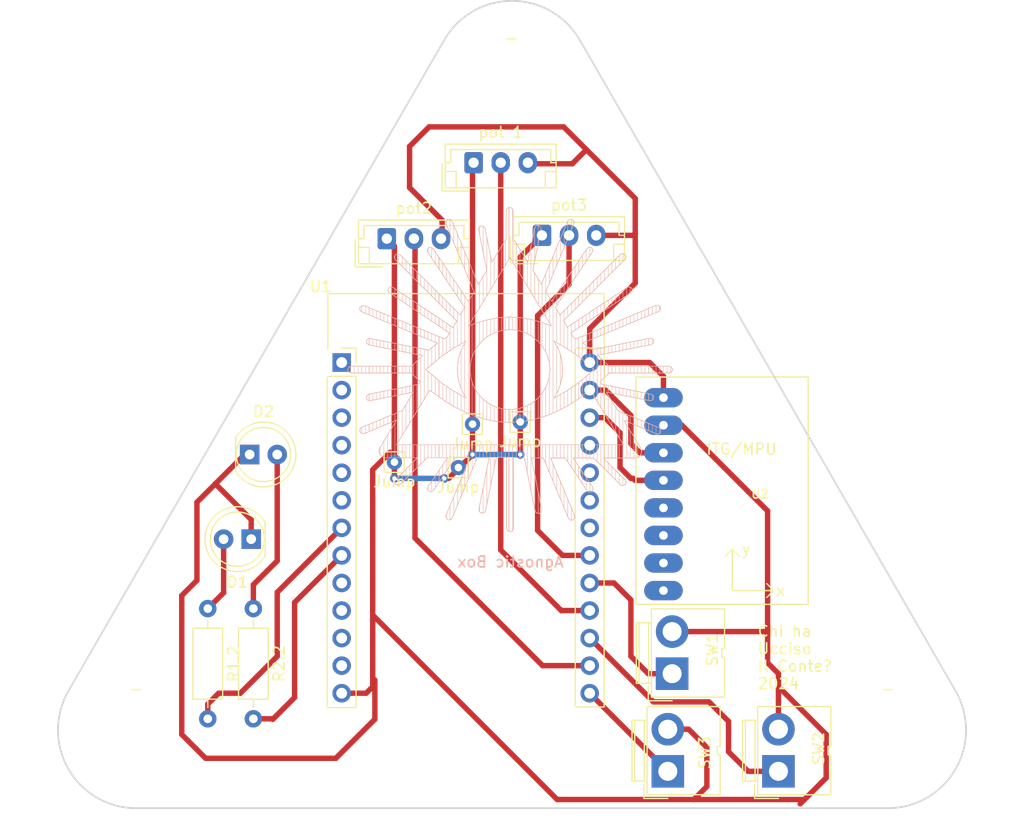
<source format=kicad_pcb>
(kicad_pcb (version 20211014) (generator pcbnew)
  (layers (0 "F.Cu" signal) (31 "B.Cu" signal) (34 "B.Paste" user) (35 "F.Paste" user) (36 "B.SilkS" user "B.Silkscreen") (37 "F.SilkS" user "F.Silkscreen") (38 "B.Mask" user) (39 "F.Mask" user) (44 "Edge.Cuts" user))
  (net 0 "")
  (net 7 "Net-(R1.2-Pad2)")
  (net 8 "Net-(R2.2-Pad2)")
  (net 13 "GND")
  (net 18 "Net-(U1-Pad24)")
  (net 19 "Net-(U1-Pad25)")
  (net 20 "VCC")
  (net 21 "Net-(D2-Pad2)")
  (net 22 "Net-(D1-Pad2)")
  (net 23 "Net-(SW3-Pad1)")
  (net 24 "Net-(RV2-Pad2)")
  (net 25 "Net-(SW2-Pad1)")
  (net 26 "Net-(RV1-Pad2)")
  (net 27 "Net-(SW1-Pad1)")
  (net 28 "Net-(RV3-Pad2)")
  (footprint "Resistor_THT:R_Axial_DIN0207_L6.3mm_D2.5mm_P10.16mm_Horizontal" (layer "F.Cu") (at 52.2 116.2 -90)
    (fp_text reference "R2.2")
    (fp_text value "R")
  )
  (footprint "Connector_Pin:Pin_D0.7mm_L6.5mm_W1.8mm_FlatFork" (layer "F.Cu") (at 72.4 99.2)
    (fp_text reference "Jump")
    (fp_text value "Jump")
  )
  (footprint "Connector_Pin:Pin_D0.7mm_L6.5mm_W1.8mm_FlatFork" (layer "F.Cu") (at 71.1 103.2)
    (fp_text reference "Jump")
    (fp_text value "jump")
  )
  (footprint "LED_THT:LED_D5.0mm" (layer "F.Cu") (at 51.86 102)
    (fp_text reference "D2")
    (fp_text value "LED")
  )
  (footprint "Connector_JST:JST_EH_B3B-EH-A_1x03_P2.50mm_Vertical" (layer "F.Cu") (at 64.5 82.1)
    (fp_text reference "pot2")
    (fp_text value "R_Potentiometer")
  )
  (footprint "Connector:JWT_A3963_1x02_P3.96mm_Vertical" (layer "F.Cu") (at 90.4 131.2 90)
    (fp_text reference "SW3")
    (fp_text value "SW_DIP_x01")
  )
  (footprint "MountingHole:MountingHole_3.2mm_M3_DIN965" (layer "F.Cu") (at 41.4 127.4)
    (fp_text reference "-")
    (fp_text value "MountingHole_3.2mm_M3_DIN965")
  )
  (footprint "Connector_JST:JST_EH_B3B-EH-A_1x03_P2.50mm_Vertical" (layer "F.Cu") (at 78.8 81.8)
    (fp_text reference "pot3")
    (fp_text value "R_Potentiometer")
  )
  (footprint "Connector_JST:JST_EH_B3B-EH-A_1x03_P2.50mm_Vertical" (layer "F.Cu") (at 72.5 75.1)
    (fp_text reference "pot 1")
    (fp_text value "R_Potentiometer")
  )
  (footprint "gyroscope:GY-521" (layer "F.Cu") (at 98.89 105.65)
    (fp_text reference "U2")
    (fp_text value "GY-521")
  )
  (footprint "wemos_lolin32_lite:esp32_wemos_lolin32_lite" (layer "F.Cu") (at 60.34 93.52)
    (fp_text reference "U1")
    (fp_text value "esp32_wemos_lolin32_lite")
  )
  (footprint "LED_THT:LED_D5.0mm" (layer "F.Cu") (at 52 109.8 180)
    (fp_text reference "D1")
    (fp_text value "LED")
  )
  (footprint "Connector_Pin:Pin_D0.7mm_L6.5mm_W1.8mm_FlatFork" (layer "F.Cu") (at 65.2 102.7)
    (fp_text reference "Jump")
    (fp_text value "Jump")
  )
  (footprint "Resistor_THT:R_Axial_DIN0207_L6.3mm_D2.5mm_P10.16mm_Horizontal" (layer "F.Cu") (at 48 116.2 -90)
    (fp_text reference "R1.2")
    (fp_text value "R")
  )
  (footprint "MountingHole:MountingHole_3.2mm_M3_DIN965" (layer "F.Cu") (at 110.7 127.4)
    (fp_text reference "-")
    (fp_text value "MountingHole_3.2mm_M3_DIN965")
  )
  (footprint "Connector:JWT_A3963_1x02_P3.96mm_Vertical" (layer "F.Cu") (at 90.8 122.2 90)
    (fp_text reference "SW1")
    (fp_text value "SW_DIP_x01")
  )
  (footprint "MountingHole:MountingHole_3.2mm_M3_DIN965" (layer "F.Cu") (at 76 67.4)
    (fp_text reference "-")
    (fp_text value "MountingHole_3.2mm_M3_DIN965")
  )
  (footprint "Connector_Pin:Pin_D0.7mm_L6.5mm_W1.8mm_FlatFork" (layer "F.Cu") (at 76.8 99)
    (fp_text reference "Jump")
    (fp_text value "Jump")
  )
  (footprint "Connector:JWT_A3963_1x02_P3.96mm_Vertical" (layer "F.Cu") (at 100.6 131.2 90)
    (fp_text reference "SW2")
    (fp_text value "SW_DIP_x01")
  )
  (gr_line (start 90.53012 94.485544) (end 90.746643 94.398935) (layer "B.SilkS") (width 0.045203))
  (gr_line (start 62.870727 91.898477) (end 62.870727 91.324686) (layer "B.SilkS") (width 0.045203))
  (gr_line (start 74.736572 90.677957) (end 74.736572 89.39979) (layer "B.SilkS") (width 0.045203))
  (gr_line (start 62.594818 96.784647) (end 62.594818 96.784647) (layer "B.SilkS") (width 0.045203))
  (gr_line (start 71.007324 87.451944) (end 71.007324 86.370249) (layer "B.SilkS") (width 0.045203))
  (gr_line (start 66.939025 88.561167) (end 66.939025 87.846079) (layer "B.SilkS") (width 0.045203))
  (gr_line (start 65.051361 86.580515) (end 64.834838 86.533274) (layer "B.SilkS") (width 0.045203))
  (gr_line (start 75.414642 90.5301) (end 75.414642 89.347086) (layer "B.SilkS") (width 0.045203))
  (gr_line (start 77.787811 91.055826) (end 77.787811 89.545359) (layer "B.SilkS") (width 0.045203))
  (gr_line (start 72.243438 94.916666) (end 72.243438 94.916666) (layer "B.SilkS") (width 0.045203))
  (gr_line (start 89.624664 100.075754) (end 89.624664 100.075754) (layer "B.SilkS") (width 0.045203))
  (gr_line (start 76.092681 102.196176) (end 76.092681 101.099314) (layer "B.SilkS") (width 0.045203))
  (gr_line (start 79.538696 94.170603) (end 79.464325 94.907633) (layer "B.SilkS") (width 0.045203))
  (gr_line (start 78.126831 84.191446) (end 78.126831 81.854715) (layer "B.SilkS") (width 0.045203))
  (gr_line (start 88.636596 97.017191) (end 88.636596 96.393015) (layer "B.SilkS") (width 0.045203))
  (gr_line (start 62.023986 99.662393) (end 62.027954 99.902536) (layer "B.SilkS") (width 0.045203))
  (gr_line (start 72.04306 90.139383) (end 75.853851 83.840525) (layer "B.SilkS") (width 0.045203))
  (gr_line (start 77.905517 91.120218) (end 77.905517 91.120218) (layer "B.SilkS") (width 0.045203))
  (gr_line (start 70.594329 90.296823) (end 70.594329 90.296823) (layer "B.SilkS") (width 0.045203))
  (gr_line (start 64.071106 102.209543) (end 64.071106 102.209543) (layer "B.SilkS") (width 0.045203))
  (gr_line (start 87.619506 92.118204) (end 87.619506 91.5012) (layer "B.SilkS") (width 0.045203))
  (gr_line (start 85.585388 102.327646) (end 85.585388 102.196176) (layer "B.SilkS") (width 0.045203))
  (gr_line (start 79.82196 85.385263) (end 79.82196 83.72471) (layer "B.SilkS") (width 0.045203))
  (gr_line (start 66.260955 90.537058) (end 66.260955 89.86619) (layer "B.SilkS") (width 0.045203))
  (gr_line (start 66.939025 98.557077) (end 66.939025 96.252603) (layer "B.SilkS") (width 0.045203))
  (gr_line (start 68.200775 102.296152) (end 70.090423 102.296152) (layer "B.SilkS") (width 0.045203))
  (gr_line (start 71.346344 97.911661) (end 71.346344 96.535196) (layer "B.SilkS") (width 0.045203))
  (gr_line (start 62.649932 96.564157) (end 62.594818 96.784647) (layer "B.SilkS") (width 0.045203))
  (gr_line (start 87.619506 102.267649) (end 87.619506 102.196176) (layer "B.SilkS") (width 0.045203))
  (gr_line (start 83.22348 105.47706) (end 83.380981 105.414072) (layer "B.SilkS") (width 0.045203))
  (gr_line (start 89.653656 88.711862) (end 89.653656 88.635202) (layer "B.SilkS") (width 0.045203))
  (gr_line (start 81.522827 108.059549) (end 81.648803 108.028116) (layer "B.SilkS") (width 0.045203))
  (gr_line (start 66.846527 93.792673) (end 66.752044 93.855661) (layer "B.SilkS") (width 0.045203))
  (gr_line (start 77.491546 84.249948) (end 77.491546 84.249948) (layer "B.SilkS") (width 0.045203))
  (gr_line (start 87.002777 87.084421) (end 87.13269 86.891519) (layer "B.SilkS") (width 0.045203))
  (gr_line (start 85.585388 94.485544) (end 85.585388 93.855661) (layer "B.SilkS") (width 0.045203))
  (gr_line (start 77.838012 102.327585) (end 78.940307 102.327585) (layer "B.SilkS") (width 0.045203))
  (gr_line (start 88.860931 96.438211) (end 84.325775 95.524851) (layer "B.SilkS") (width 0.045203))
  (gr_line (start 60.992553 93.94227) (end 60.894134 94.170603) (layer "B.SilkS") (width 0.045203))
  (gr_line (start 65.397796 101.099314) (end 68.452728 96.060251) (layer "B.SilkS") (width 0.045203))
  (gr_line (start 62.023986 99.662393) (end 62.027954 99.902536) (layer "B.SilkS") (width 0.045203))
  (gr_line (start 71.791137 96.784647) (end 70.573181 96.101602) (layer "B.SilkS") (width 0.045203))
  (gr_line (start 78.904235 92.118936) (end 78.904235 92.118936) (layer "B.SilkS") (width 0.045203))
  (gr_line (start 75.853851 83.840525) (end 79.664642 90.139383) (layer "B.SilkS") (width 0.045203))
  (gr_line (start 83.551208 94.153269) (end 83.551208 92.310099) (layer "B.SilkS") (width 0.045203))
  (gr_line (start 86.561859 83.777536) (end 86.561859 83.777536) (layer "B.SilkS") (width 0.045203))
  (gr_line (start 79.916595 91.556589) (end 81.120758 92.239633) (layer "B.SilkS") (width 0.045203))
  (gr_line (start 65.27185 83.588571) (end 65.177337 83.80903) (layer "B.SilkS") (width 0.045203))
  (gr_line (start 84.229278 88.635202) (end 84.229278 88.214884) (layer "B.SilkS") (width 0.045203))
  (gr_line (start 81.134033 96.101602) (end 81.134033 96.101602) (layer "B.SilkS") (width 0.045203))
  (gr_line (start 87.986969 101.71351) (end 87.986969 101.71351) (layer "B.SilkS") (width 0.045203))
  (gr_line (start 62.531707 94.485544) (end 62.531707 93.855661) (layer "B.SilkS") (width 0.045203))
  (gr_line (start 79.48294 103.635843) (end 79.48294 102.196176) (layer "B.SilkS") (width 0.045203))
  (gr_line (start 83.475433 105.004648) (end 81.680297 102.327646) (layer "B.SilkS") (width 0.045203))
  (gr_line (start 81.856109 85.718363) (end 81.856109 84.642282) (layer "B.SilkS") (width 0.045203))
  (gr_line (start 68.767669 83.021677) (end 68.574768 82.891764) (layer "B.SilkS") (width 0.045203))
  (gr_line (start 69.990234 90.606851) (end 69.990234 89.891794) (layer "B.SilkS") (width 0.045203))
  (gr_line (start 68.263763 83.336618) (end 71.66513 88.438669) (layer "B.SilkS") (width 0.045203))
  (gr_line (start 78.46585 107.428964) (end 78.46585 105.487741) (layer "B.SilkS") (width 0.045203))
  (gr_line (start 85.924408 104.682108) (end 85.924408 103.800272) (layer "B.SilkS") (width 0.045203))
  (gr_line (start 89.112884 96.784647) (end 89.069549 96.564157) (layer "B.SilkS") (width 0.045203))
  (gr_line (start 89.314636 100.083811) (end 89.314636 99.41276) (layer "B.SilkS") (width 0.045203))
  (gr_line (start 64.565856 102.296152) (end 64.565856 102.196176) (layer "B.SilkS") (width 0.045203))
  (gr_line (start 66.752044 94.485544) (end 66.752044 94.485544) (layer "B.SilkS") (width 0.045203))
  (gr_line (start 68.973175 91.661051) (end 68.973175 90.990488) (layer "B.SilkS") (width 0.045203))
  (gr_line (start 84.451751 102.327646) (end 84.451751 102.327646) (layer "B.SilkS") (width 0.045203))
  (gr_line (start 67.791351 92.879343) (end 66.846527 93.792673) (layer "B.SilkS") (width 0.045203))
  (gr_line (start 67.278045 103.218881) (end 67.278045 102.337076) (layer "B.SilkS") (width 0.045203))
  (gr_line (start 75.822357 79.210886) (end 75.822357 79.210886) (layer "B.SilkS") (width 0.045203))
  (gr_line (start 65.744232 104.752695) (end 68.200775 102.296152) (layer "B.SilkS") (width 0.045203))
  (gr_line (start 78.467865 80.880075) (end 78.247406 80.92341) (layer "B.SilkS") (width 0.045203))
  (gr_line (start 71.685363 105.056772) (end 71.685363 103.45698) (layer "B.SilkS") (width 0.045203))
  (gr_line (start 66.939025 103.557901) (end 66.939025 102.676096) (layer "B.SilkS") (width 0.045203))
  (gr_line (start 86.467407 104.784189) (end 86.467407 104.784189) (layer "B.SilkS") (width 0.045203))
  (gr_line (start 76.137298 79.525827) (end 76.137298 79.525827) (layer "B.SilkS") (width 0.045203))
  (gr_line (start 71.007324 102.296152) (end 71.007324 102.196176) (layer "B.SilkS") (width 0.045203))
  (gr_line (start 69.852752 97.072489) (end 70.686554 97.57435) (layer "B.SilkS") (width 0.045203))
  (gr_line (start 68.295288 104.973154) (end 68.295288 104.973154) (layer "B.SilkS") (width 0.045203))
  (gr_line (start 76.431701 84.795664) (end 76.431701 82.531259) (layer "B.SilkS") (width 0.045203))
  (gr_line (start 69.990234 107.85853) (end 69.990234 107.525217) (layer "B.SilkS") (width 0.045203))
  (gr_line (start 90.498626 93.855661) (end 90.498626 93.855661) (layer "B.SilkS") (width 0.045203))
  (gr_line (start 87.619506 102.196176) (end 87.619506 100.924021) (layer "B.SilkS") (width 0.045203))
  (gr_line (start 89.553772 88.816599) (end 89.71521 88.647318) (layer "B.SilkS") (width 0.045203))
  (gr_line (start 70.090423 102.296152) (end 68.295288 104.973154) (layer "B.SilkS") (width 0.045203))
  (gr_line (start 73.712249 85.037302) (end 73.712249 85.037302) (layer "B.SilkS") (width 0.045203))
  (gr_line (start 75.753662 99.045542) (end 75.753662 97.845438) (layer "B.SilkS") (width 0.045203))
  (gr_line (start 79.464325 94.907633) (end 79.464325 94.907633) (layer "B.SilkS") (width 0.045203))
  (gr_line (start 66.939025 96.249613) (end 66.939025 95.61976) (layer "B.SilkS") (width 0.045203))
  (gr_line (start 83.947814 92.847849) (end 83.947814 92.847849) (layer "B.SilkS") (width 0.045203))
  (gr_line (start 70.279388 90.80073) (end 70.05896 91.178659) (layer "B.SilkS") (width 0.045203))
  (gr_line (start 72.363403 95.415689) (end 72.363403 95.306314) (layer "B.SilkS") (width 0.045203))
  (gr_line (start 76.992126 98.977884) (end 76.992126 98.977884) (layer "B.SilkS") (width 0.045203))
  (gr_line (start 63.548767 92.036264) (end 63.548767 91.419168) (layer "B.SilkS") (width 0.045203))
  (gr_line (start 87.13269 86.891519) (end 87.097229 86.674997) (layer "B.SilkS") (width 0.045203))
  (gr_line (start 78.768035 89.812113) (end 77.830108 89.552774) (layer "B.SilkS") (width 0.045203))
  (gr_line (start 73.011505 81.037516) (end 72.95639 81.258005) (layer "B.SilkS") (width 0.045203))
  (gr_line (start 72.702423 88.635202) (end 72.702423 85.787027) (layer "B.SilkS") (width 0.045203))
  (gr_line (start 70.668273 82.462229) (end 70.668273 81.854715) (layer "B.SilkS") (width 0.045203))
  (gr_line (start 75.414642 99.02302) (end 75.414642 97.811655) (layer "B.SilkS") (width 0.045203))
  (gr_line (start 61.209075 94.485544) (end 66.752044 94.485544) (layer "B.SilkS") (width 0.045203))
  (gr_line (start 79.160736 86.989939) (end 79.160736 86.989939) (layer "B.SilkS") (width 0.045203))
  (gr_line (start 73.78833 97.229288) (end 73.243774 96.78068) (layer "B.SilkS") (width 0.045203))
  (gr_line (start 83.49118 83.120096) (end 83.349456 82.927194) (layer "B.SilkS") (width 0.045203))
  (gr_line (start 62.972747 97.036569) (end 66.94104 96.249216) (layer "B.SilkS") (width 0.045203))
  (gr_line (start 86.246917 83.462595) (end 86.026428 83.557077) (layer "B.SilkS") (width 0.045203))
  (gr_line (start 72.011566 87.871775) (end 68.767669 83.021677) (layer "B.SilkS") (width 0.045203))
  (gr_line (start 88.636596 91.916086) (end 88.636596 91.29896) (layer "B.SilkS") (width 0.045203))
  (gr_line (start 79.250793 95.596689) (end 78.912536 96.222269) (layer "B.SilkS") (width 0.045203))
  (gr_line (start 65.492279 83.494089) (end 65.27185 83.588571) (layer "B.SilkS") (width 0.045203))
  (gr_line (start 62.027954 99.902536) (end 62.146026 100.04426) (layer "B.SilkS") (width 0.045203))
  (gr_line (start 75.753662 102.196176) (end 75.753662 101.099314) (layer "B.SilkS") (width 0.045203))
  (gr_line (start 66.939025 102.196176) (end 66.939025 101.099314) (layer "B.SilkS") (width 0.045203))
  (gr_line (start 80.5 95.545053) (end 80.5 95.415689) (layer "B.SilkS") (width 0.045203))
  (gr_line (start 80.16098 96.351755) (end 80.16098 95.415689) (layer "B.SilkS") (width 0.045203))
  (gr_line (start 89.069549 96.564157) (end 88.860931 96.438181) (layer "B.SilkS") (width 0.045203))
  (gr_line (start 87.280487 99.239847) (end 87.280487 98.572214) (layer "B.SilkS") (width 0.045203))
  (gr_line (start 80.499237 92.780924) (end 80.252197 92.146616) (layer "B.SilkS") (width 0.045203))
  (gr_line (start 76.431701 90.545084) (end 76.431701 89.355936) (layer "B.SilkS") (width 0.045203))
  (gr_line (start 63.887786 96.85502) (end 63.887786 96.22999) (layer "B.SilkS") (width 0.045203))
  (gr_line (start 62.023986 88.678812) (end 62.185394 88.848093) (layer "B.SilkS") (width 0.045203))
  (gr_line (start 70.686554 97.57435) (end 71.598205 98.040445) (layer "B.SilkS") (width 0.045203))
  (gr_line (start 63.854583 101.382852) (end 63.771942 101.682047) (layer "B.SilkS") (width 0.045203))
  (gr_line (start 81.178039 92.279367) (end 81.178039 90.243265) (layer "B.SilkS") (width 0.045203))
  (gr_line (start 80.109497 98.052255) (end 81.021179 97.588205) (layer "B.SilkS") (width 0.045203))
  (gr_line (start 87.280487 96.750254) (end 87.280487 96.119913) (layer "B.SilkS") (width 0.045203))
  (gr_line (start 86.941467 94.485544) (end 86.941467 93.855661) (layer "B.SilkS") (width 0.045203))
  (gr_line (start 81.680267 91.178659) (end 81.680267 91.178659) (layer "B.SilkS") (width 0.045203))
  (gr_line (start 86.602447 92.320322) (end 86.602447 91.703409) (layer "B.SilkS") (width 0.045203))
  (gr_line (start 66.939025 90.818064) (end 66.939025 90.147257) (layer "B.SilkS") (width 0.045203))
  (gr_line (start 65.921936 84.679605) (end 65.921936 83.797769) (layer "B.SilkS") (width 0.045203))
  (gr_line (start 73.011505 81.037516) (end 73.011505 81.037516) (layer "B.SilkS") (width 0.045203))
  (gr_line (start 87.958557 96.883707) (end 87.958557 96.256479) (layer "B.SilkS") (width 0.045203))
  (gr_line (start 69.806976 91.33613) (end 62.437377 88.281198) (layer "B.SilkS") (width 0.045203))
  (gr_line (start 84.229278 102.196176) (end 84.229278 101.099314) (layer "B.SilkS") (width 0.045203))
  (gr_line (start 81.810211 107.858835) (end 81.810211 107.858835) (layer "B.SilkS") (width 0.045203))
  (gr_line (start 78.912536 96.222269) (end 78.463928 96.768869) (layer "B.SilkS") (width 0.045203))
  (gr_line (start 82.990234 94.711923) (end 82.168426 95.383127) (layer "B.SilkS") (width 0.045203))
  (gr_line (start 78.768035 89.812113) (end 77.830108 89.552774) (layer "B.SilkS") (width 0.045203))
  (gr_line (start 75.107757 97.781076) (end 75.107757 97.781076) (layer "B.SilkS") (width 0.045203))
  (gr_line (start 84.229278 95.415689) (end 84.229278 95.370432) (layer "B.SilkS") (width 0.045203))
  (gr_line (start 81.743255 80.722635) (end 81.743255 80.722635) (layer "B.SilkS") (width 0.045203))
  (gr_line (start 73.041473 81.683328) (end 73.041473 81.018381) (layer "B.SilkS") (width 0.045203))
  (gr_line (start 63.209747 88.635202) (end 63.209747 88.601358) (layer "B.SilkS") (width 0.045203))
  (gr_line (start 81.021179 97.588205) (end 81.85495 97.085764) (layer "B.SilkS") (width 0.045203))
  (gr_line (start 68.38974 105.382578) (end 68.38974 105.382578) (layer "B.SilkS") (width 0.045203))
  (gr_line (start 62.870727 94.485544) (end 62.870727 93.855661) (layer "B.SilkS") (width 0.045203))
  (gr_line (start 77.491546 84.249948) (end 76.326294 82.3603) (layer "B.SilkS") (width 0.045203))
  (gr_line (start 88.986908 91.328256) (end 88.766449 91.273142) (layer "B.SilkS") (width 0.045203))
  (gr_line (start 86.467407 104.343271) (end 84.451751 102.327646) (layer "B.SilkS") (width 0.045203))
  (gr_line (start 70.247894 108.028055) (end 70.247894 108.028055) (layer "B.SilkS") (width 0.045203))
  (gr_line (start 69.964447 80.754129) (end 72.546966 87.021463) (layer "B.SilkS") (width 0.045203))
  (gr_line (start 71.007324 91.996164) (end 71.007324 88.883158) (layer "B.SilkS") (width 0.045203))
  (gr_line (start 69.651214 104.041544) (end 69.651214 102.95112) (layer "B.SilkS") (width 0.045203))
  (gr_line (start 75.853851 83.840525) (end 79.664642 90.139383) (layer "B.SilkS") (width 0.045203))
  (gr_line (start 65.208862 104.532236) (end 65.303314 104.752695) (layer "B.SilkS") (width 0.045203))
  (gr_line (start 86.263427 92.387705) (end 86.263427 91.770822) (layer "B.SilkS") (width 0.045203))
  (gr_line (start 64.641937 86.674997) (end 64.641937 86.674997) (layer "B.SilkS") (width 0.045203))
  (gr_line (start 70.668273 97.563364) (end 70.668273 96.154917) (layer "B.SilkS") (width 0.045203))
  (gr_line (start 82.534149 90.080423) (end 82.534149 89.341776) (layer "B.SilkS") (width 0.045203))
  (gr_line (start 71.255706 89.131571) (end 65.712738 83.588571) (layer "B.SilkS") (width 0.045203))
  (gr_line (start 82.195129 90.307718) (end 82.195129 89.567148) (layer "B.SilkS") (width 0.045203))
  (gr_line (start 65.933197 97.9499) (end 62.185394 99.493112) (layer "B.SilkS") (width 0.045203))
  (gr_line (start 69.852752 97.072489) (end 69.852752 97.072489) (layer "B.SilkS") (width 0.045203))
  (gr_line (start 89.553772 88.816599) (end 89.553772 88.816599) (layer "B.SilkS") (width 0.045203))
  (gr_line (start 62.192657 100.057596) (end 62.192657 99.490122) (layer "B.SilkS") (width 0.045203))
  (gr_line (start 81.239379 107.870554) (end 81.357482 108.012277) (layer "B.SilkS") (width 0.045203))
  (gr_line (start 89.71521 88.647318) (end 89.71521 88.647318) (layer "B.SilkS") (width 0.045203))
  (gr_line (start 79.14389 88.635202) (end 79.14389 85.353769) (layer "B.SilkS") (width 0.045203))
  (gr_line (start 74.594116 102.264597) (end 75.538909 102.264597) (layer "B.SilkS") (width 0.045203))
  (gr_line (start 86.372894 98.863291) (end 86.372894 98.863291) (layer "B.SilkS") (width 0.045203))
  (gr_line (start 70.531341 80.502146) (end 70.36206 80.340738) (layer "B.SilkS") (width 0.045203))
  (gr_line (start 75.853851 89.320505) (end 75.853851 89.320505) (layer "B.SilkS") (width 0.045203))
  (gr_line (start 84.735229 96.249216) (end 88.734954 97.036539) (layer "B.SilkS") (width 0.045203))
  (gr_line (start 84.568298 88.716623) (end 84.568298 88.635202) (layer "B.SilkS") (width 0.045203))
  (gr_line (start 69.312194 95.415689) (end 69.312194 95.193766) (layer "B.SilkS") (width 0.045203))
  (gr_line (start 68.106292 94.170603) (end 68.106292 94.170603) (layer "B.SilkS") (width 0.045203))
  (gr_line (start 80.5 106.087961) (end 80.5 104.483682) (layer "B.SilkS") (width 0.045203))
  (gr_line (start 76.092681 90.510294) (end 76.092681 89.335153) (layer "B.SilkS") (width 0.045203))
  (gr_line (start 69.535369 95.383127) (end 68.106292 94.170603) (layer "B.SilkS") (width 0.045203))
  (gr_line (start 67.278045 90.958567) (end 67.278045 90.287821) (layer "B.SilkS") (width 0.045203))
  (gr_line (start 63.854583 101.382852) (end 63.854583 101.382852) (layer "B.SilkS") (width 0.045203))
  (gr_line (start 75.753662 81.854715) (end 75.753662 79.236948) (layer "B.SilkS") (width 0.045203))
  (gr_line (start 76.326294 82.3603) (end 76.326294 82.3603) (layer "B.SilkS") (width 0.045203))
  (gr_line (start 72.24472 93.424509) (end 72.461364 92.731211) (layer "B.SilkS") (width 0.045203))
  (gr_line (start 88.297576 94.485544) (end 88.297576 93.855661) (layer "B.SilkS") (width 0.045203))
  (gr_line (start 86.561859 104.56373) (end 86.467407 104.343271) (layer "B.SilkS") (width 0.045203))
  (gr_line (start 71.208465 95.560282) (end 71.455505 96.194589) (layer "B.SilkS") (width 0.045203))
  (gr_line (start 70.121948 80.344675) (end 70.121948 80.344675) (layer "B.SilkS") (width 0.045203))
  (gr_line (start 81.144836 90.265329) (end 80.7984 89.666941) (layer "B.SilkS") (width 0.045203))
  (gr_line (start 62.437377 88.281198) (end 62.437377 88.281198) (layer "B.SilkS") (width 0.045203))
  (gr_line (start 76.770721 85.356027) (end 76.770721 83.081034) (layer "B.SilkS") (width 0.045203))
  (gr_line (start 84.568298 94.890299) (end 84.568298 93.447641) (layer "B.SilkS") (width 0.045203))
  (gr_line (start 67.617065 102.196176) (end 67.617065 101.099314) (layer "B.SilkS") (width 0.045203))
  (gr_line (start 66.260955 104.235971) (end 66.260955 103.354135) (layer "B.SilkS") (width 0.045203))
  (gr_line (start 77.109741 102.296091) (end 77.109741 102.196176) (layer "B.SilkS") (width 0.045203))
  (gr_line (start 80.703949 94.170603) (end 80.651794 93.456583) (layer "B.SilkS") (width 0.045203))
  (gr_line (start 72.363403 86.575968) (end 72.363403 84.961771) (layer "B.SilkS") (width 0.045203))
  (gr_line (start 69.312194 90.152262) (end 69.312194 89.437204) (layer "B.SilkS") (width 0.045203))
  (gr_line (start 65.243896 104.614023) (end 65.243896 104.450479) (layer "B.SilkS") (width 0.045203))
  (gr_line (start 83.551208 102.327646) (end 83.551208 102.196176) (layer "B.SilkS") (width 0.045203))
  (gr_line (start 73.719512 91.179758) (end 73.719512 89.593546) (layer "B.SilkS") (width 0.045203))
  (gr_line (start 78.719818 81.226511) (end 78.676483 81.006052) (layer "B.SilkS") (width 0.045203))
  (gr_line (start 83.49118 83.120096) (end 83.49118 83.120096) (layer "B.SilkS") (width 0.045203))
  (gr_line (start 64.565856 89.834574) (end 64.565856 89.163523) (layer "B.SilkS") (width 0.045203))
  (gr_line (start 85.924408 87.807413) (end 85.924408 87.088022) (layer "B.SilkS") (width 0.045203))
  (gr_line (start 84.451751 102.327646) (end 87.4122 102.327646) (layer "B.SilkS") (width 0.045203))
  (gr_line (start 80.839019 102.196176) (end 80.839019 101.099314) (layer "B.SilkS") (width 0.045203))
  (gr_line (start 86.263427 87.580118) (end 86.263427 86.86265) (layer "B.SilkS") (width 0.045203))
  (gr_line (start 79.160736 86.989939) (end 81.743255 80.722635) (layer "B.SilkS") (width 0.045203))
  (gr_line (start 62.972747 91.304636) (end 62.972747 91.304636) (layer "B.SilkS") (width 0.045203))
  (gr_line (start 68.452728 96.060251) (end 69.852752 97.072489) (layer "B.SilkS") (width 0.045203))
  (gr_line (start 62.197204 88.277262) (end 62.027954 88.438669) (layer "B.SilkS") (width 0.045203))
  (gr_line (start 63.548767 99.598978) (end 63.548767 98.931742) (layer "B.SilkS") (width 0.045203))
  (gr_line (start 81.743255 80.722635) (end 81.747192 80.482462) (layer "B.SilkS") (width 0.045203))
  (gr_line (start 80.651794 94.871347) (end 80.651794 94.871347) (layer "B.SilkS") (width 0.045203))
  (gr_line (start 73.380493 102.196176) (end 73.380493 101.099314) (layer "B.SilkS") (width 0.045203))
  (gr_line (start 62.437377 88.281198) (end 62.197204 88.277262) (layer "B.SilkS") (width 0.045203))
  (gr_line (start 69.312194 88.069864) (end 69.312194 87.188028) (layer "B.SilkS") (width 0.045203))
  (gr_line (start 67.278045 92.777323) (end 67.278045 92.160654) (layer "B.SilkS") (width 0.045203))
  (gr_line (start 78.126831 107.04719) (end 78.126831 103.78132) (layer "B.SilkS") (width 0.045203))
  (gr_line (start 83.212188 102.327646) (end 83.212188 102.196176) (layer "B.SilkS") (width 0.045203))
  (gr_line (start 69.651214 96.926767) (end 69.651214 95.463327) (layer "B.SilkS") (width 0.045203))
  (gr_line (start 83.443939 83.336618) (end 83.443939 83.336618) (layer "B.SilkS") (width 0.045203))
  (gr_line (start 76.590881 90.561441) (end 77.279937 90.778086) (layer "B.SilkS") (width 0.045203))
  (gr_line (start 71.598205 98.040445) (end 72.579254 98.445993) (layer "B.SilkS") (width 0.045203))
  (gr_line (start 77.830108 89.552774) (end 77.830108 89.552774) (layer "B.SilkS") (width 0.045203))
  (gr_line (start 69.312194 102.196176) (end 69.312194 101.099314) (layer "B.SilkS") (width 0.045203))
  (gr_line (start 64.904876 96.653208) (end 64.904876 96.02659) (layer "B.SilkS") (width 0.045203))
  (gr_line (start 84.892639 93.761179) (end 84.892639 93.761179) (layer "B.SilkS") (width 0.045203))
  (gr_line (start 79.916595 96.784647) (end 80.252197 96.190164) (layer "B.SilkS") (width 0.045203))
  (gr_line (start 75.625518 109.0319) (end 75.853851 109.130319) (layer "B.SilkS") (width 0.045203))
  (gr_line (start 75.538909 102.264597) (end 75.538909 108.815378) (layer "B.SilkS") (width 0.045203))
  (gr_line (start 73.255584 91.560526) (end 73.802185 91.111917) (layer "B.SilkS") (width 0.045203))
  (gr_line (start 71.346344 95.415689) (end 71.346344 92.43461) (layer "B.SilkS") (width 0.045203))
  (gr_line (start 63.771942 101.682047) (end 63.854583 101.981211) (layer "B.SilkS") (width 0.045203))
  (gr_line (start 62.972747 91.304636) (end 62.752288 91.347971) (layer "B.SilkS") (width 0.045203))
  (gr_line (start 76.092681 99.0366) (end 76.092681 97.831217) (layer "B.SilkS") (width 0.045203))
  (gr_line (start 63.887786 94.485544) (end 63.887786 93.855661) (layer "B.SilkS") (width 0.045203))
  (gr_line (start 65.523803 104.847208) (end 65.744232 104.752695) (layer "B.SilkS") (width 0.045203))
  (gr_line (start 62.31137 100.091501) (end 62.437347 100.060099) (layer "B.SilkS") (width 0.045203))
  (gr_line (start 79.128448 98.454294) (end 80.109497 98.052255) (layer "B.SilkS") (width 0.045203))
  (gr_line (start 71.346344 102.196176) (end 71.346344 101.099314) (layer "B.SilkS") (width 0.045203))
  (gr_line (start 72.803497 92.105081) (end 73.255584 91.560526) (layer "B.SilkS") (width 0.045203))
  (gr_line (start 84.229278 91.023142) (end 84.229278 90.374124) (layer "B.SilkS") (width 0.045203))
  (gr_line (start 89.711273 88.407175) (end 89.711273 88.407175) (layer "B.SilkS") (width 0.045203))
  (gr_line (start 83.38095 92.343943) (end 83.38095 92.343943) (layer "B.SilkS") (width 0.045203))
  (gr_line (start 84.987152 94.485544) (end 84.987152 94.485544) (layer "B.SilkS") (width 0.045203))
  (gr_line (start 71.055908 94.884622) (end 71.055908 94.884622) (layer "B.SilkS") (width 0.045203))
  (gr_line (start 71.007324 97.738352) (end 71.007324 96.345072) (layer "B.SilkS") (width 0.045203))
  (gr_line (start 65.177337 83.80903) (end 65.27185 84.029489) (layer "B.SilkS") (width 0.045203))
  (gr_line (start 90.498596 93.855661) (end 84.955658 93.855661) (layer "B.SilkS") (width 0.045203))
  (gr_line (start 71.66513 88.438669) (end 71.255706 89.131571) (layer "B.SilkS") (width 0.045203))
  (gr_line (start 69.312194 102.296152) (end 69.312194 102.196176) (layer "B.SilkS") (width 0.045203))
  (gr_line (start 63.209747 94.485544) (end 63.209747 93.855661) (layer "B.SilkS") (width 0.045203))
  (gr_line (start 79.82196 104.453226) (end 79.82196 102.856363) (layer "B.SilkS") (width 0.045203))
  (gr_line (start 65.582916 96.518686) (end 65.582916 95.89097) (layer "B.SilkS") (width 0.045203))
  (gr_line (start 75.116821 90.560129) (end 75.853851 90.485758) (layer "B.SilkS") (width 0.045203))
  (gr_line (start 86.602447 96.61677) (end 86.602447 95.983347) (layer "B.SilkS") (width 0.045203))
  (gr_line (start 76.992126 98.977884) (end 78.086486 98.7707) (layer "B.SilkS") (width 0.045203))
  (gr_line (start 80.252197 96.190164) (end 80.499237 95.548471) (layer "B.SilkS") (width 0.045203))
  (gr_line (start 63.209747 89.272592) (end 63.209747 88.635202) (layer "B.SilkS") (width 0.045203))
  (gr_line (start 86.561859 83.777536) (end 86.467376 83.557077) (layer "B.SilkS") (width 0.045203))
  (gr_line (start 79.664642 90.139383) (end 78.768035 89.812113) (layer "B.SilkS") (width 0.045203))
  (gr_line (start 83.38095 92.343943) (end 82.562072 91.71406) (layer "B.SilkS") (width 0.045203))
  (gr_line (start 66.260955 88.106577) (end 66.260955 87.391489) (layer "B.SilkS") (width 0.045203))
  (gr_line (start 66.260955 102.196176) (end 66.260955 101.099314) (layer "B.SilkS") (width 0.045203))
  (gr_line (start 89.553772 88.816599) (end 89.71521 88.647318) (layer "B.SilkS") (width 0.045203))
  (gr_line (start 75.853851 99.052194) (end 76.992126 98.977884) (layer "B.SilkS") (width 0.045203))
  (gr_line (start 89.112884 96.784647) (end 89.069549 96.564157) (layer "B.SilkS") (width 0.045203))
  (gr_line (start 66.939025 94.668497) (end 66.939025 93.703256) (layer "B.SilkS") (width 0.045203))
  (gr_line (start 83.22348 105.47706) (end 83.22348 105.47706) (layer "B.SilkS") (width 0.045203))
  (gr_line (start 88.986908 91.328256) (end 88.766449 91.273142) (layer "B.SilkS") (width 0.045203))
  (gr_line (start 68.228332 83.120096) (end 68.263763 83.336618) (layer "B.SilkS") (width 0.045203))
  (gr_line (start 88.860931 96.438181) (end 84.325775 95.524851) (layer "B.SilkS") (width 0.045203))
  (gr_line (start 62.531707 88.635202) (end 62.531707 88.320291) (layer "B.SilkS") (width 0.045203))
  (gr_line (start 69.964416 107.587168) (end 69.964416 107.587168) (layer "B.SilkS") (width 0.045203))
  (gr_line (start 79.82196 102.196176) (end 79.82196 101.099314) (layer "B.SilkS") (width 0.045203))
  (gr_line (start 78.463928 96.768869) (end 78.463928 96.768869) (layer "B.SilkS") (width 0.045203))
  (gr_line (start 63.854583 101.981211) (end 63.854583 101.981211) (layer "B.SilkS") (width 0.045203))
  (gr_line (start 85.585388 99.904215) (end 85.585388 97.64039) (layer "B.SilkS") (width 0.045203))
  (gr_line (start 64.736419 87.084421) (end 70.279388 90.80073) (layer "B.SilkS") (width 0.045203))
  (gr_line (start 83.085693 105.449503) (end 83.085693 105.449503) (layer "B.SilkS") (width 0.045203))
  (gr_line (start 83.551208 86.914133) (end 83.551208 86.032297) (layer "B.SilkS") (width 0.045203))
  (gr_line (start 72.924896 86.328592) (end 72.924896 86.328592) (layer "B.SilkS") (width 0.045203))
  (gr_line (start 78.126831 102.327585) (end 78.126831 102.196176) (layer "B.SilkS") (width 0.045203))
  (gr_line (start 90.746643 94.398935) (end 90.746643 94.398935) (layer "B.SilkS") (width 0.045203))
  (gr_line (start 67.570892 95.272898) (end 67.413421 95.524851) (layer "B.SilkS") (width 0.045203))
  (gr_line (start 81.459777 90.80073) (end 87.002777 87.084421) (layer "B.SilkS") (width 0.045203))
  (gr_line (start 70.36206 80.340738) (end 70.121948 80.344675) (layer "B.SilkS") (width 0.045203))
  (gr_line (start 62.197235 88.277262) (end 62.027954 88.438669) (layer "B.SilkS") (width 0.045203))
  (gr_line (start 70.329254 86.434885) (end 70.329254 85.356485) (layer "B.SilkS") (width 0.045203))
  (gr_line (start 76.092681 84.235269) (end 76.092681 81.854715) (layer "B.SilkS") (width 0.045203))
  (gr_line (start 79.48294 88.635202) (end 79.48294 87.520609) (layer "B.SilkS") (width 0.045203))
  (gr_line (start 71.598205 98.040445) (end 71.598205 98.040445) (layer "B.SilkS") (width 0.045203))
  (gr_line (start 66.752044 93.855661) (end 66.752044 93.855661) (layer "B.SilkS") (width 0.045203))
  (gr_line (start 75.538909 102.264597) (end 75.538909 108.815378) (layer "B.SilkS") (width 0.045203))
  (gr_line (start 79.48294 98.30903) (end 79.48294 95.415689) (layer "B.SilkS") (width 0.045203))
  (gr_line (start 72.579254 98.445993) (end 72.579254 98.445993) (layer "B.SilkS") (width 0.045203))
  (gr_line (start 85.924408 92.455057) (end 85.924408 91.838236) (layer "B.SilkS") (width 0.045203))
  (gr_line (start 66.600006 88.333872) (end 66.600006 87.618784) (layer "B.SilkS") (width 0.045203))
  (gr_line (start 66.939025 85.696665) (end 66.939025 84.814859) (layer "B.SilkS") (width 0.045203))
  (gr_line (start 81.810211 107.858835) (end 81.806243 107.618692) (layer "B.SilkS") (width 0.045203))
  (gr_line (start 79.48294 93.627481) (end 79.48294 90.073038) (layer "B.SilkS") (width 0.045203))
  (gr_line (start 78.121429 81.132059) (end 77.491546 84.249948) (layer "B.SilkS") (width 0.045203))
  (gr_line (start 65.303314 104.311807) (end 65.208862 104.532236) (layer "B.SilkS") (width 0.045203))
  (gr_line (start 80.109497 98.052255) (end 80.109497 98.052255) (layer "B.SilkS") (width 0.045203))
  (gr_line (start 80.5 97.853464) (end 80.5 96.457315) (layer "B.SilkS") (width 0.045203))
  (gr_line (start 82.873169 102.196176) (end 82.873169 101.099314) (layer "B.SilkS") (width 0.045203))
  (gr_line (start 84.907318 90.742166) (end 84.907318 90.090158) (layer "B.SilkS") (width 0.045203))
  (gr_line (start 71.346344 102.296152) (end 71.346344 102.196176) (layer "B.SilkS") (width 0.045203))
  (gr_line (start 67.278045 102.196176) (end 67.278045 101.099314) (layer "B.SilkS") (width 0.045203))
  (gr_line (start 73.041473 102.196176) (end 73.041473 101.099314) (layer "B.SilkS") (width 0.045203))
  (gr_line (start 89.333343 100.091562) (end 89.45932 100.122995) (layer "B.SilkS") (width 0.045203))
  (gr_line (start 75.853851 109.130319) (end 76.082183 109.043711) (layer "B.SilkS") (width 0.045203))
  (gr_line (start 68.295105 83.383646) (end 68.295105 83.020944) (layer "B.SilkS") (width 0.045203))
  (gr_line (start 71.055908 94.884622) (end 71.208465 95.560282) (layer "B.SilkS") (width 0.045203))
  (gr_line (start 88.797943 97.036539) (end 89.002685 96.969644) (layer "B.SilkS") (width 0.045203))
  (gr_line (start 71.007324 102.196176) (end 71.007324 101.099314) (layer "B.SilkS") (width 0.045203))
  (gr_line (start 86.602447 90.039682) (end 86.602447 89.380228) (layer "B.SilkS") (width 0.045203))
  (gr_line (start 75.853851 97.855417) (end 75.853851 97.855417) (layer "B.SilkS") (width 0.045203))
  (gr_line (start 89.45932 100.122995) (end 89.624664 100.075754) (layer "B.SilkS") (width 0.045203))
  (gr_line (start 62.146026 100.04426) (end 62.146026 100.04426) (layer "B.SilkS") (width 0.045203))
  (gr_line (start 83.890258 88.635202) (end 83.890258 88.440256) (layer "B.SilkS") (width 0.045203))
  (gr_line (start 72.546966 87.021463) (end 72.011566 87.871775) (layer "B.SilkS") (width 0.045203))
  (gr_line (start 64.565856 94.485544) (end 64.565856 93.855661) (layer "B.SilkS") (width 0.045203))
  (gr_line (start 89.742767 99.93403) (end 89.746704 99.693888) (layer "B.SilkS") (width 0.045203))
  (gr_line (start 71.791137 96.784647) (end 71.791137 96.784647) (layer "B.SilkS") (width 0.045203))
  (gr_line (start 79.538696 94.170603) (end 79.538696 94.170603) (layer "B.SilkS") (width 0.045203))
  (gr_line (start 73.802185 91.111917) (end 74.427764 90.773661) (layer "B.SilkS") (width 0.045203))
  (gr_line (start 75.753662 84.006113) (end 75.753662 81.854715) (layer "B.SilkS") (width 0.045203))
  (gr_line (start 75.753662 99.045542) (end 75.753662 97.845438) (layer "B.SilkS") (width 0.045203))
  (gr_line (start 79.48294 102.196176) (end 79.48294 101.099314) (layer "B.SilkS") (width 0.045203))
  (gr_line (start 70.814788 102.296152) (end 72.169036 102.296152) (layer "B.SilkS") (width 0.045203))
  (gr_line (start 76.050689 79.309305) (end 75.822357 79.210886) (layer "B.SilkS") (width 0.045203))
  (gr_line (start 64.565856 92.238382) (end 64.565856 91.621408) (layer "B.SilkS") (width 0.045203))
  (gr_line (start 68.295105 102.196176) (end 68.295105 101.099314) (layer "B.SilkS") (width 0.045203))
  (gr_line (start 64.904876 102.296152) (end 64.904876 102.196176) (layer "B.SilkS") (width 0.045203))
  (gr_line (start 70.940765 89.698435) (end 70.594329 90.296823) (layer "B.SilkS") (width 0.045203))
  (gr_line (start 75.753662 90.49589) (end 75.753662 89.326578) (layer "B.SilkS") (width 0.045203))
  (gr_line (start 79.463012 93.433573) (end 79.463012 93.433573) (layer "B.SilkS") (width 0.045203))
  (gr_line (start 73.78833 97.229288) (end 73.78833 97.229288) (layer "B.SilkS") (width 0.045203))
  (gr_line (start 82.873169 105.203531) (end 82.873169 104.106516) (layer "B.SilkS") (width 0.045203))
  (gr_line (start 66.846527 93.792673) (end 66.846527 93.792673) (layer "B.SilkS") (width 0.045203))
  (gr_line (start 69.96051 107.827341) (end 69.96051 107.827341) (layer "B.SilkS") (width 0.045203))
  (gr_line (start 73.428833 80.966684) (end 73.428833 80.966684) (layer "B.SilkS") (width 0.045203))
  (gr_line (start 78.46585 98.655496) (end 78.46585 96.76655) (layer "B.SilkS") (width 0.045203))
  (gr_line (start 64.226806 99.317636) (end 64.226806 98.652536) (layer "B.SilkS") (width 0.045203))
  (gr_line (start 84.568298 92.724558) (end 84.568298 92.107859) (layer "B.SilkS") (width 0.045203))
  (gr_line (start 79.82196 98.170084) (end 79.82196 95.415689) (layer "B.SilkS") (width 0.045203))
  (gr_line (start 78.086486 98.770731) (end 79.128448 98.454294) (layer "B.SilkS") (width 0.045203))
  (gr_line (start 65.921936 92.507852) (end 65.921936 91.891031) (layer "B.SilkS") (width 0.045203))
  (gr_line (start 87.280487 102.196176) (end 87.280487 100.363596) (layer "B.SilkS") (width 0.045203))
  (gr_line (start 71.685363 91.615915) (end 71.685363 88.635202) (layer "B.SilkS") (width 0.045203))
  (gr_line (start 82.168426 95.383127) (end 82.168426 95.383127) (layer "B.SilkS") (width 0.045203))
  (gr_line (start 62.870727 89.132089) (end 62.870727 88.635202) (layer "B.SilkS") (width 0.045203))
  (gr_line (start 81.178039 89.287302) (end 81.178039 88.635202) (layer "B.SilkS") (width 0.045203))
  (gr_line (start 68.973175 87.730814) (end 68.973175 86.849008) (layer "B.SilkS") (width 0.045203))
  (gr_line (start 73.243774 96.78068) (end 73.243774 96.78068) (layer "B.SilkS") (width 0.045203))
  (gr_line (start 65.243896 102.296152) (end 65.243896 102.196176) (layer "B.SilkS") (width 0.045203))
  (gr_line (start 75.507415 79.525827) (end 75.507415 79.525827) (layer "B.SilkS") (width 0.045203))
  (gr_line (start 80.651794 93.456583) (end 80.499237 92.780924) (layer "B.SilkS") (width 0.045203))
  (gr_line (start 77.963958 85.005808) (end 78.719818 81.226511) (layer "B.SilkS") (width 0.045203))
  (gr_line (start 73.380493 98.692301) (end 73.380493 96.893289) (layer "B.SilkS") (width 0.045203))
  (gr_line (start 70.686554 97.57435) (end 70.686554 97.57435) (layer "B.SilkS") (width 0.045203))
  (gr_line (start 69.96051 80.513956) (end 69.964447 80.754129) (layer "B.SilkS") (width 0.045203))
  (gr_line (start 78.152923 107.177683) (end 78.263122 107.362711) (layer "B.SilkS") (width 0.045203))
  (gr_line (start 83.212188 83.684214) (end 83.212188 82.897257) (layer "B.SilkS") (width 0.045203))
  (gr_line (start 66.260955 96.384134) (end 66.260955 95.75535) (layer "B.SilkS") (width 0.045203))
  (gr_line (start 68.358276 82.927194) (end 68.358276 82.927194) (layer "B.SilkS") (width 0.045203))
  (gr_line (start 85.924408 102.327646) (end 85.924408 102.196176) (layer "B.SilkS") (width 0.045203))
  (gr_line (start 68.248016 105.189676) (end 68.38974 105.382578) (layer "B.SilkS") (width 0.045203))
  (gr_line (start 72.169036 102.296152) (end 72.169036 102.296152) (layer "B.SilkS") (width 0.045203))
  (gr_line (start 89.301849 88.249704) (end 81.93222 91.33613) (layer "B.SilkS") (width 0.045203))
  (gr_line (start 88.636596 94.485544) (end 88.636596 93.855661) (layer "B.SilkS") (width 0.045203))
  (gr_line (start 66.846527 94.580026) (end 66.846527 94.580026) (layer "B.SilkS") (width 0.045203))
  (gr_line (start 77.830108 89.552774) (end 76.85675 89.382028) (layer "B.SilkS") (width 0.045203))
  (gr_line (start 77.293243 97.56312) (end 76.599945 97.779764) (layer "B.SilkS") (width 0.045203))
  (gr_line (start 81.517089 88.635202) (end 81.517089 88.066446) (layer "B.SilkS") (width 0.045203))
  (gr_line (start 81.806243 107.618692) (end 81.806243 107.618692) (layer "B.SilkS") (width 0.045203))
  (gr_line (start 89.112884 96.784647) (end 89.112884 96.784647) (layer "B.SilkS") (width 0.045203))
  (gr_line (start 87.619506 96.816995) (end 87.619506 96.188181) (layer "B.SilkS") (width 0.045203))
  (gr_line (start 78.46585 82.496317) (end 78.46585 81.854715) (layer "B.SilkS") (width 0.045203))
  (gr_line (start 67.413421 95.524851) (end 62.846771 96.438211) (layer "B.SilkS") (width 0.045203))
  (gr_line (start 73.621215 98.766275) (end 74.715576 98.976602) (layer "B.SilkS") (width 0.045203))
  (gr_line (start 72.024383 85.753214) (end 72.024383 84.136515) (layer "B.SilkS") (width 0.045203))
  (gr_line (start 73.932708 102.296091) (end 72.987884 107.051706) (layer "B.SilkS") (width 0.045203))
  (gr_line (start 80.252197 92.146616) (end 79.916595 91.556589) (layer "B.SilkS") (width 0.045203))
  (gr_line (start 77.293243 97.56312) (end 76.599945 97.779764) (layer "B.SilkS") (width 0.045203))
  (gr_line (start 68.973175 105.058634) (end 68.973175 103.962259) (layer "B.SilkS") (width 0.045203))
  (gr_line (start 77.838012 102.327585) (end 77.838012 102.327585) (layer "B.SilkS") (width 0.045203))
  (gr_line (start 89.746704 99.693888) (end 89.746704 99.693888) (layer "B.SilkS") (width 0.045203))
  (gr_line (start 67.791351 92.879343) (end 66.846527 93.792673) (layer "B.SilkS") (width 0.045203))
  (gr_line (start 73.428833 80.966684) (end 73.208374 80.911569) (layer "B.SilkS") (width 0.045203))
  (gr_line (start 68.973175 102.296152) (end 68.973175 102.196176) (layer "B.SilkS") (width 0.045203))
  (gr_line (start 78.126831 91.303263) (end 78.126831 89.634806) (layer "B.SilkS") (width 0.045203))
  (gr_line (start 80.839019 82.917002) (end 80.839019 81.854715) (layer "B.SilkS") (width 0.045203))
  (gr_line (start 68.799163 105.31962) (end 68.799163 105.31962) (layer "B.SilkS") (width 0.045203))
  (gr_line (start 72.461364 92.731211) (end 72.803497 92.105081) (layer "B.SilkS") (width 0.045203))
  (gr_line (start 71.66513 88.438669) (end 71.66513 88.438669) (layer "B.SilkS") (width 0.045203))
  (gr_line (start 65.492279 83.494089) (end 65.492279 83.494089) (layer "B.SilkS") (width 0.045203))
  (gr_line (start 89.314636 88.635202) (end 89.314636 88.249491) (layer "B.SilkS") (width 0.045203))
  (gr_line (start 62.870727 99.880289) (end 62.870727 99.210916) (layer "B.SilkS") (width 0.045203))
  (gr_line (start 82.195129 96.836588) (end 82.195129 95.415689) (layer "B.SilkS") (width 0.045203))
  (gr_line (start 81.648803 108.028116) (end 81.648803 108.028116) (layer "B.SilkS") (width 0.045203))
  (gr_line (start 77.905517 91.120218) (end 78.452117 91.572336) (layer "B.SilkS") (width 0.045203))
  (gr_line (start 72.169067 94.170603) (end 72.169067 94.170603) (layer "B.SilkS") (width 0.045203))
  (gr_line (start 84.229278 97.667368) (end 84.229278 95.415689) (layer "B.SilkS") (width 0.045203))
  (gr_line (start 61.514617 94.485544) (end 61.514617 93.855661) (layer "B.SilkS") (width 0.045203))
  (gr_line (start 62.185394 88.848093) (end 69.177093 91.745554) (layer "B.SilkS") (width 0.045203))
  (gr_line (start 81.522827 108.059549) (end 81.648803 108.028116) (layer "B.SilkS") (width 0.045203))
  (gr_line (start 83.510864 105.22117) (end 83.475433 105.004648) (layer "B.SilkS") (width 0.045203))
  (gr_line (start 76.770721 90.61796) (end 76.770721 89.376749) (layer "B.SilkS") (width 0.045203))
  (gr_line (start 80.839019 81.854715) (end 80.839019 81.281107) (layer "B.SilkS") (width 0.045203))
  (gr_line (start 81.680267 102.327646) (end 83.569915 102.327646) (layer "B.SilkS") (width 0.045203))
  (gr_line (start 68.295105 105.253794) (end 68.295105 104.973917) (layer "B.SilkS") (width 0.045203))
  (gr_line (start 68.634124 91.520548) (end 68.634124 90.849954) (layer "B.SilkS") (width 0.045203))
  (gr_line (start 71.685363 98.076456) (end 71.685363 96.725321) (layer "B.SilkS") (width 0.045203))
  (gr_line (start 82.985809 93.629282) (end 83.569915 94.170603) (layer "B.SilkS") (width 0.045203))
  (gr_line (start 81.747192 80.482462) (end 81.585784 80.313181) (layer "B.SilkS") (width 0.045203))
  (gr_line (start 81.93222 91.33613) (end 81.680267 91.178659) (layer "B.SilkS") (width 0.045203))
  (gr_line (start 74.715576 98.976602) (end 75.853851 99.052194) (layer "B.SilkS") (width 0.045203))
  (gr_line (start 66.600006 85.357645) (end 66.600006 84.475839) (layer "B.SilkS") (width 0.045203))
  (gr_line (start 74.058532 104.942453) (end 74.058532 102.196176) (layer "B.SilkS") (width 0.045203))
  (gr_line (start 82.156616 92.958078) (end 82.985809 93.629282) (layer "B.SilkS") (width 0.045203))
  (gr_line (start 73.719512 102.296091) (end 73.719512 102.196176) (layer "B.SilkS") (width 0.045203))
  (gr_line (start 62.870727 97.023813) (end 62.870727 96.43342) (layer "B.SilkS") (width 0.045203))
  (gr_line (start 89.541992 88.245767) (end 89.301849 88.249704) (layer "B.SilkS") (width 0.045203))
  (gr_line (start 62.192657 88.851114) (end 62.192657 88.635202) (layer "B.SilkS") (width 0.045203))
  (gr_line (start 63.548767 94.485544) (end 63.548767 93.855661) (layer "B.SilkS") (width 0.045203))
  (gr_line (start 65.397796 98.831797) (end 63.854583 101.382852) (layer "B.SilkS") (width 0.045203))
  (gr_line (start 83.947814 92.847849) (end 88.8609 91.8715) (layer "B.SilkS") (width 0.045203))
  (gr_line (start 72.024383 104.23942) (end 72.024383 102.64335) (layer "B.SilkS") (width 0.045203))
  (gr_line (start 69.177093 91.745554) (end 68.358276 92.375437) (layer "B.SilkS") (width 0.045203))
  (gr_line (start 79.696106 87.871775) (end 79.696106 87.871775) (layer "B.SilkS") (width 0.045203))
  (gr_line (start 72.363403 102.196176) (end 72.363403 101.099314) (layer "B.SilkS") (width 0.045203))
  (gr_line (start 81.239379 107.870554) (end 81.357482 108.012277) (layer "B.SilkS") (width 0.045203))
  (gr_line (start 82.195129 88.270243) (end 82.195129 87.388407) (layer "B.SilkS") (width 0.045203))
  (gr_line (start 74.837677 89.382028) (end 74.837677 89.382028) (layer "B.SilkS") (width 0.045203))
  (gr_line (start 78.121429 81.132059) (end 77.491546 84.249948) (layer "B.SilkS") (width 0.045203))
  (gr_line (start 86.602447 87.352823) (end 86.602447 86.637277) (layer "B.SilkS") (width 0.045203))
  (gr_line (start 73.719512 106.637552) (end 73.719512 103.369242) (layer "B.SilkS") (width 0.045203))
  (gr_line (start 83.947814 92.847849) (end 88.8609 91.87153) (layer "B.SilkS") (width 0.045203))
  (gr_line (start 62.185394 88.848093) (end 62.185394 88.848093) (layer "B.SilkS") (width 0.045203))
  (gr_line (start 89.301849 88.249704) (end 81.93222 91.33613) (layer "B.SilkS") (width 0.045203))
  (gr_line (start 67.413421 95.524851) (end 67.413421 95.524851) (layer "B.SilkS") (width 0.045203))
  (gr_line (start 64.641937 86.674997) (end 64.594696 86.891519) (layer "B.SilkS") (width 0.045203))
  (gr_line (start 62.31137 100.091501) (end 62.31137 100.091501) (layer "B.SilkS") (width 0.045203))
  (gr_line (start 86.263427 102.327646) (end 86.263427 102.196176) (layer "B.SilkS") (width 0.045203))
  (gr_line (start 80.5 102.196176) (end 80.5 101.099314) (layer "B.SilkS") (width 0.045203))
  (gr_line (start 89.992706 94.485544) (end 89.992706 93.855661) (layer "B.SilkS") (width 0.045203))
  (gr_line (start 72.702423 102.604685) (end 72.702423 102.196176) (layer "B.SilkS") (width 0.045203))
  (gr_line (start 65.243896 96.585947) (end 65.243896 95.95878) (layer "B.SilkS") (width 0.045203))
  (gr_line (start 87.916137 101.414316) (end 87.916137 101.414316) (layer "B.SilkS") (width 0.045203))
  (gr_line (start 75.594024 79.297495) (end 75.507415 79.525827) (layer "B.SilkS") (width 0.045203))
  (gr_line (start 78.676483 81.006052) (end 78.467895 80.880075) (layer "B.SilkS") (width 0.045203))
  (gr_line (start 89.002685 96.969644) (end 89.112884 96.784647) (layer "B.SilkS") (width 0.045203))
  (gr_line (start 87.097229 86.674997) (end 86.904357 86.545084) (layer "B.SilkS") (width 0.045203))
  (gr_line (start 63.209747 91.968912) (end 63.209747 91.351755) (layer "B.SilkS") (width 0.045203))
  (gr_line (start 67.570892 95.272898) (end 67.570892 95.272898) (layer "B.SilkS") (width 0.045203))
  (gr_line (start 78.751281 86.297037) (end 78.751281 86.297037) (layer "B.SilkS") (width 0.045203))
  (gr_line (start 65.582916 100.793955) (end 65.582916 98.094156) (layer "B.SilkS") (width 0.045203))
  (gr_line (start 75.853851 97.855417) (end 75.107757 97.781076) (layer "B.SilkS") (width 0.045203))
  (gr_line (start 69.96051 80.513956) (end 69.964447 80.754129) (layer "B.SilkS") (width 0.045203))
  (gr_line (start 68.106292 94.170603) (end 68.106292 94.170603) (layer "B.SilkS") (width 0.045203))
  (gr_line (start 78.467865 80.880075) (end 78.467865 80.880075) (layer "B.SilkS") (width 0.045203))
  (gr_line (start 79.464325 94.907633) (end 79.250793 95.596689) (layer "B.SilkS") (width 0.045203))
  (gr_line (start 64.565856 102.196176) (end 64.565856 100.207102) (layer "B.SilkS") (width 0.045203))
  (gr_line (start 87.958557 99.521158) (end 87.958557 98.852396) (layer "B.SilkS") (width 0.045203))
  (gr_line (start 82.195129 92.989237) (end 82.195129 91.226023) (layer "B.SilkS") (width 0.045203))
  (gr_line (start 72.363403 93.044687) (end 72.363403 90.02186) (layer "B.SilkS") (width 0.045203))
  (gr_line (start 87.916137 101.414316) (end 86.372894 98.863291) (layer "B.SilkS") (width 0.045203))
  (gr_line (start 64.904876 92.305734) (end 64.904876 91.688791) (layer "B.SilkS") (width 0.045203))
  (gr_line (start 68.799163 105.31962) (end 70.814788 102.296152) (layer "B.SilkS") (width 0.045203))
  (gr_line (start 61.209075 93.855661) (end 60.992553 93.94227) (layer "B.SilkS") (width 0.045203))
  (gr_line (start 81.806243 107.618692) (end 79.601654 102.327646) (layer "B.SilkS") (width 0.045203))
  (gr_line (start 70.531341 107.83906) (end 72.830413 102.296091) (layer "B.SilkS") (width 0.045203))
  (gr_line (start 68.634124 89.697672) (end 68.634124 88.982584) (layer "B.SilkS") (width 0.045203))
  (gr_line (start 67.278045 102.296152) (end 67.278045 102.196176) (layer "B.SilkS") (width 0.045203))
  (gr_line (start 81.517089 90.762308) (end 81.517089 90.017893) (layer "B.SilkS") (width 0.045203))
  (gr_line (start 70.668273 88.635202) (end 70.668273 88.544138) (layer "B.SilkS") (width 0.045203))
  (gr_line (start 68.248016 105.189676) (end 68.248016 105.189676) (layer "B.SilkS") (width 0.045203))
  (gr_line (start 65.492279 83.494089) (end 65.27185 83.588571) (layer "B.SilkS") (width 0.045203))
  (gr_line (start 89.71521 88.647318) (end 89.711273 88.407205) (layer "B.SilkS") (width 0.045203))
  (gr_line (start 68.106292 94.170603) (end 69.535369 92.958078) (layer "B.SilkS") (width 0.045203))
  (gr_line (start 68.358276 92.375437) (end 62.972747 91.304636) (layer "B.SilkS") (width 0.045203))
  (gr_line (start 60.980743 94.398935) (end 60.980743 94.398935) (layer "B.SilkS") (width 0.045203))
  (gr_line (start 82.195129 90.307718) (end 82.195129 89.567148) (layer "B.SilkS") (width 0.045203))
  (gr_line (start 70.531341 80.502146) (end 70.36206 80.340738) (layer "B.SilkS") (width 0.045203))
  (gr_line (start 68.200775 102.296152) (end 70.090423 102.296152) (layer "B.SilkS") (width 0.045203))
  (gr_line (start 81.021179 97.588205) (end 81.021179 97.588205) (layer "B.SilkS") (width 0.045203))
  (gr_line (start 76.137298 79.525827) (end 76.050689 79.309305) (layer "B.SilkS") (width 0.045203))
  (gr_line (start 85.924408 100.463449) (end 85.924408 98.01185) (layer "B.SilkS") (width 0.045203))
  (gr_line (start 78.467895 107.429636) (end 78.467895 107.429636) (layer "B.SilkS") (width 0.045203))
  (gr_line (start 73.507537 107.331217) (end 73.617767 107.146189) (layer "B.SilkS") (width 0.045203))
  (gr_line (start 82.534149 102.327646) (end 82.534149 102.196176) (layer "B.SilkS") (width 0.045203))
  (gr_line (start 80.7984 89.666941) (end 86.467376 83.997995) (layer "B.SilkS") (width 0.045203))
  (gr_line (start 65.933197 97.9499) (end 65.933197 97.9499) (layer "B.SilkS") (width 0.045203))
  (gr_line (start 88.734954 97.036569) (end 88.797943 97.036569) (layer "B.SilkS") (width 0.045203))
  (gr_line (start 79.916595 96.784647) (end 79.916595 96.784647) (layer "B.SilkS") (width 0.045203))
  (gr_line (start 81.648803 108.028116) (end 81.810211 107.858835) (layer "B.SilkS") (width 0.045203))
  (gr_line (start 81.743255 80.722635) (end 81.747192 80.482462) (layer "B.SilkS") (width 0.045203))
  (gr_line (start 78.940307 102.327585) (end 78.940307 102.327585) (layer "B.SilkS") (width 0.045203))
  (gr_line (start 81.680267 91.178659) (end 81.459777 90.80073) (layer "B.SilkS") (width 0.045203))
  (gr_line (start 89.653656 88.635202) (end 89.653656 88.352274) (layer "B.SilkS") (width 0.045203))
  (gr_line (start 88.636596 88.635202) (end 88.636596 88.52833) (layer "B.SilkS") (width 0.045203))
  (gr_line (start 87.13269 86.891519) (end 87.13269 86.891519) (layer "B.SilkS") (width 0.045203))
  (gr_line (start 74.427764 90.773661) (end 75.116821 90.560129) (layer "B.SilkS") (width 0.045203))
  (gr_line (start 65.243896 83.964304) (end 65.243896 83.653787) (layer "B.SilkS") (width 0.045203))
  (gr_line (start 81.459808 90.80073) (end 87.002777 87.084421) (layer "B.SilkS") (width 0.045203))
  (gr_line (start 65.27185 83.588571) (end 65.27185 83.588571) (layer "B.SilkS") (width 0.045203))
  (gr_line (start 69.312194 84.90925) (end 69.312194 83.835794) (layer "B.SilkS") (width 0.045203))
  (gr_line (start 76.168792 108.815378) (end 76.168792 108.815378) (layer "B.SilkS") (width 0.045203))
  (gr_line (start 71.255706 89.131571) (end 65.712738 83.588571) (layer "B.SilkS") (width 0.045203))
  (gr_line (start 74.736572 98.978006) (end 74.736572 97.666757) (layer "B.SilkS") (width 0.045203))
  (gr_line (start 80.955932 102.327646) (end 80.955932 102.327646) (layer "B.SilkS") (width 0.045203))
  (gr_line (start 80.651794 94.871347) (end 80.703949 94.170603) (layer "B.SilkS") (width 0.045203))
  (gr_line (start 79.48294 86.208017) (end 79.48294 84.539224) (layer "B.SilkS") (width 0.045203))
  (gr_line (start 69.964447 80.754129) (end 72.546966 87.021463) (layer "B.SilkS") (width 0.045203))
  (gr_line (start 82.168426 95.383127) (end 81.134033 96.101602) (layer "B.SilkS") (width 0.045203))
  (gr_line (start 62.870727 94.485544) (end 62.870727 93.855661) (layer "B.SilkS") (width 0.045203))
  (gr_line (start 76.599945 97.779764) (end 75.853851 97.855417) (layer "B.SilkS") (width 0.045203))
  (gr_line (start 79.916595 91.556589) (end 79.916595 91.556589) (layer "B.SilkS") (width 0.045203))
  (gr_line (start 73.712249 85.037302) (end 72.924896 86.328592) (layer "B.SilkS") (width 0.045203))
  (gr_line (start 81.345642 80.309244) (end 81.17633 80.470651) (layer "B.SilkS") (width 0.045203))
  (gr_line (start 79.246368 92.744516) (end 79.463012 93.433573) (layer "B.SilkS") (width 0.045203))
  (gr_line (start 71.055908 93.469858) (end 71.003753 94.170603) (layer "B.SilkS") (width 0.045203))
  (gr_line (start 87.711395 102.241037) (end 87.916137 102.012735) (layer "B.SilkS") (width 0.045203))
  (gr_line (start 68.574768 82.891764) (end 68.358276 82.927194) (layer "B.SilkS") (width 0.045203))
  (gr_line (start 83.443939 83.336618) (end 83.49118 83.120096) (layer "B.SilkS") (width 0.045203))
  (gr_line (start 75.538909 102.264597) (end 75.538909 102.264597) (layer "B.SilkS") (width 0.045203))
  (gr_line (start 82.873169 93.538126) (end 82.873169 91.953348) (layer "B.SilkS") (width 0.045203))
  (gr_line (start 70.329254 89.086923) (end 70.329254 88.635202) (layer "B.SilkS") (width 0.045203))
  (gr_line (start 69.990234 103.532999) (end 69.990234 102.445566) (layer "B.SilkS") (width 0.045203))
  (gr_line (start 60.894134 94.170603) (end 60.980743 94.398935) (layer "B.SilkS") (width 0.045203))
  (gr_line (start 88.797943 97.036539) (end 88.797943 97.036539) (layer "B.SilkS") (width 0.045203))
  (gr_line (start 76.050689 79.309305) (end 76.050689 79.309305) (layer "B.SilkS") (width 0.045203))
  (gr_line (start 72.95639 81.258005) (end 72.95639 81.258005) (layer "B.SilkS") (width 0.045203))
  (gr_line (start 80.5 102.327646) (end 80.5 102.196176) (layer "B.SilkS") (width 0.045203))
  (gr_line (start 78.727722 107.30369) (end 78.727722 107.30369) (layer "B.SilkS") (width 0.045203))
  (gr_line (start 79.916595 91.556589) (end 81.120758 92.239633) (layer "B.SilkS") (width 0.045203))
  (gr_line (start 86.467407 104.343271) (end 84.451751 102.327646) (layer "B.SilkS") (width 0.045203))
  (gr_line (start 70.573181 96.101602) (end 69.535369 95.383127) (layer "B.SilkS") (width 0.045203))
  (gr_line (start 72.95639 81.258005) (end 73.712249 85.037302) (layer "B.SilkS") (width 0.045203))
  (gr_line (start 70.668273 86.943399) (end 70.668273 85.863382) (layer "B.SilkS") (width 0.045203))
  (gr_line (start 77.491546 84.249948) (end 76.326294 82.3603) (layer "B.SilkS") (width 0.045203))
  (gr_line (start 81.856109 103.677927) (end 81.856109 102.589823) (layer "B.SilkS") (width 0.045203))
  (gr_line (start 69.312194 95.415689) (end 69.312194 95.193766) (layer "B.SilkS") (width 0.045203))
  (gr_line (start 81.345642 80.309244) (end 81.17633 80.470651) (layer "B.SilkS") (width 0.045203))
  (gr_line (start 79.246368 92.744516) (end 79.463012 93.433573) (layer "B.SilkS") (width 0.045203))
  (gr_line (start 80.499237 95.548471) (end 80.651794 94.871347) (layer "B.SilkS") (width 0.045203))
  (gr_line (start 64.071106 102.209543) (end 64.35849 102.296152) (layer "B.SilkS") (width 0.045203))
  (gr_line (start 78.751281 86.297068) (end 77.963958 85.005808) (layer "B.SilkS") (width 0.045203))
  (gr_line (start 88.636596 94.485544) (end 88.636596 93.855661) (layer "B.SilkS") (width 0.045203))
  (gr_line (start 81.93222 91.33613) (end 81.680267 91.178659) (layer "B.SilkS") (width 0.045203))
  (gr_line (start 87.986969 101.71351) (end 87.916137 101.414316) (layer "B.SilkS") (width 0.045203))
  (gr_line (start 81.747192 80.482462) (end 81.585784 80.313181) (layer "B.SilkS") (width 0.045203))
  (gr_line (start 81.806243 107.618692) (end 79.601654 102.327646) (layer "B.SilkS") (width 0.045203))
  (gr_line (start 77.830108 89.552774) (end 76.85675 89.382028) (layer "B.SilkS") (width 0.045203))
  (gr_line (start 80.499237 92.780924) (end 80.499237 92.780924) (layer "B.SilkS") (width 0.045203))
  (gr_line (start 75.075622 99.000498) (end 75.075622 97.771158) (layer "B.SilkS") (width 0.045203))
  (gr_line (start 82.534149 87.931223) (end 82.534149 87.049387) (layer "B.SilkS") (width 0.045203))
  (gr_line (start 76.137298 79.525827) (end 76.050689 79.309305) (layer "B.SilkS") (width 0.045203))
  (gr_line (start 72.702423 102.196176) (end 72.702423 101.099314) (layer "B.SilkS") (width 0.045203))
  (gr_line (start 80.451965 89.131571) (end 80.042572 88.438669) (layer "B.SilkS") (width 0.045203))
  (gr_line (start 80.16098 98.026041) (end 80.16098 96.647531) (layer "B.SilkS") (width 0.045203))
  (gr_line (start 78.467895 107.429636) (end 78.530883 107.429636) (layer "B.SilkS") (width 0.045203))
  (gr_line (start 88.297576 89.337198) (end 88.297576 88.670297) (layer "B.SilkS") (width 0.045203))
  (gr_line (start 85.585388 90.461161) (end 85.585388 89.806192) (layer "B.SilkS") (width 0.045203))
  (gr_line (start 88.766449 91.273142) (end 83.38095 92.343943) (layer "B.SilkS") (width 0.045203))
  (gr_line (start 70.329254 92.408487) (end 70.329254 90.119089) (layer "B.SilkS") (width 0.045203))
  (gr_line (start 85.246337 94.485544) (end 85.246337 93.855661) (layer "B.SilkS") (width 0.045203))
  (gr_line (start 82.873169 87.592172) (end 82.873169 86.710367) (layer "B.SilkS") (width 0.045203))
  (gr_line (start 69.651214 102.196176) (end 69.651214 101.099314) (layer "B.SilkS") (width 0.045203))
  (gr_line (start 86.263427 101.022653) (end 86.263427 98.151926) (layer "B.SilkS") (width 0.045203))
  (gr_line (start 76.590881 90.561441) (end 77.279937 90.778086) (layer "B.SilkS") (width 0.045203))
  (gr_line (start 78.80487 102.196176) (end 78.80487 101.099314) (layer "B.SilkS") (width 0.045203))
  (gr_line (start 80.499237 95.548471) (end 80.499237 95.548471) (layer "B.SilkS") (width 0.045203))
  (gr_line (start 78.126831 81.854715) (end 78.126831 81.123117) (layer "B.SilkS") (width 0.045203))
  (gr_line (start 89.45932 100.122995) (end 89.624664 100.075754) (layer "B.SilkS") (width 0.045203))
  (gr_line (start 75.594024 79.297495) (end 75.507415 79.525827) (layer "B.SilkS") (width 0.045203))
  (gr_line (start 73.031219 107.272165) (end 73.031219 107.272165) (layer "B.SilkS") (width 0.045203))
  (gr_line (start 62.185394 99.493112) (end 62.023986 99.662393) (layer "B.SilkS") (width 0.045203))
  (gr_line (start 82.940002 83.021677) (end 79.696136 87.871775) (layer "B.SilkS") (width 0.045203))
  (gr_line (start 80.5 95.415689) (end 80.5 92.784311) (layer "B.SilkS") (width 0.045203))
  (gr_line (start 81.144836 90.265329) (end 81.144836 90.265329) (layer "B.SilkS") (width 0.045203))
  (gr_line (start 85.585388 96.416574) (end 85.585388 95.778543) (layer "B.SilkS") (width 0.045203))
  (gr_line (start 62.437377 88.281198) (end 62.197235 88.277262) (layer "B.SilkS") (width 0.045203))
  (gr_line (start 72.363403 98.35676) (end 72.363403 95.415689) (layer "B.SilkS") (width 0.045203))
  (gr_line (start 62.146026 100.04426) (end 62.31137 100.091501) (layer "B.SilkS") (width 0.045203))
  (gr_line (start 67.956085 102.196176) (end 67.956085 101.099314) (layer "B.SilkS") (width 0.045203))
  (gr_line (start 73.865783 89.552774) (end 73.865783 89.552774) (layer "B.SilkS") (width 0.045203))
  (gr_line (start 62.027954 99.902536) (end 62.027954 99.902536) (layer "B.SilkS") (width 0.045203))
  (gr_line (start 72.011566 87.871775) (end 68.767669 83.021677) (layer "B.SilkS") (width 0.045203))
  (gr_line (start 86.602447 98.958536) (end 86.602447 98.292032) (layer "B.SilkS") (width 0.045203))
  (gr_line (start 72.987884 107.051706) (end 73.031219 107.272165) (layer "B.SilkS") (width 0.045203))
  (gr_line (start 86.309906 101.099314) (end 65.397796 101.099314) (layer "B.SilkS") (width 0.045203))
  (gr_line (start 84.987152 94.485544) (end 90.53012 94.485544) (layer "B.SilkS") (width 0.045203))
  (gr_line (start 76.137298 82.171366) (end 76.137298 79.525827) (layer "B.SilkS") (width 0.045203))
  (gr_line (start 81.178039 86.735453) (end 81.178039 85.656076) (layer "B.SilkS") (width 0.045203))
  (gr_line (start 63.548767 96.922281) (end 63.548767 96.2978) (layer "B.SilkS") (width 0.045203))
  (gr_line (start 62.31137 100.091501) (end 62.437347 100.060099) (layer "B.SilkS") (width 0.045203))
  (gr_line (start 62.878265 91.903055) (end 62.878265 91.903055) (layer "B.SilkS") (width 0.045203))
  (gr_line (start 74.427764 90.773661) (end 75.116821 90.560129) (layer "B.SilkS") (width 0.045203))
  (gr_line (start 65.243896 98.895639) (end 65.243896 98.233744) (layer "B.SilkS") (width 0.045203))
  (gr_line (start 71.455505 92.151041) (end 71.208465 92.792734) (layer "B.SilkS") (width 0.045203))
  (gr_line (start 82.534149 84.701303) (end 82.534149 83.628488) (layer "B.SilkS") (width 0.045203))
  (gr_line (start 67.278045 86.035715) (end 67.278045 85.153879) (layer "B.SilkS") (width 0.045203))
  (gr_line (start 65.582916 92.4405) (end 65.582916 91.823618) (layer "B.SilkS") (width 0.045203))
  (gr_line (start 76.092681 108.976663) (end 76.092681 102.196176) (layer "B.SilkS") (width 0.045203))
  (gr_line (start 82.534149 104.694986) (end 82.534149 103.600962) (layer "B.SilkS") (width 0.045203))
  (gr_line (start 81.680297 102.327646) (end 83.569915 102.327646) (layer "B.SilkS") (width 0.045203))
  (gr_line (start 82.985809 93.629282) (end 83.569915 94.170603) (layer "B.SilkS") (width 0.045203))
  (gr_line (start 72.024383 88.635202) (end 72.024383 87.851419) (layer "B.SilkS") (width 0.045203))
  (gr_line (start 76.082183 109.043711) (end 76.168792 108.815378) (layer "B.SilkS") (width 0.045203))
  (gr_line (start 70.329254 81.639475) (end 70.329254 80.341287) (layer "B.SilkS") (width 0.045203))
  (gr_line (start 78.530883 107.429636) (end 78.727722 107.30369) (layer "B.SilkS") (width 0.045203))
  (gr_line (start 68.452728 96.060251) (end 69.852752 97.072489) (layer "B.SilkS") (width 0.045203))
  (gr_line (start 69.312194 96.68165) (end 69.312194 95.415689) (layer "B.SilkS") (width 0.045203))
  (gr_line (start 77.919372 97.220987) (end 77.293243 97.56312) (layer "B.SilkS") (width 0.045203))
  (gr_line (start 72.830413 102.296091) (end 73.932708 102.296091) (layer "B.SilkS") (width 0.045203))
  (gr_line (start 78.719818 81.226511) (end 78.719818 81.226511) (layer "B.SilkS") (width 0.045203))
  (gr_line (start 77.448791 90.870401) (end 77.448791 89.48588) (layer "B.SilkS") (width 0.045203))
  (gr_line (start 62.027954 88.438669) (end 62.027954 88.438669) (layer "B.SilkS") (width 0.045203))
  (gr_line (start 86.467376 83.557077) (end 86.246917 83.462595) (layer "B.SilkS") (width 0.045203))
  (gr_line (start 77.787811 102.196176) (end 77.787811 101.099314) (layer "B.SilkS") (width 0.045203))
  (gr_line (start 76.599945 97.779764) (end 75.853851 97.855417) (layer "B.SilkS") (width 0.045203))
  (gr_line (start 77.963958 85.005808) (end 78.719818 81.226511) (layer "B.SilkS") (width 0.045203))
  (gr_line (start 86.246917 83.462595) (end 86.246917 83.462595) (layer "B.SilkS") (width 0.045203))
  (gr_line (start 73.802185 91.111917) (end 73.802185 91.111917) (layer "B.SilkS") (width 0.045203))
  (gr_line (start 71.685363 88.635202) (end 71.685363 87.384043) (layer "B.SilkS") (width 0.045203))
  (gr_line (start 75.753662 84.006113) (end 75.753662 81.854715) (layer "B.SilkS") (width 0.045203))
  (gr_line (start 70.814788 102.296152) (end 70.814788 102.296152) (layer "B.SilkS") (width 0.045203))
  (gr_line (start 85.585388 104.343088) (end 85.585388 103.461252) (layer "B.SilkS") (width 0.045203))
  (gr_line (start 84.892669 93.761179) (end 83.947814 92.847849) (layer "B.SilkS") (width 0.045203))
  (gr_line (start 66.260955 102.296152) (end 66.260955 102.196176) (layer "B.SilkS") (width 0.045203))
  (gr_line (start 86.561859 83.777536) (end 86.467376 83.557077) (layer "B.SilkS") (width 0.045203))
  (gr_line (start 82.534149 96.588236) (end 82.534149 95.415689) (layer "B.SilkS") (width 0.045203))
  (gr_line (start 86.263427 102.196176) (end 86.263427 101.099314) (layer "B.SilkS") (width 0.045203))
  (gr_line (start 84.955658 93.855661) (end 84.955658 93.855661) (layer "B.SilkS") (width 0.045203))
  (gr_line (start 81.585784 80.313181) (end 81.585784 80.313181) (layer "B.SilkS") (width 0.045203))
  (gr_line (start 87.002777 87.084421) (end 87.002777 87.084421) (layer "B.SilkS") (width 0.045203))
  (gr_line (start 67.956085 95.415689) (end 67.956085 92.295481) (layer "B.SilkS") (width 0.045203))
  (gr_line (start 68.295105 96.3202) (end 68.295105 95.415689) (layer "B.SilkS") (width 0.045203))
  (gr_line (start 71.685363 95.415689) (end 71.685363 91.743936) (layer "B.SilkS") (width 0.045203))
  (gr_line (start 71.455505 96.194589) (end 71.791137 96.784647) (layer "B.SilkS") (width 0.045203))
  (gr_line (start 73.802185 91.111917) (end 74.427764 90.773661) (layer "B.SilkS") (width 0.045203))
  (gr_line (start 89.71521 88.647318) (end 89.711273 88.407175) (layer "B.SilkS") (width 0.045203))
  (gr_line (start 74.736572 102.264597) (end 74.736572 102.196176) (layer "B.SilkS") (width 0.045203))
  (gr_line (start 68.54721 105.445566) (end 68.799163 105.31962) (layer "B.SilkS") (width 0.045203))
  (gr_line (start 88.975616 89.056223) (end 88.975616 88.635202) (layer "B.SilkS") (width 0.045203))
  (gr_line (start 78.912536 96.222269) (end 78.463928 96.768869) (layer "B.SilkS") (width 0.045203))
  (gr_line (start 76.85675 89.382028) (end 76.85675 89.382028) (layer "B.SilkS") (width 0.045203))
  (gr_line (start 87.958557 101.833597) (end 87.958557 101.593454) (layer "B.SilkS") (width 0.045203))
  (gr_line (start 67.791351 92.879343) (end 67.791351 92.879343) (layer "B.SilkS") (width 0.045203))
  (gr_line (start 89.624664 100.075754) (end 89.742767 99.93403) (layer "B.SilkS") (width 0.045203))
  (gr_line (start 84.892639 93.761179) (end 83.947814 92.847849) (layer "B.SilkS") (width 0.045203))
  (gr_line (start 83.890258 97.108133) (end 83.890258 95.415689) (layer "B.SilkS") (width 0.045203))
  (gr_line (start 73.031219 107.272165) (end 73.239837 107.398142) (layer "B.SilkS") (width 0.045203))
  (gr_line (start 79.538696 94.170603) (end 79.538696 94.170603) (layer "B.SilkS") (width 0.045203))
  (gr_line (start 87.280487 92.185587) (end 87.280487 91.568613) (layer "B.SilkS") (width 0.045203))
  (gr_line (start 83.132934 82.879953) (end 82.940002 83.021677) (layer "B.SilkS") (width 0.045203))
  (gr_line (start 90.670745 94.4293) (end 90.670745 93.916727) (layer "B.SilkS") (width 0.045203))
  (gr_line (start 68.54721 105.445566) (end 68.799163 105.31962) (layer "B.SilkS") (width 0.045203))
  (gr_line (start 83.380981 105.414072) (end 83.380981 105.414072) (layer "B.SilkS") (width 0.045203))
  (gr_line (start 90.845062 94.170603) (end 90.742706 93.94227) (layer "B.SilkS") (width 0.045203))
  (gr_line (start 82.195129 95.415689) (end 82.195129 95.361338) (layer "B.SilkS") (width 0.045203))
  (gr_line (start 78.940307 102.327585) (end 81.239379 107.870554) (layer "B.SilkS") (width 0.045203))
  (gr_line (start 76.770721 102.196176) (end 76.770721 101.099314) (layer "B.SilkS") (width 0.045203))
  (gr_line (start 80.703949 94.170603) (end 80.703949 94.170603) (layer "B.SilkS") (width 0.045203))
  (gr_line (start 73.208374 80.911569) (end 73.011505 81.037516) (layer "B.SilkS") (width 0.045203))
  (gr_line (start 62.870727 91.898477) (end 62.870727 91.324686) (layer "B.SilkS") (width 0.045203))
  (gr_line (start 71.455505 92.151041) (end 71.208465 92.792734) (layer "B.SilkS") (width 0.045203))
  (gr_line (start 88.975616 88.635202) (end 88.975616 88.386331) (layer "B.SilkS") (width 0.045203))
  (gr_line (start 65.243896 92.373117) (end 65.243896 91.756204) (layer "B.SilkS") (width 0.045203))
  (gr_line (start 72.243438 94.916666) (end 72.169067 94.170603) (layer "B.SilkS") (width 0.045203))
  (gr_line (start 69.312194 102.296152) (end 69.312194 102.196176) (layer "B.SilkS") (width 0.045203))
  (gr_line (start 68.358276 82.927194) (end 68.228332 83.120096) (layer "B.SilkS") (width 0.045203))
  (gr_line (start 85.246337 90.601663) (end 85.246337 89.94816) (layer "B.SilkS") (width 0.045203))
  (gr_line (start 71.208465 92.792734) (end 71.208465 92.792734) (layer "B.SilkS") (width 0.045203))
  (gr_line (start 86.561859 104.56373) (end 86.561859 104.56373) (layer "B.SilkS") (width 0.045203))
  (gr_line (start 71.003753 94.170603) (end 71.055908 94.884622) (layer "B.SilkS") (width 0.045203))
  (gr_line (start 73.302825 107.398142) (end 73.507537 107.331217) (layer "B.SilkS") (width 0.045203))
  (gr_line (start 69.651214 88.408884) (end 69.651214 87.527048) (layer "B.SilkS") (width 0.045203))
  (gr_line (start 62.023986 88.678812) (end 62.023986 88.678812) (layer "B.SilkS") (width 0.045203))
  (gr_line (start 75.507415 82.20286) (end 75.318481 82.391794) (layer "B.SilkS") (width 0.045203))
  (gr_line (start 86.026428 83.557077) (end 80.451965 89.131571) (layer "B.SilkS") (width 0.045203))
  (gr_line (start 73.031219 107.272165) (end 73.239837 107.398142) (layer "B.SilkS") (width 0.045203))
  (gr_line (start 65.582916 104.821848) (end 65.582916 104.032205) (layer "B.SilkS") (width 0.045203))
  (gr_line (start 78.463928 96.768869) (end 77.919372 97.220987) (layer "B.SilkS") (width 0.045203))
  (gr_line (start 83.38095 92.343943) (end 82.562072 91.71406) (layer "B.SilkS") (width 0.045203))
  (gr_line (start 74.414459 97.567545) (end 74.414459 97.567545) (layer "B.SilkS") (width 0.045203))
  (gr_line (start 83.132934 82.879953) (end 83.132934 82.879953) (layer "B.SilkS") (width 0.045203))
  (gr_line (start 82.195129 85.209848) (end 82.195129 84.135385) (layer "B.SilkS") (width 0.045203))
  (gr_line (start 82.873169 96.339914) (end 82.873169 95.415689) (layer "B.SilkS") (width 0.045203))
  (gr_line (start 72.461364 92.731211) (end 72.803497 92.105081) (layer "B.SilkS") (width 0.045203))
  (gr_line (start 75.853851 90.485758) (end 76.590881 90.561441) (layer "B.SilkS") (width 0.045203))
  (gr_line (start 89.585296 99.524607) (end 89.585296 99.524607) (layer "B.SilkS") (width 0.045203))
  (gr_line (start 65.243896 94.485544) (end 65.243896 93.855661) (layer "B.SilkS") (width 0.045203))
  (gr_line (start 88.734954 97.036539) (end 88.797943 97.036539) (layer "B.SilkS") (width 0.045203))
  (gr_line (start 62.752288 91.347971) (end 62.752288 91.347971) (layer "B.SilkS") (width 0.045203))
  (gr_line (start 79.601654 102.327646) (end 80.955932 102.327646) (layer "B.SilkS") (width 0.045203))
  (gr_line (start 72.579254 98.445993) (end 73.621215 98.766275) (layer "B.SilkS") (width 0.045203))
  (gr_line (start 81.856109 90.535013) (end 81.856109 89.79252) (layer "B.SilkS") (width 0.045203))
  (gr_line (start 62.669677 91.777048) (end 62.878265 91.903055) (layer "B.SilkS") (width 0.045203))
  (gr_line (start 86.687835 86.580515) (end 81.144866 90.265329) (layer "B.SilkS") (width 0.045203))
  (gr_line (start 79.14389 102.196176) (end 79.14389 101.099314) (layer "B.SilkS") (width 0.045203))
  (gr_line (start 63.771942 101.682047) (end 63.771942 101.682047) (layer "B.SilkS") (width 0.045203))
  (gr_line (start 70.329254 102.196176) (end 70.329254 101.099314) (layer "B.SilkS") (width 0.045203))
  (gr_line (start 69.990234 102.196176) (end 69.990234 101.099314) (layer "B.SilkS") (width 0.045203))
  (gr_line (start 79.916595 96.784647) (end 79.916595 96.784647) (layer "B.SilkS") (width 0.045203))
  (gr_line (start 74.397552 90.789987) (end 74.397552 89.459329) (layer "B.SilkS") (width 0.045203))
  (gr_line (start 81.134033 96.101602) (end 79.916595 96.784647) (layer "B.SilkS") (width 0.045203))
  (gr_line (start 77.905517 91.120218) (end 78.452117 91.572336) (layer "B.SilkS") (width 0.045203))
  (gr_line (start 72.702423 98.483866) (end 72.702423 96.064432) (layer "B.SilkS") (width 0.045203))
  (gr_line (start 70.668273 102.196176) (end 70.668273 101.099314) (layer "B.SilkS") (width 0.045203))
  (gr_line (start 80.839019 87.243997) (end 80.839019 86.162973) (layer "B.SilkS") (width 0.045203))
  (gr_line (start 84.568298 103.326029) (end 84.568298 102.444162) (layer "B.SilkS") (width 0.045203))
  (gr_line (start 68.38974 105.382578) (end 68.54721 105.445566) (layer "B.SilkS") (width 0.045203))
  (gr_line (start 89.301849 88.249704) (end 89.301849 88.249704) (layer "B.SilkS") (width 0.045203))
  (gr_line (start 79.82196 95.415689) (end 79.82196 88.635202) (layer "B.SilkS") (width 0.045203))
  (gr_line (start 83.132934 82.879953) (end 82.940002 83.021677) (layer "B.SilkS") (width 0.045203))
  (gr_line (start 70.329254 88.635202) (end 70.329254 88.205118) (layer "B.SilkS") (width 0.045203))
  (gr_line (start 83.212188 91.444651) (end 83.212188 90.800089) (layer "B.SilkS") (width 0.045203))
  (gr_line (start 80.651794 93.456583) (end 80.651794 93.456583) (layer "B.SilkS") (width 0.045203))
  (gr_line (start 80.16098 88.261057) (end 80.16098 87.176767) (layer "B.SilkS") (width 0.045203))
  (gr_line (start 69.312194 104.550089) (end 69.312194 103.456705) (layer "B.SilkS") (width 0.045203))
  (gr_line (start 62.870727 97.023813) (end 62.870727 96.43342) (layer "B.SilkS") (width 0.045203))
  (gr_line (start 62.192657 88.635202) (end 62.192657 88.281595) (layer "B.SilkS") (width 0.045203))
  (gr_line (start 75.625518 109.0319) (end 75.853851 109.130319) (layer "B.SilkS") (width 0.045203))
  (gr_line (start 69.177093 91.745554) (end 68.358245 92.375437) (layer "B.SilkS") (width 0.045203))
  (gr_line (start 86.602447 102.327646) (end 86.602447 102.196176) (layer "B.SilkS") (width 0.045203))
  (gr_line (start 89.112854 91.525064) (end 88.986908 91.328256) (layer "B.SilkS") (width 0.045203))
  (gr_line (start 65.208862 104.532236) (end 65.303314 104.752695) (layer "B.SilkS") (width 0.045203))
  (gr_line (start 66.939025 102.296152) (end 66.939025 102.196176) (layer "B.SilkS") (width 0.045203))
  (gr_line (start 61.209075 93.855661) (end 60.992553 93.94227) (layer "B.SilkS") (width 0.045203))
  (gr_line (start 83.380981 105.414072) (end 83.510864 105.22117) (layer "B.SilkS") (width 0.045203))
  (gr_line (start 75.822357 79.210886) (end 75.594024 79.297495) (layer "B.SilkS") (width 0.045203))
  (gr_line (start 86.904357 86.545084) (end 86.687805 86.580515) (layer "B.SilkS") (width 0.045203))
  (gr_line (start 75.853851 83.840525) (end 75.853851 83.840525) (layer "B.SilkS") (width 0.045203))
  (gr_line (start 83.475433 105.004648) (end 83.475433 105.004648) (layer "B.SilkS") (width 0.045203))
  (gr_line (start 84.568298 102.327646) (end 84.568298 102.196176) (layer "B.SilkS") (width 0.045203))
  (gr_line (start 62.972747 97.036569) (end 62.972747 97.036569) (layer "B.SilkS") (width 0.045203))
  (gr_line (start 63.887786 92.103647) (end 63.887786 91.486582) (layer "B.SilkS") (width 0.045203))
  (gr_line (start 64.736419 87.084421) (end 70.279388 90.80073) (layer "B.SilkS") (width 0.045203))
  (gr_line (start 89.057739 91.745584) (end 89.112854 91.525064) (layer "B.SilkS") (width 0.045203))
  (gr_line (start 75.853851 89.320505) (end 74.837677 89.382028) (layer "B.SilkS") (width 0.045203))
  (gr_line (start 75.107757 97.781076) (end 74.414459 97.567545) (layer "B.SilkS") (width 0.045203))
  (gr_line (start 72.169036 102.296152) (end 69.964416 107.587168) (layer "B.SilkS") (width 0.045203))
  (gr_line (start 79.246368 92.744516) (end 79.246368 92.744516) (layer "B.SilkS") (width 0.045203))
  (gr_line (start 66.752044 94.485544) (end 66.846527 94.580026) (layer "B.SilkS") (width 0.045203))
  (gr_line (start 62.846771 96.438211) (end 62.846771 96.438211) (layer "B.SilkS") (width 0.045203))
  (gr_line (start 65.243896 90.115579) (end 65.243896 89.444589) (layer "B.SilkS") (width 0.045203))
  (gr_line (start 67.278045 88.635202) (end 67.278045 88.073404) (layer "B.SilkS") (width 0.045203))
  (gr_line (start 62.878265 91.903055) (end 67.791351 92.879343) (layer "B.SilkS") (width 0.045203))
  (gr_line (start 81.680267 102.327646) (end 81.680267 102.327646) (layer "B.SilkS") (width 0.045203))
  (gr_line (start 80.5 91.887522) (end 80.5 89.083536) (layer "B.SilkS") (width 0.045203))
  (gr_line (start 65.27185 83.588571) (end 65.177337 83.80903) (layer "B.SilkS") (width 0.045203))
  (gr_line (start 83.551208 96.548929) (end 83.551208 95.415689) (layer "B.SilkS") (width 0.045203))
  (gr_line (start 78.46585 102.196176) (end 78.46585 101.099314) (layer "B.SilkS") (width 0.045203))
  (gr_line (start 68.358245 92.375437) (end 62.972747 91.304636) (layer "B.SilkS") (width 0.045203))
  (gr_line (start 80.109497 98.052255) (end 81.021179 97.588205) (layer "B.SilkS") (width 0.045203))
  (gr_line (start 88.297576 91.983469) (end 88.297576 91.366373) (layer "B.SilkS") (width 0.045203))
  (gr_line (start 78.80487 98.552561) (end 78.80487 96.353464) (layer "B.SilkS") (width 0.045203))
  (gr_line (start 79.696136 87.871775) (end 79.160736 86.989939) (layer "B.SilkS") (width 0.045203))
  (gr_line (start 65.303314 104.752695) (end 65.523803 104.847208) (layer "B.SilkS") (width 0.045203))
  (gr_line (start 69.177093 91.745554) (end 69.177093 91.745554) (layer "B.SilkS") (width 0.045203))
  (gr_line (start 82.195129 102.327646) (end 82.195129 102.196176) (layer "B.SilkS") (width 0.045203))
  (gr_line (start 83.254974 96.060251) (end 86.309906 101.099314) (layer "B.SilkS") (width 0.045203))
  (gr_line (start 75.822357 79.210886) (end 75.594024 79.297495) (layer "B.SilkS") (width 0.045203))
  (gr_line (start 70.329254 108.004801) (end 70.329254 106.711588) (layer "B.SilkS") (width 0.045203))
  (gr_line (start 72.830413 102.296091) (end 73.932708 102.296091) (layer "B.SilkS") (width 0.045203))
  (gr_line (start 65.582916 90.256082) (end 65.582916 89.585123) (layer "B.SilkS") (width 0.045203))
  (gr_line (start 63.548767 89.413095) (end 63.548767 88.741922) (layer "B.SilkS") (width 0.045203))
  (gr_line (start 81.585784 80.313181) (end 81.345642 80.309244) (layer "B.SilkS") (width 0.045203))
  (gr_line (start 63.854583 101.382852) (end 63.771942 101.682047) (layer "B.SilkS") (width 0.045203))
  (gr_line (start 78.912536 96.222269) (end 78.912536 96.222269) (layer "B.SilkS") (width 0.045203))
  (gr_line (start 68.973175 96.436533) (end 68.973175 95.415689) (layer "B.SilkS") (width 0.045203))
  (gr_line (start 78.263122 107.362711) (end 78.263122 107.362711) (layer "B.SilkS") (width 0.045203))
  (gr_line (start 80.16098 102.196176) (end 80.16098 101.099314) (layer "B.SilkS") (width 0.045203))
  (gr_line (start 72.546966 87.021463) (end 72.546966 87.021463) (layer "B.SilkS") (width 0.045203))
  (gr_line (start 81.17633 80.470651) (end 81.17633 80.470651) (layer "B.SilkS") (width 0.045203))
  (gr_line (start 68.574768 82.891764) (end 68.358276 82.927194) (layer "B.SilkS") (width 0.045203))
  (gr_line (start 62.669677 91.777048) (end 62.669677 91.777048) (layer "B.SilkS") (width 0.045203))
  (gr_line (start 72.169036 102.296152) (end 69.964447 107.587168) (layer "B.SilkS") (width 0.045203))
  (gr_line (start 90.498626 93.855661) (end 90.498596 93.855661) (layer "B.SilkS") (width 0.045203))
  (gr_line (start 79.916595 96.784647) (end 80.252197 96.190164) (layer "B.SilkS") (width 0.045203))
  (gr_line (start 62.027954 88.438669) (end 62.023986 88.678812) (layer "B.SilkS") (width 0.045203))
  (gr_line (start 67.956085 102.540842) (end 67.956085 102.196176) (layer "B.SilkS") (width 0.045203))
  (gr_line (start 87.958557 89.477701) (end 87.958557 88.812296) (layer "B.SilkS") (width 0.045203))
  (gr_line (start 86.467376 83.557077) (end 86.467376 83.557077) (layer "B.SilkS") (width 0.045203))
  (gr_line (start 78.247406 80.92341) (end 78.121429 81.132059) (layer "B.SilkS") (width 0.045203))
  (gr_line (start 66.846527 94.580026) (end 67.570892 95.272898) (layer "B.SilkS") (width 0.045203))
  (gr_line (start 85.246337 96.349832) (end 85.246337 95.710245) (layer "B.SilkS") (width 0.045203))
  (gr_line (start 85.246337 104.004068) (end 85.246337 103.122232) (layer "B.SilkS") (width 0.045203))
  (gr_line (start 71.598205 98.040445) (end 72.579254 98.445993) (layer "B.SilkS") (width 0.045203))
  (gr_line (start 74.058532 86.807993) (end 74.058532 83.657144) (layer "B.SilkS") (width 0.045203))
  (gr_line (start 63.854583 101.981211) (end 64.071106 102.209543) (layer "B.SilkS") (width 0.045203))
  (gr_line (start 77.448791 98.891428) (end 77.448791 97.478128) (layer "B.SilkS") (width 0.045203))
  (gr_line (start 89.069549 96.564157) (end 89.069549 96.564157) (layer "B.SilkS") (width 0.045203))
  (gr_line (start 76.050689 79.309305) (end 75.822357 79.210886) (layer "B.SilkS") (width 0.045203))
  (gr_line (start 62.531707 100.020944) (end 62.531707 99.350534) (layer "B.SilkS") (width 0.045203))
  (gr_line (start 61.209075 94.485544) (end 66.752044 94.485544) (layer "B.SilkS") (width 0.045203))
  (gr_line (start 83.890258 102.196176) (end 83.890258 101.099314) (layer "B.SilkS") (width 0.045203))
  (gr_line (start 89.002685 96.969644) (end 89.002685 96.969644) (layer "B.SilkS") (width 0.045203))
  (gr_line (start 73.554809 81.163523) (end 73.428833 80.966684) (layer "B.SilkS") (width 0.045203))
  (gr_line (start 76.092681 109.016092) (end 76.092681 108.976663) (layer "B.SilkS") (width 0.045203))
  (gr_line (start 90.331726 94.485544) (end 90.331726 93.855661) (layer "B.SilkS") (width 0.045203))
  (gr_line (start 74.184661 84.281473) (end 73.554809 81.163523) (layer "B.SilkS") (width 0.045203))
  (gr_line (start 80.955932 102.327646) (end 82.971557 105.351114) (layer "B.SilkS") (width 0.045203))
  (gr_line (start 60.992553 93.94227) (end 60.992553 93.94227) (layer "B.SilkS") (width 0.045203))
  (gr_line (start 77.279937 90.778086) (end 77.905517 91.120218) (layer "B.SilkS") (width 0.045203))
  (gr_line (start 67.318939 102.296152) (end 67.318939 102.296152) (layer "B.SilkS") (width 0.045203))
  (gr_line (start 69.535369 92.958078) (end 70.573181 92.239633) (layer "B.SilkS") (width 0.045203))
  (gr_line (start 70.121917 107.996622) (end 70.247894 108.028055) (layer "B.SilkS") (width 0.045203))
  (gr_line (start 81.178039 107.722696) (end 81.178039 106.111032) (layer "B.SilkS") (width 0.045203))
  (gr_line (start 75.853851 109.130319) (end 76.082183 109.043711) (layer "B.SilkS") (width 0.045203))
  (gr_line (start 63.771942 101.682047) (end 63.854583 101.981211) (layer "B.SilkS") (width 0.045203))
  (gr_line (start 72.363403 89.609873) (end 72.363403 88.635202) (layer "B.SilkS") (width 0.045203))
  (gr_line (start 80.7984 89.666941) (end 86.467376 83.997995) (layer "B.SilkS") (width 0.045203))
  (gr_line (start 70.573181 92.239633) (end 71.791137 91.556589) (layer "B.SilkS") (width 0.045203))
  (gr_line (start 75.116821 90.560129) (end 75.116821 90.560129) (layer "B.SilkS") (width 0.045203))
  (gr_line (start 68.973175 93.435068) (end 68.973175 91.902414) (layer "B.SilkS") (width 0.045203))
  (gr_line (start 84.229278 92.79191) (end 84.229278 92.175272) (layer "B.SilkS") (width 0.045203))
  (gr_line (start 87.916137 102.012735) (end 87.986969 101.71351) (layer "B.SilkS") (width 0.045203))
  (gr_line (start 87.002777 87.084421) (end 87.13269 86.891519) (layer "B.SilkS") (width 0.045203))
  (gr_line (start 87.711395 102.241037) (end 87.916137 102.012735) (layer "B.SilkS") (width 0.045203))
  (gr_line (start 86.246917 104.878672) (end 86.246917 104.878672) (layer "B.SilkS") (width 0.045203))
  (gr_line (start 74.736572 102.196176) (end 74.736572 101.099314) (layer "B.SilkS") (width 0.045203))
  (gr_line (start 65.27185 84.029489) (end 65.27185 84.029489) (layer "B.SilkS") (width 0.045203))
  (gr_line (start 80.042572 88.438669) (end 83.443939 83.336618) (layer "B.SilkS") (width 0.045203))
  (gr_line (start 84.987152 94.485544) (end 90.53012 94.485544) (layer "B.SilkS") (width 0.045203))
  (gr_line (start 79.48294 89.839029) (end 79.48294 88.635202) (layer "B.SilkS") (width 0.045203))
  (gr_line (start 83.212188 93.83909) (end 83.212188 92.214151) (layer "B.SilkS") (width 0.045203))
  (gr_line (start 86.309906 101.099314) (end 86.309906 101.099314) (layer "B.SilkS") (width 0.045203))
  (gr_line (start 71.455505 96.194589) (end 71.455505 96.194589) (layer "B.SilkS") (width 0.045203))
  (gr_line (start 67.617065 88.635202) (end 67.617065 88.300699) (layer "B.SilkS") (width 0.045203))
  (gr_line (start 87.4122 102.327646) (end 87.711395 102.241037) (layer "B.SilkS") (width 0.045203))
  (gr_line (start 62.023986 99.662393) (end 62.023986 99.662393) (layer "B.SilkS") (width 0.045203))
  (gr_line (start 78.782836 107.0832) (end 77.838012 102.327585) (layer "B.SilkS") (width 0.045203))
  (gr_line (start 90.742706 93.94227) (end 90.498626 93.855661) (layer "B.SilkS") (width 0.045203))
  (gr_line (start 79.128448 98.454294) (end 79.128448 98.454294) (layer "B.SilkS") (width 0.045203))
  (gr_line (start 70.573181 92.239633) (end 71.791137 91.556589) (layer "B.SilkS") (width 0.045203))
  (gr_line (start 75.753662 90.49589) (end 75.753662 89.326578) (layer "B.SilkS") (width 0.045203))
  (gr_line (start 69.651214 102.296152) (end 69.651214 102.196176) (layer "B.SilkS") (width 0.045203))
  (gr_line (start 82.534149 102.196176) (end 82.534149 101.099314) (layer "B.SilkS") (width 0.045203))
  (gr_line (start 72.702423 89.049478) (end 72.702423 88.635202) (layer "B.SilkS") (width 0.045203))
  (gr_line (start 78.126831 102.196176) (end 78.126831 101.099314) (layer "B.SilkS") (width 0.045203))
  (gr_line (start 68.799163 105.31962) (end 70.814788 102.296152) (layer "B.SilkS") (width 0.045203))
  (gr_line (start 67.617065 91.099039) (end 67.617065 90.428354) (layer "B.SilkS") (width 0.045203))
  (gr_line (start 87.280487 102.327646) (end 87.280487 102.196176) (layer "B.SilkS") (width 0.045203))
  (gr_line (start 70.531341 107.83906) (end 72.830413 102.296091) (layer "B.SilkS") (width 0.045203))
  (gr_line (start 76.137298 82.171366) (end 76.137298 82.171366) (layer "B.SilkS") (width 0.045203))
  (gr_line (start 80.839019 102.327646) (end 80.839019 102.196176) (layer "B.SilkS") (width 0.045203))
  (gr_line (start 72.935241 89.812113) (end 72.04306 90.139383) (layer "B.SilkS") (width 0.045203))
  (gr_line (start 75.853851 90.485758) (end 75.853851 90.485758) (layer "B.SilkS") (width 0.045203))
  (gr_line (start 86.246917 104.878672) (end 86.467407 104.784189) (layer "B.SilkS") (width 0.045203))
  (gr_line (start 82.562072 91.71406) (end 89.553772 88.816599) (layer "B.SilkS") (width 0.045203))
  (gr_line (start 84.892669 94.580026) (end 84.987152 94.485544) (layer "B.SilkS") (width 0.045203))
  (gr_line (start 62.705017 96.969644) (end 62.909759 97.036569) (layer "B.SilkS") (width 0.045203))
  (gr_line (start 77.963958 85.005808) (end 77.963958 85.005808) (layer "B.SilkS") (width 0.045203))
  (gr_line (start 86.026428 83.557077) (end 80.451965 89.131571) (layer "B.SilkS") (width 0.045203))
  (gr_line (start 69.96051 107.827341) (end 70.121917 107.996622) (layer "B.SilkS") (width 0.045203))
  (gr_line (start 73.243774 96.78068) (end 72.795166 96.236124) (layer "B.SilkS") (width 0.045203))
  (gr_line (start 75.318481 82.391794) (end 75.318481 82.391794) (layer "B.SilkS") (width 0.045203))
  (gr_line (start 81.178039 102.196176) (end 81.178039 101.099314) (layer "B.SilkS") (width 0.045203))
  (gr_line (start 62.870727 88.635202) (end 62.870727 88.460825) (layer "B.SilkS") (width 0.045203))
  (gr_line (start 84.892669 94.580026) (end 84.892669 94.580026) (layer "B.SilkS") (width 0.045203))
  (gr_line (start 82.195129 104.186472) (end 82.195129 103.095407) (layer "B.SilkS") (width 0.045203))
  (gr_line (start 62.185394 99.493112) (end 62.023986 99.662393) (layer "B.SilkS") (width 0.045203))
  (gr_line (start 75.414642 102.264597) (end 75.414642 102.196176) (layer "B.SilkS") (width 0.045203))
  (gr_line (start 81.517089 108.057901) (end 81.517089 106.924692) (layer "B.SilkS") (width 0.045203))
  (gr_line (start 78.46585 88.157907) (end 78.46585 85.828928) (layer "B.SilkS") (width 0.045203))
  (gr_line (start 73.621215 98.766275) (end 73.621215 98.766275) (layer "B.SilkS") (width 0.045203))
  (gr_line (start 64.904876 94.485544) (end 64.904876 93.855661) (layer "B.SilkS") (width 0.045203))
  (gr_line (start 74.397552 86.247629) (end 74.397552 83.926615) (layer "B.SilkS") (width 0.045203))
  (gr_line (start 85.246337 102.196176) (end 85.246337 101.099314) (layer "B.SilkS") (width 0.045203))
  (gr_line (start 68.634124 87.391794) (end 68.634124 86.509989) (layer "B.SilkS") (width 0.045203))
  (gr_line (start 84.568298 85.897074) (end 84.568298 85.015238) (layer "B.SilkS") (width 0.045203))
  (gr_line (start 67.617065 92.844705) (end 67.617065 92.228067) (layer "B.SilkS") (width 0.045203))
  (gr_line (start 81.021179 97.588205) (end 81.85495 97.085764) (layer "B.SilkS") (width 0.045203))
  (gr_line (start 80.451965 89.131571) (end 80.042572 88.438669) (layer "B.SilkS") (width 0.045203))
  (gr_line (start 78.768035 89.812113) (end 78.768035 89.812113) (layer "B.SilkS") (width 0.045203))
  (gr_line (start 78.152923 107.177683) (end 78.152923 107.177683) (layer "B.SilkS") (width 0.045203))
  (gr_line (start 63.209747 99.739633) (end 63.209747 99.071329) (layer "B.SilkS") (width 0.045203))
  (gr_line (start 86.026458 104.784189) (end 86.026458 104.784189) (layer "B.SilkS") (width 0.045203))
  (gr_line (start 82.990234 94.711923) (end 82.990234 94.711923) (layer "B.SilkS") (width 0.045203))
  (gr_line (start 65.921936 90.396555) (end 65.921936 89.725656) (layer "B.SilkS") (width 0.045203))
  (gr_line (start 70.668273 89.425943) (end 70.668273 88.635202) (layer "B.SilkS") (width 0.045203))
  (gr_line (start 65.582916 87.651956) (end 65.582916 86.936899) (layer "B.SilkS") (width 0.045203))
  (gr_line (start 71.208465 95.560282) (end 71.208465 95.560282) (layer "B.SilkS") (width 0.045203))
  (gr_line (start 82.562072 91.71406) (end 82.562072 91.71406) (layer "B.SilkS") (width 0.045203))
  (gr_line (start 78.263122 107.362711) (end 78.467895 107.429636) (layer "B.SilkS") (width 0.045203))
  (gr_line (start 72.803497 92.105081) (end 73.255584 91.560526) (layer "B.SilkS") (width 0.045203))
  (gr_line (start 87.4122 102.327646) (end 87.711395 102.241037) (layer "B.SilkS") (width 0.045203))
  (gr_line (start 90.498596 93.855661) (end 84.955658 93.855661) (layer "B.SilkS") (width 0.045203))
  (gr_line (start 74.715576 98.976602) (end 74.715576 98.976602) (layer "B.SilkS") (width 0.045203))
  (gr_line (start 78.46585 91.588907) (end 78.46585 89.728556) (layer "B.SilkS") (width 0.045203))
  (gr_line (start 70.940765 89.698435) (end 70.940765 89.698435) (layer "B.SilkS") (width 0.045203))
  (gr_line (start 81.178039 97.493662) (end 81.178039 96.071024) (layer "B.SilkS") (width 0.045203))
  (gr_line (start 74.397552 102.196176) (end 74.397552 101.099314) (layer "B.SilkS") (width 0.045203))
  (gr_line (start 77.279937 90.778086) (end 77.905517 91.120218) (layer "B.SilkS") (width 0.045203))
  (gr_line (start 84.168335 95.272898) (end 84.892669 94.580026) (layer "B.SilkS") (width 0.045203))
  (gr_line (start 89.057769 91.745584) (end 89.112884 91.525095) (layer "B.SilkS") (width 0.045203))
  (gr_line (start 68.973175 95.415689) (end 68.973175 94.906107) (layer "B.SilkS") (width 0.045203))
  (gr_line (start 81.178039 82.094248) (end 81.178039 81.854715) (layer "B.SilkS") (width 0.045203))
  (gr_line (start 84.735229 96.249216) (end 88.734954 97.036569) (layer "B.SilkS") (width 0.045203))
  (gr_line (start 81.85495 97.085764) (end 83.254974 96.060251) (layer "B.SilkS") (width 0.045203))
  (gr_line (start 72.04306 90.139383) (end 75.853851 83.840525) (layer "B.SilkS") (width 0.045203))
  (gr_line (start 66.260955 92.575235) (end 66.260955 91.958444) (layer "B.SilkS") (width 0.045203))
  (gr_line (start 88.636596 99.8025) (end 88.636596 99.132578) (layer "B.SilkS") (width 0.045203))
  (gr_line (start 73.865783 89.552774) (end 72.935241 89.812113) (layer "B.SilkS") (width 0.045203))
  (gr_line (start 81.120758 92.239633) (end 82.156616 92.958078) (layer "B.SilkS") (width 0.045203))
  (gr_line (start 63.209747 96.989542) (end 63.209747 96.36561) (layer "B.SilkS") (width 0.045203))
  (gr_line (start 65.582916 84.340586) (end 65.582916 83.532938) (layer "B.SilkS") (width 0.045203))
  (gr_line (start 73.380493 81.854715) (end 73.380493 80.954599) (layer "B.SilkS") (width 0.045203))
  (gr_line (start 81.517089 103.169382) (end 81.517089 102.196176) (layer "B.SilkS") (width 0.045203))
  (gr_line (start 70.413238 107.980814) (end 70.413238 107.980814) (layer "B.SilkS") (width 0.045203))
  (gr_line (start 79.916595 96.784647) (end 79.916595 96.784647) (layer "B.SilkS") (width 0.045203))
  (gr_line (start 84.229278 86.236093) (end 84.229278 85.354257) (layer "B.SilkS") (width 0.045203))
  (gr_line (start 73.380493 102.296091) (end 73.380493 102.196176) (layer "B.SilkS") (width 0.045203))
  (gr_line (start 84.955658 93.855661) (end 84.892639 93.761179) (layer "B.SilkS") (width 0.045203))
  (gr_line (start 67.956085 89.243051) (end 67.956085 88.635202) (layer "B.SilkS") (width 0.045203))
  (gr_line (start 62.846771 96.438211) (end 62.649932 96.564157) (layer "B.SilkS") (width 0.045203))
  (gr_line (start 89.624664 100.075754) (end 89.742767 99.93403) (layer "B.SilkS") (width 0.045203))
  (gr_line (start 78.467895 80.880075) (end 78.247406 80.92341) (layer "B.SilkS") (width 0.045203))
  (gr_line (start 81.357482 108.012277) (end 81.522827 108.059549) (layer "B.SilkS") (width 0.045203))
  (gr_line (start 87.619506 99.380503) (end 87.619506 98.71229) (layer "B.SilkS") (width 0.045203))
  (gr_line (start 65.243896 87.424661) (end 65.243896 86.709604) (layer "B.SilkS") (width 0.045203))
  (gr_line (start 84.229278 95.214578) (end 84.229278 93.119913) (layer "B.SilkS") (width 0.045203))
  (gr_line (start 79.14389 98.447946) (end 79.14389 95.794412) (layer "B.SilkS") (width 0.045203))
  (gr_line (start 72.461364 92.731211) (end 72.461364 92.731211) (layer "B.SilkS") (width 0.045203))
  (gr_line (start 71.66513 88.438669) (end 71.255706 89.131571) (layer "B.SilkS") (width 0.045203))
  (gr_line (start 78.676483 81.006052) (end 78.467865 80.880075) (layer "B.SilkS") (width 0.045203))
  (gr_line (start 71.346344 95.914286) (end 71.346344 95.415689) (layer "B.SilkS") (width 0.045203))
  (gr_line (start 76.168792 102.296091) (end 76.168792 102.296091) (layer "B.SilkS") (width 0.045203))
  (gr_line (start 87.619506 89.618204) (end 87.619506 88.954264) (layer "B.SilkS") (width 0.045203))
  (gr_line (start 79.538696 94.170603) (end 79.538696 94.170603) (layer "B.SilkS") (width 0.045203))
  (gr_line (start 61.209075 94.485544) (end 61.209075 94.485544) (layer "B.SilkS") (width 0.045203))
  (gr_line (start 89.112854 91.525064) (end 89.112854 91.525064) (layer "B.SilkS") (width 0.045203))
  (gr_line (start 75.075622 102.196176) (end 75.075622 101.099314) (layer "B.SilkS") (width 0.045203))
  (gr_line (start 81.120758 92.239633) (end 81.120758 92.239633) (layer "B.SilkS") (width 0.045203))
  (gr_line (start 81.856109 97.08494) (end 81.856109 95.600077) (layer "B.SilkS") (width 0.045203))
  (gr_line (start 86.904357 86.545084) (end 86.904357 86.545084) (layer "B.SilkS") (width 0.045203))
  (gr_line (start 71.791137 91.556589) (end 71.455505 92.151041) (layer "B.SilkS") (width 0.045203))
  (gr_line (start 66.600006 90.677561) (end 66.600006 90.006723) (layer "B.SilkS") (width 0.045203))
  (gr_line (start 88.8609 91.87153) (end 89.057769 91.745584) (layer "B.SilkS") (width 0.045203))
  (gr_line (start 68.228332 83.120096) (end 68.228332 83.120096) (layer "B.SilkS") (width 0.045203))
  (gr_line (start 84.907318 102.196176) (end 84.907318 101.099314) (layer "B.SilkS") (width 0.045203))
  (gr_line (start 69.312194 96.68165) (end 69.312194 95.415689) (layer "B.SilkS") (width 0.045203))
  (gr_line (start 78.247406 80.92341) (end 78.247406 80.92341) (layer "B.SilkS") (width 0.045203))
  (gr_line (start 70.36206 80.340738) (end 70.36206 80.340738) (layer "B.SilkS") (width 0.045203))
  (gr_line (start 82.873169 95.415689) (end 82.873169 94.807535) (layer "B.SilkS") (width 0.045203))
  (gr_line (start 79.601654 102.327646) (end 79.601654 102.327646) (layer "B.SilkS") (width 0.045203))
  (gr_line (start 69.535369 95.383127) (end 68.106292 94.170603) (layer "B.SilkS") (width 0.045203))
  (gr_line (start 64.904876 89.975077) (end 64.904876 89.304056) (layer "B.SilkS") (width 0.045203))
  (gr_line (start 81.856109 92.749643) (end 81.856109 91.288553) (layer "B.SilkS") (width 0.045203))
  (gr_line (start 81.747192 80.482462) (end 81.747192 80.482462) (layer "B.SilkS") (width 0.045203))
  (gr_line (start 86.246917 104.878672) (end 86.467407 104.784189) (layer "B.SilkS") (width 0.045203))
  (gr_line (start 80.839019 106.905344) (end 80.839019 105.297342) (layer "B.SilkS") (width 0.045203))
  (gr_line (start 78.904235 92.118936) (end 79.246368 92.744516) (layer "B.SilkS") (width 0.045203))
  (gr_line (start 70.05896 91.178659) (end 69.806976 91.33613) (layer "B.SilkS") (width 0.045203))
  (gr_line (start 68.295105 89.470377) (end 68.295105 88.755289) (layer "B.SilkS") (width 0.045203))
  (gr_line (start 65.921936 96.451425) (end 65.921936 95.82316) (layer "B.SilkS") (width 0.045203))
  (gr_line (start 75.507415 82.20286) (end 75.318481 82.391794) (layer "B.SilkS") (width 0.045203))
  (gr_line (start 82.873169 84.192758) (end 82.873169 83.121591) (layer "B.SilkS") (width 0.045203))
  (gr_line (start 69.964447 80.754129) (end 69.964447 80.754129) (layer "B.SilkS") (width 0.045203))
  (gr_line (start 85.585388 84.880014) (end 85.585388 83.998148) (layer "B.SilkS") (width 0.045203))
  (gr_line (start 83.551208 102.196176) (end 83.551208 101.099314) (layer "B.SilkS") (width 0.045203))
  (gr_line (start 68.634124 95.415689) (end 68.634124 94.618479) (layer "B.SilkS") (width 0.045203))
  (gr_line (start 70.121917 107.996622) (end 70.247894 108.028055) (layer "B.SilkS") (width 0.045203))
  (gr_line (start 71.007324 94.219278) (end 71.007324 94.122812) (layer "B.SilkS") (width 0.045203))
  (gr_line (start 78.086486 98.770731) (end 78.086486 98.770731) (layer "B.SilkS") (width 0.045203))
  (gr_line (start 62.909759 97.036569) (end 62.972747 97.036569) (layer "B.SilkS") (width 0.045203))
  (gr_line (start 77.176605 102.296091) (end 78.152923 107.177683) (layer "B.SilkS") (width 0.045203))
  (gr_line (start 69.96051 80.513956) (end 69.96051 80.513956) (layer "B.SilkS") (width 0.045203))
  (gr_line (start 88.975616 94.485544) (end 88.975616 93.855661) (layer "B.SilkS") (width 0.045203))
  (gr_line (start 73.719512 102.196176) (end 73.719512 101.099314) (layer "B.SilkS") (width 0.045203))
  (gr_line (start 81.517089 86.226908) (end 81.517089 85.149179) (layer "B.SilkS") (width 0.045203))
  (gr_line (start 66.94104 96.249216) (end 66.94104 96.249216) (layer "B.SilkS") (width 0.045203))
  (gr_line (start 67.956085 96.879434) (end 67.956085 95.415689) (layer "B.SilkS") (width 0.045203))
  (gr_line (start 60.980743 94.398935) (end 61.209075 94.485544) (layer "B.SilkS") (width 0.045203))
  (gr_line (start 86.263427 84.201944) (end 86.263427 83.469675) (layer "B.SilkS") (width 0.045203))
  (gr_line (start 73.302825 107.398142) (end 73.507537 107.331217) (layer "B.SilkS") (width 0.045203))
  (gr_line (start 69.312194 104.550089) (end 69.312194 103.456705) (layer "B.SilkS") (width 0.045203))
  (gr_line (start 79.464325 94.907633) (end 79.250793 95.596689) (layer "B.SilkS") (width 0.045203))
  (gr_line (start 69.651214 85.417795) (end 69.651214 84.342691) (layer "B.SilkS") (width 0.045203))
  (gr_line (start 83.510864 105.22117) (end 83.510864 105.22117) (layer "B.SilkS") (width 0.045203))
  (gr_line (start 76.326294 82.3603) (end 76.137298 82.171366) (layer "B.SilkS") (width 0.045203))
  (gr_line (start 80.955932 102.327646) (end 82.971557 105.351114) (layer "B.SilkS") (width 0.045203))
  (gr_line (start 80.16098 102.327646) (end 80.16098 102.196176) (layer "B.SilkS") (width 0.045203))
  (gr_line (start 75.594024 79.297495) (end 75.594024 79.297495) (layer "B.SilkS") (width 0.045203))
  (gr_line (start 70.668273 102.51594) (end 70.668273 102.196176) (layer "B.SilkS") (width 0.045203))
  (gr_line (start 84.168335 95.272898) (end 84.168335 95.272898) (layer "B.SilkS") (width 0.045203))
  (gr_line (start 71.346344 84.107706) (end 71.346344 82.486002) (layer "B.SilkS") (width 0.045203))
  (gr_line (start 84.907318 98.785776) (end 84.907318 96.530832) (layer "B.SilkS") (width 0.045203))
  (gr_line (start 64.594696 86.891519) (end 64.736419 87.084421) (layer "B.SilkS") (width 0.045203))
  (gr_line (start 72.830413 102.296091) (end 72.830413 102.296091) (layer "B.SilkS") (width 0.045203))
  (gr_line (start 74.397552 103.247354) (end 74.397552 102.196176) (layer "B.SilkS") (width 0.045203))
  (gr_line (start 73.041473 98.588083) (end 73.041473 96.535074) (layer "B.SilkS") (width 0.045203))
  (gr_line (start 89.742767 99.93403) (end 89.742767 99.93403) (layer "B.SilkS") (width 0.045203))
  (gr_line (start 62.437347 100.060099) (end 65.397796 98.831797) (layer "B.SilkS") (width 0.045203))
  (gr_line (start 73.041473 88.489115) (end 73.041473 86.13743) (layer "B.SilkS") (width 0.045203))
  (gr_line (start 83.569915 102.327646) (end 83.569915 102.327646) (layer "B.SilkS") (width 0.045203))
  (gr_line (start 77.448791 86.476786) (end 77.448791 84.180612) (layer "B.SilkS") (width 0.045203))
  (gr_line (start 86.941467 102.327646) (end 86.941467 102.196176) (layer "B.SilkS") (width 0.045203))
  (gr_line (start 70.121948 80.344675) (end 69.96051 80.513956) (layer "B.SilkS") (width 0.045203))
  (gr_line (start 66.600006 102.296152) (end 66.600006 102.196176) (layer "B.SilkS") (width 0.045203))
  (gr_line (start 83.085693 105.449503) (end 83.22348 105.47706) (layer "B.SilkS") (width 0.045203))
  (gr_line (start 64.904876 99.036325) (end 64.904876 98.373331) (layer "B.SilkS") (width 0.045203))
  (gr_line (start 66.94104 96.249216) (end 65.933197 97.9499) (layer "B.SilkS") (width 0.045203))
  (gr_line (start 65.921936 87.879282) (end 65.921936 87.164194) (layer "B.SilkS") (width 0.045203))
  (gr_line (start 61.175598 94.472849) (end 61.175598 93.869058) (layer "B.SilkS") (width 0.045203))
  (gr_line (start 75.853851 109.130319) (end 75.853851 109.130319) (layer "B.SilkS") (width 0.045203))
  (gr_line (start 88.8609 91.8715) (end 89.057739 91.745584) (layer "B.SilkS") (width 0.045203))
  (gr_line (start 68.228332 83.120096) (end 68.263763 83.336618) (layer "B.SilkS") (width 0.045203))
  (gr_line (start 65.397796 101.099314) (end 68.452728 96.060251) (layer "B.SilkS") (width 0.045203))
  (gr_line (start 82.195129 85.209848) (end 82.195129 84.135385) (layer "B.SilkS") (width 0.045203))
  (gr_line (start 74.414459 97.567545) (end 73.78833 97.229288) (layer "B.SilkS") (width 0.045203))
  (gr_line (start 67.278045 88.788462) (end 67.278045 88.635202) (layer "B.SilkS") (width 0.045203))
  (gr_line (start 62.626312 91.556589) (end 62.626312 91.556589) (layer "B.SilkS") (width 0.045203))
  (gr_line (start 69.312194 84.90925) (end 69.312194 83.835794) (layer "B.SilkS") (width 0.045203))
  (gr_line (start 76.85675 89.382028) (end 75.853851 89.320505) (layer "B.SilkS") (width 0.045203))
  (gr_line (start 86.687805 86.580515) (end 81.144836 90.265329) (layer "B.SilkS") (width 0.045203))
  (gr_line (start 87.958557 92.050852) (end 87.958557 91.433786) (layer "B.SilkS") (width 0.045203))
  (gr_line (start 71.685363 96.598703) (end 71.685363 95.415689) (layer "B.SilkS") (width 0.045203))
  (gr_line (start 85.246337 88.262033) (end 85.246337 87.538767) (layer "B.SilkS") (width 0.045203))
  (gr_line (start 84.955658 93.855661) (end 84.892669 93.761179) (layer "B.SilkS") (width 0.045203))
  (gr_line (start 83.212188 96.091562) (end 83.212188 95.415689) (layer "B.SilkS") (width 0.045203))
  (gr_line (start 86.467407 104.784189) (end 86.561859 104.56373) (layer "B.SilkS") (width 0.045203))
  (gr_line (start 81.120758 92.239633) (end 82.156616 92.958078) (layer "B.SilkS") (width 0.045203))
  (gr_line (start 73.78833 97.229288) (end 73.243774 96.78068) (layer "B.SilkS") (width 0.045203))
  (gr_line (start 81.85495 97.085764) (end 81.85495 97.085764) (layer "B.SilkS") (width 0.045203))
  (gr_line (start 74.837677 89.382028) (end 73.865783 89.552774) (layer "B.SilkS") (width 0.045203))
  (gr_line (start 70.279388 90.80073) (end 70.279388 90.80073) (layer "B.SilkS") (width 0.045203))
  (gr_line (start 84.229278 88.943918) (end 84.229278 88.635202) (layer "B.SilkS") (width 0.045203))
  (gr_line (start 89.069549 96.564157) (end 88.860931 96.438211) (layer "B.SilkS") (width 0.045203))
  (gr_line (start 76.168792 108.815378) (end 76.168792 102.296091) (layer "B.SilkS") (width 0.045203))
  (gr_line (start 77.176605 102.296091) (end 77.176605 102.296091) (layer "B.SilkS") (width 0.045203))
  (gr_line (start 84.325775 95.524851) (end 84.168335 95.272898) (layer "B.SilkS") (width 0.045203))
  (gr_line (start 90.498596 93.855661) (end 90.498596 93.855661) (layer "B.SilkS") (width 0.045203))
  (gr_line (start 66.260955 94.485544) (end 66.260955 93.855661) (layer "B.SilkS") (width 0.045203))
  (gr_line (start 64.35849 102.296152) (end 67.318939 102.296152) (layer "B.SilkS") (width 0.045203))
  (gr_line (start 65.243896 102.196176) (end 65.243896 99.086222) (layer "B.SilkS") (width 0.045203))
  (gr_line (start 77.919372 97.220987) (end 77.919372 97.220987) (layer "B.SilkS") (width 0.045203))
  (gr_line (start 89.711273 88.407205) (end 89.541992 88.245767) (layer "B.SilkS") (width 0.045203))
  (gr_line (start 78.467895 107.429636) (end 78.530883 107.429636) (layer "B.SilkS") (width 0.045203))
  (gr_line (start 72.363403 88.635202) (end 72.363403 87.312998) (layer "B.SilkS") (width 0.045203))
  (gr_line (start 67.617065 89.015756) (end 67.617065 88.635202) (layer "B.SilkS") (width 0.045203))
  (gr_line (start 68.295105 87.052774) (end 68.295105 86.170969) (layer "B.SilkS") (width 0.045203))
  (gr_line (start 88.636596 88.635202) (end 88.636596 88.52833) (layer "B.SilkS") (width 0.045203))
  (gr_line (start 78.126831 98.758463) (end 78.126831 97.048746) (layer "B.SilkS") (width 0.045203))
  (gr_line (start 86.026428 83.557077) (end 86.026428 83.557077) (layer "B.SilkS") (width 0.045203))
  (gr_line (start 87.916137 102.012735) (end 87.986969 101.71351) (layer "B.SilkS") (width 0.045203))
  (gr_line (start 70.668273 81.854715) (end 70.668273 80.835489) (layer "B.SilkS") (width 0.045203))
  (gr_line (start 83.890258 91.163645) (end 83.890258 90.516123) (layer "B.SilkS") (width 0.045203))
  (gr_line (start 64.594696 86.891519) (end 64.594696 86.891519) (layer "B.SilkS") (width 0.045203))
  (gr_line (start 69.990234 97.155252) (end 69.990234 95.698038) (layer "B.SilkS") (width 0.045203))
  (gr_line (start 73.617767 107.146189) (end 74.594116 102.264597) (layer "B.SilkS") (width 0.045203))
  (gr_line (start 86.309906 101.099314) (end 65.397796 101.099314) (layer "B.SilkS") (width 0.045203))
  (gr_line (start 80.499237 95.548471) (end 80.651794 94.871347) (layer "B.SilkS") (width 0.045203))
  (gr_line (start 83.890258 95.415689) (end 83.890258 92.242685) (layer "B.SilkS") (width 0.045203))
  (gr_line (start 65.933197 97.9499) (end 62.185394 99.493112) (layer "B.SilkS") (width 0.045203))
  (gr_line (start 69.651214 92.877878) (end 69.651214 91.271555) (layer "B.SilkS") (width 0.045203))
  (gr_line (start 73.554809 81.163523) (end 73.428833 80.966684) (layer "B.SilkS") (width 0.045203))
  (gr_line (start 90.742706 93.94227) (end 90.742706 93.94227) (layer "B.SilkS") (width 0.045203))
  (gr_line (start 81.134033 96.101602) (end 79.916595 96.784647) (layer "B.SilkS") (width 0.045203))
  (gr_line (start 62.972747 97.036569) (end 66.94104 96.249216) (layer "B.SilkS") (width 0.045203))
  (gr_line (start 89.45932 100.122995) (end 89.45932 100.122995) (layer "B.SilkS") (width 0.045203))
  (gr_line (start 76.082183 109.043711) (end 76.082183 109.043711) (layer "B.SilkS") (width 0.045203))
  (gr_line (start 84.168335 95.272898) (end 84.892669 94.580026) (layer "B.SilkS") (width 0.045203))
  (gr_line (start 83.212188 102.196176) (end 83.212188 101.099314) (layer "B.SilkS") (width 0.045203))
  (gr_line (start 64.565856 99.176981) (end 64.565856 98.512949) (layer "B.SilkS") (width 0.045203))
  (gr_line (start 77.787811 98.827249) (end 77.787811 97.292887) (layer "B.SilkS") (width 0.045203))
  (gr_line (start 73.719512 87.368357) (end 73.719512 81.978891) (layer "B.SilkS") (width 0.045203))
  (gr_line (start 82.195129 102.327646) (end 82.195129 102.196176) (layer "B.SilkS") (width 0.045203))
  (gr_line (start 70.279388 90.80073) (end 70.05896 91.178659) (layer "B.SilkS") (width 0.045203))
  (gr_line (start 74.715576 98.976602) (end 75.853851 99.052194) (layer "B.SilkS") (width 0.045203))
  (gr_line (start 83.22348 105.47706) (end 83.380981 105.414072) (layer "B.SilkS") (width 0.045203))
  (gr_line (start 68.106292 94.170603) (end 68.106292 94.170603) (layer "B.SilkS") (width 0.045203))
  (gr_line (start 76.431701 99.014475) (end 76.431701 97.796823) (layer "B.SilkS") (width 0.045203))
  (gr_line (start 71.255706 89.131571) (end 71.255706 89.131571) (layer "B.SilkS") (width 0.045203))
  (gr_line (start 73.719512 98.785166) (end 73.719512 97.172586) (layer "B.SilkS") (width 0.045203))
  (gr_line (start 75.753662 81.854715) (end 75.753662 79.236948) (layer "B.SilkS") (width 0.045203))
  (gr_line (start 78.086486 98.7707) (end 79.128448 98.454294) (layer "B.SilkS") (width 0.045203))
  (gr_line (start 74.058532 90.973276) (end 74.058532 89.5189) (layer "B.SilkS") (width 0.045203))
  (gr_line (start 68.295105 95.415689) (end 68.295105 94.33082) (layer "B.SilkS") (width 0.045203))
  (gr_line (start 79.538696 94.170603) (end 79.538696 94.170603) (layer "B.SilkS") (width 0.045203))
  (gr_line (start 85.924408 94.485544) (end 85.924408 93.855661) (layer "B.SilkS") (width 0.045203))
  (gr_line (start 82.562072 91.71406) (end 89.553772 88.816599) (layer "B.SilkS") (width 0.045203))
  (gr_line (start 62.437347 100.060099) (end 65.397796 98.831797) (layer "B.SilkS") (width 0.045203))
  (gr_line (start 84.568298 88.635202) (end 84.568298 87.989511) (layer "B.SilkS") (width 0.045203))
  (gr_line (start 82.195129 95.415689) (end 82.195129 95.361338) (layer "B.SilkS") (width 0.045203))
  (gr_line (start 82.534149 95.415689) (end 82.534149 95.084421) (layer "B.SilkS") (width 0.045203))
  (gr_line (start 69.96051 107.827341) (end 70.121917 107.996622) (layer "B.SilkS") (width 0.045203))
  (gr_line (start 81.517089 102.196176) (end 81.517089 101.099314) (layer "B.SilkS") (width 0.045203))
  (gr_line (start 77.109741 102.196176) (end 77.109741 101.099314) (layer "B.SilkS") (width 0.045203))
  (gr_line (start 71.791137 96.784647) (end 70.573181 96.101602) (layer "B.SilkS") (width 0.045203))
  (gr_line (start 62.972747 91.304636) (end 62.752288 91.347971) (layer "B.SilkS") (width 0.045203))
  (gr_line (start 81.522827 108.059549) (end 81.522827 108.059549) (layer "B.SilkS") (width 0.045203))
  (gr_line (start 82.990234 94.711923) (end 82.168426 95.383127) (layer "B.SilkS") (width 0.045203))
  (gr_line (start 85.924408 96.483286) (end 85.924408 95.846811) (layer "B.SilkS") (width 0.045203))
  (gr_line (start 85.924408 90.320688) (end 85.924408 89.664194) (layer "B.SilkS") (width 0.045203))
  (gr_line (start 65.712738 83.588571) (end 65.492279 83.494089) (layer "B.SilkS") (width 0.045203))
  (gr_line (start 70.573181 96.101602) (end 69.535369 95.383127) (layer "B.SilkS") (width 0.045203))
  (gr_line (start 89.333343 100.091562) (end 89.333343 100.091562) (layer "B.SilkS") (width 0.045203))
  (gr_line (start 82.195129 102.196176) (end 82.195129 101.099314) (layer "B.SilkS") (width 0.045203))
  (gr_line (start 72.987884 107.051706) (end 73.031219 107.272165) (layer "B.SilkS") (width 0.045203))
  (gr_line (start 83.551208 95.415689) (end 83.551208 94.188059) (layer "B.SilkS") (width 0.045203))
  (gr_line (start 63.887786 102.016214) (end 63.887786 101.327982) (layer "B.SilkS") (width 0.045203))
  (gr_line (start 83.212188 87.253153) (end 83.212188 86.371347) (layer "B.SilkS") (width 0.045203))
  (gr_line (start 79.48294 95.415689) (end 79.48294 94.723154) (layer "B.SilkS") (width 0.045203))
  (gr_line (start 84.568298 90.882669) (end 84.568298 90.232126) (layer "B.SilkS") (width 0.045203))
  (gr_line (start 67.570892 95.272898) (end 67.413421 95.524851) (layer "B.SilkS") (width 0.045203))
  (gr_line (start 72.011566 87.871775) (end 72.011566 87.871775) (layer "B.SilkS") (width 0.045203))
  (gr_line (start 89.314636 88.91572) (end 89.314636 88.635202) (layer "B.SilkS") (width 0.045203))
  (gr_line (start 64.834838 86.533274) (end 64.641937 86.674997) (layer "B.SilkS") (width 0.045203))
  (gr_line (start 81.517089 92.514505) (end 81.517089 90.898905) (layer "B.SilkS") (width 0.045203))
  (gr_line (start 80.16098 95.415689) (end 80.16098 91.986246) (layer "B.SilkS") (width 0.045203))
  (gr_line (start 85.585388 92.52244) (end 85.585388 91.905649) (layer "B.SilkS") (width 0.045203))
  (gr_line (start 86.467407 104.784189) (end 86.561859 104.56373) (layer "B.SilkS") (width 0.045203))
  (gr_line (start 65.303314 104.311777) (end 65.208862 104.532236) (layer "B.SilkS") (width 0.045203))
  (gr_line (start 62.649932 96.564157) (end 62.594818 96.784647) (layer "B.SilkS") (width 0.045203))
  (gr_line (start 88.975616 91.798136) (end 88.975616 91.325449) (layer "B.SilkS") (width 0.045203))
  (gr_line (start 68.358245 92.375437) (end 68.358245 92.375437) (layer "B.SilkS") (width 0.045203))
  (gr_line (start 79.664642 90.139383) (end 78.768035 89.812113) (layer "B.SilkS") (width 0.045203))
  (gr_line (start 61.853637 94.485544) (end 61.853637 93.855661) (layer "B.SilkS") (width 0.045203))
  (gr_line (start 85.246337 85.219034) (end 85.246337 84.337198) (layer "B.SilkS") (width 0.045203))
  (gr_line (start 66.600006 102.196176) (end 66.600006 101.099314) (layer "B.SilkS") (width 0.045203))
  (gr_line (start 78.719818 81.226511) (end 78.676483 81.006052) (layer "B.SilkS") (width 0.045203))
  (gr_line (start 89.541992 88.245767) (end 89.301849 88.249704) (layer "B.SilkS") (width 0.045203))
  (gr_line (start 81.648803 108.028116) (end 81.810211 107.858835) (layer "B.SilkS") (width 0.045203))
  (gr_line (start 75.075622 90.572916) (end 75.075622 89.367624) (layer "B.SilkS") (width 0.045203))
  (gr_line (start 72.795166 96.236124) (end 72.456939 95.609995) (layer "B.SilkS") (width 0.045203))
  (gr_line (start 65.712738 83.588571) (end 65.712738 83.588571) (layer "B.SilkS") (width 0.045203))
  (gr_line (start 73.507537 107.331217) (end 73.617767 107.146189) (layer "B.SilkS") (width 0.045203))
  (gr_line (start 64.904876 102.196176) (end 64.904876 99.646646) (layer "B.SilkS") (width 0.045203))
  (gr_line (start 79.128448 98.454294) (end 80.109497 98.052255) (layer "B.SilkS") (width 0.045203))
  (gr_line (start 73.932708 102.296091) (end 72.987884 107.051706) (layer "B.SilkS") (width 0.045203))
  (gr_line (start 71.055908 93.469858) (end 71.003753 94.170603) (layer "B.SilkS") (width 0.045203))
  (gr_line (start 69.535369 95.383127) (end 69.535369 95.383127) (layer "B.SilkS") (width 0.045203))
  (gr_line (start 86.602447 94.485544) (end 86.602447 93.855661) (layer "B.SilkS") (width 0.045203))
  (gr_line (start 77.448791 102.196176) (end 77.448791 101.099314) (layer "B.SilkS") (width 0.045203))
  (gr_line (start 76.431701 102.196176) (end 76.431701 101.099314) (layer "B.SilkS") (width 0.045203))
  (gr_line (start 65.27185 84.029489) (end 70.940765 89.698435) (layer "B.SilkS") (width 0.045203))
  (gr_line (start 89.002685 96.969644) (end 89.112884 96.784647) (layer "B.SilkS") (width 0.045203))
  (gr_line (start 76.168792 102.296091) (end 77.176605 102.296091) (layer "B.SilkS") (width 0.045203))
  (gr_line (start 73.208374 80.911569) (end 73.208374 80.911569) (layer "B.SilkS") (width 0.045203))
  (gr_line (start 65.27185 84.029489) (end 70.940765 89.698435) (layer "B.SilkS") (width 0.045203))
  (gr_line (start 68.634124 105.402109) (end 68.634124 104.467844) (layer "B.SilkS") (width 0.045203))
  (gr_line (start 68.263763 83.336618) (end 68.263763 83.336618) (layer "B.SilkS") (width 0.045203))
  (gr_line (start 86.941467 87.125528) (end 86.941467 86.570078) (layer "B.SilkS") (width 0.045203))
  (gr_line (start 67.617065 102.879862) (end 67.617065 102.196176) (layer "B.SilkS") (width 0.045203))
  (gr_line (start 72.546966 87.021463) (end 72.011566 87.871775) (layer "B.SilkS") (width 0.045203))
  (gr_line (start 60.980743 94.398935) (end 61.209075 94.485544) (layer "B.SilkS") (width 0.045203))
  (gr_line (start 82.873169 102.327646) (end 82.873169 102.196176) (layer "B.SilkS") (width 0.045203))
  (gr_line (start 63.887786 89.553598) (end 63.887786 88.882456) (layer "B.SilkS") (width 0.045203))
  (gr_line (start 83.510864 105.22117) (end 83.475433 105.004648) (layer "B.SilkS") (width 0.045203))
  (gr_line (start 86.941467 96.683512) (end 86.941467 96.051645) (layer "B.SilkS") (width 0.045203))
  (gr_line (start 82.971557 105.351114) (end 83.085693 105.449503) (layer "B.SilkS") (width 0.045203))
  (gr_line (start 84.907318 88.489328) (end 84.907318 87.764139) (layer "B.SilkS") (width 0.045203))
  (gr_line (start 64.226806 94.485544) (end 64.226806 93.855661) (layer "B.SilkS") (width 0.045203))
  (gr_line (start 67.956085 86.713755) (end 67.956085 85.831919) (layer "B.SilkS") (width 0.045203))
  (gr_line (start 79.463012 93.433573) (end 79.538696 94.170603) (layer "B.SilkS") (width 0.045203))
  (gr_line (start 81.810211 107.858835) (end 81.806243 107.618692) (layer "B.SilkS") (width 0.045203))
  (gr_line (start 69.990234 80.816721) (end 69.990234 80.482797) (layer "B.SilkS") (width 0.045203))
  (gr_line (start 66.600006 99.116312) (end 66.600006 96.824716) (layer "B.SilkS") (width 0.045203))
  (gr_line (start 76.092681 81.854715) (end 76.092681 79.414255) (layer "B.SilkS") (width 0.045203))
  (gr_line (start 77.176605 102.296091) (end 78.152923 107.177683) (layer "B.SilkS") (width 0.045203))
  (gr_line (start 68.973175 84.400736) (end 68.973175 83.328897) (layer "B.SilkS") (width 0.045203))
  (gr_line (start 84.907318 94.565378) (end 84.907318 93.783182) (layer "B.SilkS") (width 0.045203))
  (gr_line (start 79.14389 102.81846) (end 79.14389 102.196176) (layer "B.SilkS") (width 0.045203))
  (gr_line (start 74.397552 98.915476) (end 74.397552 97.55842) (layer "B.SilkS") (width 0.045203))
  (gr_line (start 83.212188 89.625833) (end 83.212188 88.891001) (layer "B.SilkS") (width 0.045203))
  (gr_line (start 73.428833 80.966684) (end 73.208374 80.911569) (layer "B.SilkS") (width 0.045203))
  (gr_line (start 78.80487 91.998789) (end 78.80487 89.825571) (layer "B.SilkS") (width 0.045203))
  (gr_line (start 67.956085 91.239542) (end 67.956085 90.568888) (layer "B.SilkS") (width 0.045203))
  (gr_line (start 66.260955 85.018625) (end 66.260955 84.136789) (layer "B.SilkS") (width 0.045203))
  (gr_line (start 71.791137 91.556589) (end 71.791137 91.556589) (layer "B.SilkS") (width 0.045203))
  (gr_line (start 78.121429 81.132059) (end 78.121429 81.132059) (layer "B.SilkS") (width 0.045203))
  (gr_line (start 90.746643 94.398935) (end 90.845062 94.170603) (layer "B.SilkS") (width 0.045203))
  (gr_line (start 70.05896 91.178659) (end 69.806976 91.33613) (layer "B.SilkS") (width 0.045203))
  (gr_line (start 87.958557 94.485544) (end 87.958557 93.855661) (layer "B.SilkS") (width 0.045203))
  (gr_line (start 72.702423 92.290018) (end 72.702423 89.897501) (layer "B.SilkS") (width 0.045203))
  (gr_line (start 76.326294 82.3603) (end 76.137298 82.171366) (layer "B.SilkS") (width 0.045203))
  (gr_line (start 79.82196 102.327646) (end 79.82196 102.196176) (layer "B.SilkS") (width 0.045203))
  (gr_line (start 61.209075 93.855661) (end 61.209075 93.855661) (layer "B.SilkS") (width 0.045203))
  (gr_line (start 70.940765 89.698435) (end 70.594329 90.296823) (layer "B.SilkS") (width 0.045203))
  (gr_line (start 70.329254 103.024484) (end 70.329254 102.196176) (layer "B.SilkS") (width 0.045203))
  (gr_line (start 78.452117 91.572336) (end 78.452117 91.572336) (layer "B.SilkS") (width 0.045203))
  (gr_line (start 82.195129 102.196176) (end 82.195129 101.099314) (layer "B.SilkS") (width 0.045203))
  (gr_line (start 81.459777 90.80073) (end 81.459777 90.80073) (layer "B.SilkS") (width 0.045203))
  (gr_line (start 87.097229 86.674997) (end 86.904357 86.545084) (layer "B.SilkS") (width 0.045203))
  (gr_line (start 65.712738 83.588571) (end 65.492279 83.494089) (layer "B.SilkS") (width 0.045203))
  (gr_line (start 64.594696 86.891519) (end 64.736419 87.084421) (layer "B.SilkS") (width 0.045203))
  (gr_line (start 68.767669 83.021677) (end 68.767669 83.021677) (layer "B.SilkS") (width 0.045203))
  (gr_line (start 84.325775 95.524851) (end 84.325775 95.524851) (layer "B.SilkS") (width 0.045203))
  (gr_line (start 72.924896 86.328592) (end 70.531341 80.502146) (layer "B.SilkS") (width 0.045203))
  (gr_line (start 88.297576 96.950449) (end 88.297576 96.324747) (layer "B.SilkS") (width 0.045203))
  (gr_line (start 71.007324 83.284983) (end 71.007324 81.854715) (layer "B.SilkS") (width 0.045203))
  (gr_line (start 82.195129 92.989237) (end 82.195129 91.226023) (layer "B.SilkS") (width 0.045203))
  (gr_line (start 65.051361 86.580515) (end 64.834838 86.533274) (layer "B.SilkS") (width 0.045203))
  (gr_line (start 62.870727 89.132089) (end 62.870727 88.635202) (layer "B.SilkS") (width 0.045203))
  (gr_line (start 87.4122 102.327646) (end 87.4122 102.327646) (layer "B.SilkS") (width 0.045203))
  (gr_line (start 75.753662 108.976663) (end 75.753662 102.196176) (layer "B.SilkS") (width 0.045203))
  (gr_line (start 79.250793 95.596689) (end 78.912536 96.222269) (layer "B.SilkS") (width 0.045203))
  (gr_line (start 86.372894 98.863291) (end 89.333343 100.091562) (layer "B.SilkS") (width 0.045203))
  (gr_line (start 65.582916 102.296152) (end 65.582916 102.196176) (layer "B.SilkS") (width 0.045203))
  (gr_line (start 73.011505 81.037516) (end 72.95639 81.258005) (layer "B.SilkS") (width 0.045203))
  (gr_line (start 89.057739 91.745584) (end 89.057739 91.745584) (layer "B.SilkS") (width 0.045203))
  (gr_line (start 79.14389 89.278635) (end 79.14389 88.635202) (layer "B.SilkS") (width 0.045203))
  (gr_line (start 68.634124 83.892191) (end 68.634124 82.931742) (layer "B.SilkS") (width 0.045203))
  (gr_line (start 65.921936 104.574991) (end 65.921936 103.693155) (layer "B.SilkS") (width 0.045203))
  (gr_line (start 69.990234 102.296152) (end 69.990234 102.196176) (layer "B.SilkS") (width 0.045203))
  (gr_line (start 68.973175 102.196176) (end 68.973175 101.099314) (layer "B.SilkS") (width 0.045203))
  (gr_line (start 77.838012 102.327585) (end 78.940307 102.327585) (layer "B.SilkS") (width 0.045203))
  (gr_line (start 81.93222 91.33613) (end 81.93222 91.33613) (layer "B.SilkS") (width 0.045203))
  (gr_line (start 78.126831 87.597513) (end 78.126831 85.272928) (layer "B.SilkS") (width 0.045203))
  (gr_line (start 68.358276 82.927194) (end 68.228332 83.120096) (layer "B.SilkS") (width 0.045203))
  (gr_line (start 86.026458 104.784189) (end 86.246917 104.878672) (layer "B.SilkS") (width 0.045203))
  (gr_line (start 84.907318 102.327646) (end 84.907318 102.196176) (layer "B.SilkS") (width 0.045203))
  (gr_line (start 78.263122 107.362711) (end 78.467895 107.429636) (layer "B.SilkS") (width 0.045203))
  (gr_line (start 67.318939 102.296152) (end 65.303314 104.311807) (layer "B.SilkS") (width 0.045203))
  (gr_line (start 73.041473 107.27836) (end 73.041473 106.782053) (layer "B.SilkS") (width 0.045203))
  (gr_line (start 78.152923 107.177683) (end 78.263122 107.362711) (layer "B.SilkS") (width 0.045203))
  (gr_line (start 78.530883 107.429636) (end 78.727722 107.30369) (layer "B.SilkS") (width 0.045203))
  (gr_line (start 85.774536 97.9499) (end 84.735229 96.249216) (layer "B.SilkS") (width 0.045203))
  (gr_line (start 72.579254 98.445993) (end 73.621215 98.766275) (layer "B.SilkS") (width 0.045203))
  (gr_line (start 87.619506 94.485544) (end 87.619506 93.855661) (layer "B.SilkS") (width 0.045203))
  (gr_line (start 66.752044 94.485544) (end 66.846527 94.580026) (layer "B.SilkS") (width 0.045203))
  (gr_line (start 65.921936 102.296152) (end 65.921936 102.196176) (layer "B.SilkS") (width 0.045203))
  (gr_line (start 87.097229 86.674997) (end 87.097229 86.674997) (layer "B.SilkS") (width 0.045203))
  (gr_line (start 80.839019 92.079813) (end 80.839019 89.7371) (layer "B.SilkS") (width 0.045203))
  (gr_line (start 87.986969 101.71351) (end 87.916137 101.414316) (layer "B.SilkS") (width 0.045203))
  (gr_line (start 74.058532 98.850321) (end 74.058532 97.375254) (layer "B.SilkS") (width 0.045203))
  (gr_line (start 73.507537 107.331217) (end 73.507537 107.331217) (layer "B.SilkS") (width 0.045203))
  (gr_line (start 69.312194 93.14744) (end 69.312194 91.131021) (layer "B.SilkS") (width 0.045203))
  (gr_line (start 76.992126 98.977884) (end 78.086486 98.770731) (layer "B.SilkS") (width 0.045203))
  (gr_line (start 62.594818 96.784647) (end 62.705017 96.969644) (layer "B.SilkS") (width 0.045203))
  (gr_line (start 69.651214 90.379557) (end 69.651214 89.664499) (layer "B.SilkS") (width 0.045203))
  (gr_line (start 68.295105 94.010385) (end 68.295105 92.362894) (layer "B.SilkS") (width 0.045203))
  (gr_line (start 87.916137 102.012735) (end 87.916137 102.012735) (layer "B.SilkS") (width 0.045203))
  (gr_line (start 84.907318 103.665048) (end 84.907318 102.783213) (layer "B.SilkS") (width 0.045203))
  (gr_line (start 78.727722 107.30369) (end 78.782836 107.0832) (layer "B.SilkS") (width 0.045203))
  (gr_line (start 79.250793 95.596689) (end 79.250793 95.596689) (layer "B.SilkS") (width 0.045203))
  (gr_line (start 70.090423 102.296152) (end 70.090423 102.296152) (layer "B.SilkS") (width 0.045203))
  (gr_line (start 69.990234 88.747904) (end 69.990234 88.635202) (layer "B.SilkS") (width 0.045203))
  (gr_line (start 68.452728 96.060251) (end 68.452728 96.060251) (layer "B.SilkS") (width 0.045203))
  (gr_line (start 86.263427 104.871622) (end 86.263427 104.139292) (layer "B.SilkS") (width 0.045203))
  (gr_line (start 70.329254 97.359323) (end 70.329254 95.932718) (layer "B.SilkS") (width 0.045203))
  (gr_line (start 80.839019 97.680918) (end 80.839019 96.267099) (layer "B.SilkS") (width 0.045203))
  (gr_line (start 79.463012 93.433573) (end 79.538696 94.170603) (layer "B.SilkS") (width 0.045203))
  (gr_line (start 84.907318 96.28309) (end 84.907318 95.641977) (layer "B.SilkS") (width 0.045203))
  (gr_line (start 86.941467 102.196176) (end 86.941467 99.803171) (layer "B.SilkS") (width 0.045203))
  (gr_line (start 68.54721 105.445566) (end 68.54721 105.445566) (layer "B.SilkS") (width 0.045203))
  (gr_line (start 76.590881 90.561441) (end 76.590881 90.561441) (layer "B.SilkS") (width 0.045203))
  (gr_line (start 66.600006 94.485544) (end 66.600006 93.855661) (layer "B.SilkS") (width 0.045203))
  (gr_line (start 80.839019 89.626322) (end 80.839019 88.744516) (layer "B.SilkS") (width 0.045203))
  (gr_line (start 78.80487 88.718271) (end 78.80487 88.635202) (layer "B.SilkS") (width 0.045203))
  (gr_line (start 79.538696 94.170603) (end 79.464325 94.907633) (layer "B.SilkS") (width 0.045203))
  (gr_line (start 73.255584 91.560526) (end 73.802185 91.111917) (layer "B.SilkS") (width 0.045203))
  (gr_line (start 62.197204 88.277262) (end 62.197204 88.277262) (layer "B.SilkS") (width 0.045203))
  (gr_line (start 64.565856 96.720468) (end 64.565856 96.0944) (layer "B.SilkS") (width 0.045203))
  (gr_line (start 88.297576 99.661814) (end 88.297576 98.992472) (layer "B.SilkS") (width 0.045203))
  (gr_line (start 65.303314 104.752695) (end 65.303314 104.752695) (layer "B.SilkS") (width 0.045203))
  (gr_line (start 80.7984 89.666941) (end 80.7984 89.666941) (layer "B.SilkS") (width 0.045203))
  (gr_line (start 75.318481 82.391794) (end 74.184661 84.281473) (layer "B.SilkS") (width 0.045203))
  (gr_line (start 81.144866 90.265329) (end 80.7984 89.666941) (layer "B.SilkS") (width 0.045203))
  (gr_line (start 86.246917 83.462595) (end 86.026428 83.557077) (layer "B.SilkS") (width 0.045203))
  (gr_line (start 85.924408 84.540995) (end 85.924408 83.659128) (layer "B.SilkS") (width 0.045203))
  (gr_line (start 64.35849 102.296152) (end 67.318939 102.296152) (layer "B.SilkS") (width 0.045203))
  (gr_line (start 76.082183 109.043711) (end 76.168792 108.815378) (layer "B.SilkS") (width 0.045203))
  (gr_line (start 70.668273 107.50889) (end 70.668273 105.897928) (layer "B.SilkS") (width 0.045203))
  (gr_line (start 82.534149 93.263681) (end 82.534149 91.084055) (layer "B.SilkS") (width 0.045203))
  (gr_line (start 64.226806 96.787729) (end 64.226806 96.16218) (layer "B.SilkS") (width 0.045203))
  (gr_line (start 81.856109 102.327646) (end 81.856109 102.196176) (layer "B.SilkS") (width 0.045203))
  (gr_line (start 66.846527 93.792673) (end 66.752044 93.855661) (layer "B.SilkS") (width 0.045203))
  (gr_line (start 65.397796 98.831797) (end 65.397796 98.831797) (layer "B.SilkS") (width 0.045203))
  (gr_line (start 73.255584 91.560526) (end 73.255584 91.560526) (layer "B.SilkS") (width 0.045203))
  (gr_line (start 78.80487 102.327585) (end 78.80487 102.196176) (layer "B.SilkS") (width 0.045203))
  (gr_line (start 84.907318 85.558054) (end 84.907318 84.676218) (layer "B.SilkS") (width 0.045203))
  (gr_line (start 74.427764 90.773661) (end 74.427764 90.773661) (layer "B.SilkS") (width 0.045203))
  (gr_line (start 62.146026 100.04426) (end 62.31137 100.091501) (layer "B.SilkS") (width 0.045203))
  (gr_line (start 70.090423 102.296152) (end 68.295288 104.973154) (layer "B.SilkS") (width 0.045203))
  (gr_line (start 68.295288 104.973154) (end 68.248016 105.189676) (layer "B.SilkS") (width 0.045203))
  (gr_line (start 64.834838 86.533274) (end 64.834838 86.533274) (layer "B.SilkS") (width 0.045203))
  (gr_line (start 75.507415 82.20286) (end 75.507415 82.20286) (layer "B.SilkS") (width 0.045203))
  (gr_line (start 78.782836 107.0832) (end 77.838012 102.327585) (layer "B.SilkS") (width 0.045203))
  (gr_line (start 62.909759 97.036569) (end 62.972747 97.036569) (layer "B.SilkS") (width 0.045203))
  (gr_line (start 71.208465 92.792734) (end 71.055908 93.469858) (layer "B.SilkS") (width 0.045203))
  (gr_line (start 80.16098 84.562509) (end 80.16098 82.910166) (layer "B.SilkS") (width 0.045203))
  (gr_line (start 73.239837 107.398142) (end 73.302825 107.398142) (layer "B.SilkS") (width 0.045203))
  (gr_line (start 73.243774 96.78068) (end 72.795166 96.236124) (layer "B.SilkS") (width 0.045203))
  (gr_line (start 88.734954 97.036539) (end 88.734954 97.036539) (layer "B.SilkS") (width 0.045203))
  (gr_line (start 84.892669 94.580026) (end 84.987152 94.485544) (layer "B.SilkS") (width 0.045203))
  (gr_line (start 73.041473 102.296091) (end 73.041473 102.196176) (layer "B.SilkS") (width 0.045203))
  (gr_line (start 80.252197 92.146616) (end 80.252197 92.146616) (layer "B.SilkS") (width 0.045203))
  (gr_line (start 65.582916 102.196176) (end 65.582916 101.099314) (layer "B.SilkS") (width 0.045203))
  (gr_line (start 67.278045 97.997873) (end 67.278045 95.55195) (layer "B.SilkS") (width 0.045203))
  (gr_line (start 80.651794 94.871347) (end 80.703949 94.170603) (layer "B.SilkS") (width 0.045203))
  (gr_line (start 83.475433 105.004648) (end 81.680267 102.327646) (layer "B.SilkS") (width 0.045203))
  (gr_line (start 73.621215 98.766275) (end 74.715576 98.976602) (layer "B.SilkS") (width 0.045203))
  (gr_line (start 71.007324 81.854715) (end 71.007324 81.660745) (layer "B.SilkS") (width 0.045203))
  (gr_line (start 79.916595 96.784647) (end 79.916595 96.784647) (layer "B.SilkS") (width 0.045203))
  (gr_line (start 71.003753 94.170603) (end 71.003753 94.170603) (layer "B.SilkS") (width 0.045203))
  (gr_line (start 75.625518 109.0319) (end 75.625518 109.0319) (layer "B.SilkS") (width 0.045203))
  (gr_line (start 75.753662 108.976663) (end 75.753662 102.196176) (layer "B.SilkS") (width 0.045203))
  (gr_line (start 75.318481 82.391794) (end 74.184661 84.281473) (layer "B.SilkS") (width 0.045203))
  (gr_line (start 88.766449 91.273142) (end 88.766449 91.273142) (layer "B.SilkS") (width 0.045203))
  (gr_line (start 74.594116 102.264597) (end 74.594116 102.264597) (layer "B.SilkS") (width 0.045203))
  (gr_line (start 68.295105 91.380045) (end 68.295105 90.709421) (layer "B.SilkS") (width 0.045203))
  (gr_line (start 83.890258 89.171213) (end 83.890258 88.635202) (layer "B.SilkS") (width 0.045203))
  (gr_line (start 69.535369 92.958078) (end 70.573181 92.239633) (layer "B.SilkS") (width 0.045203))
  (gr_line (start 72.795166 96.236124) (end 72.795166 96.236124) (layer "B.SilkS") (width 0.045203))
  (gr_line (start 76.137298 82.171366) (end 76.137298 79.525827) (layer "B.SilkS") (width 0.045203))
  (gr_line (start 73.380493 91.458017) (end 73.380493 89.688028) (layer "B.SilkS") (width 0.045203))
  (gr_line (start 89.333343 100.091562) (end 89.45932 100.122995) (layer "B.SilkS") (width 0.045203))
  (gr_line (start 72.935241 89.812113) (end 72.935241 89.812113) (layer "B.SilkS") (width 0.045203))
  (gr_line (start 66.260955 99.675516) (end 66.260955 97.396829) (layer "B.SilkS") (width 0.045203))
  (gr_line (start 71.346344 105.874155) (end 71.346344 104.270639) (layer "B.SilkS") (width 0.045203))
  (gr_line (start 70.531341 107.83906) (end 70.531341 107.83906) (layer "B.SilkS") (width 0.045203))
  (gr_line (start 82.873169 89.853128) (end 82.873169 89.116403) (layer "B.SilkS") (width 0.045203))
  (gr_line (start 79.160736 86.989939) (end 81.743255 80.722635) (layer "B.SilkS") (width 0.045203))
  (gr_line (start 65.744232 104.752695) (end 65.744232 104.752695) (layer "B.SilkS") (width 0.045203))
  (gr_line (start 75.753662 109.087137) (end 75.753662 108.976663) (layer "B.SilkS") (width 0.045203))
  (gr_line (start 73.617767 107.146189) (end 73.617767 107.146189) (layer "B.SilkS") (width 0.045203))
  (gr_line (start 72.456939 95.609995) (end 72.243438 94.916666) (layer "B.SilkS") (width 0.045203))
  (gr_line (start 80.16098 105.270578) (end 80.16098 103.670023) (layer "B.SilkS") (width 0.045203))
  (gr_line (start 65.397796 98.831797) (end 63.854583 101.382852) (layer "B.SilkS") (width 0.045203))
  (gr_line (start 66.939025 92.70997) (end 66.939025 92.093241) (layer "B.SilkS") (width 0.045203))
  (gr_line (start 83.443939 83.336618) (end 83.49118 83.120096) (layer "B.SilkS") (width 0.045203))
  (gr_line (start 81.239379 107.870554) (end 81.239379 107.870554) (layer "B.SilkS") (width 0.045203))
  (gr_line (start 67.318939 102.296152) (end 65.303314 104.311777) (layer "B.SilkS") (width 0.045203))
  (gr_line (start 62.437347 100.060099) (end 62.437347 100.060099) (layer "B.SilkS") (width 0.045203))
  (gr_line (start 75.414642 84.566507) (end 75.414642 82.295633) (layer "B.SilkS") (width 0.045203))
  (gr_line (start 80.042572 88.438669) (end 80.042572 88.438669) (layer "B.SilkS") (width 0.045203))
  (gr_line (start 69.990234 85.92634) (end 69.990234 84.849588) (layer "B.SilkS") (width 0.045203))
  (gr_line (start 68.767669 83.021677) (end 68.574768 82.891764) (layer "B.SilkS") (width 0.045203))
  (gr_line (start 62.594818 96.784647) (end 62.705017 96.969644) (layer "B.SilkS") (width 0.045203))
  (gr_line (start 83.085723 105.449503) (end 83.22348 105.47706) (layer "B.SilkS") (width 0.045203))
  (gr_line (start 75.538909 108.815378) (end 75.538909 108.815378) (layer "B.SilkS") (width 0.045203))
  (gr_line (start 77.109741 85.916391) (end 77.109741 83.630808) (layer "B.SilkS") (width 0.045203))
  (gr_line (start 84.451751 102.327646) (end 87.4122 102.327646) (layer "B.SilkS") (width 0.045203))
  (gr_line (start 87.280487 89.758676) (end 87.280487 89.096262) (layer "B.SilkS") (width 0.045203))
  (gr_line (start 86.467376 83.997995) (end 86.561859 83.777536) (layer "B.SilkS") (width 0.045203))
  (gr_line (start 83.551208 89.398508) (end 83.551208 88.665628) (layer "B.SilkS") (width 0.045203))
  (gr_line (start 68.574768 82.891764) (end 68.574768 82.891764) (layer "B.SilkS") (width 0.045203))
  (gr_line (start 80.451965 89.131571) (end 80.451965 89.131571) (layer "B.SilkS") (width 0.045203))
  (gr_line (start 89.746704 99.693888) (end 89.585296 99.524607) (layer "B.SilkS") (width 0.045203))
  (gr_line (start 75.853851 90.485758) (end 76.590881 90.561441) (layer "B.SilkS") (width 0.045203))
  (gr_line (start 71.455505 92.151041) (end 71.455505 92.151041) (layer "B.SilkS") (width 0.045203))
  (gr_line (start 78.452117 91.572336) (end 78.904235 92.118936) (layer "B.SilkS") (width 0.045203))
  (gr_line (start 86.904357 86.545084) (end 86.687835 86.580515) (layer "B.SilkS") (width 0.045203))
  (gr_line (start 78.904235 92.118936) (end 79.246368 92.744516) (layer "B.SilkS") (width 0.045203))
  (gr_line (start 83.551208 91.304148) (end 83.551208 90.65809) (layer "B.SilkS") (width 0.045203))
  (gr_line (start 89.653656 94.485544) (end 89.653656 93.855661) (layer "B.SilkS") (width 0.045203))
  (gr_line (start 81.178039 88.635202) (end 81.178039 88.405496) (layer "B.SilkS") (width 0.045203))
  (gr_line (start 79.601654 102.327646) (end 80.955932 102.327646) (layer "B.SilkS") (width 0.045203))
  (gr_line (start 74.414459 97.567545) (end 73.78833 97.229288) (layer "B.SilkS") (width 0.045203))
  (gr_line (start 87.711395 102.241037) (end 87.711395 102.241037) (layer "B.SilkS") (width 0.045203))
  (gr_line (start 90.53012 94.485544) (end 90.746673 94.398935) (layer "B.SilkS") (width 0.045203))
  (gr_line (start 70.05896 91.178659) (end 70.05896 91.178659) (layer "B.SilkS") (width 0.045203))
  (gr_line (start 63.854583 101.981211) (end 64.071106 102.209543) (layer "B.SilkS") (width 0.045203))
  (gr_line (start 75.538909 108.815378) (end 75.625518 109.0319) (layer "B.SilkS") (width 0.045203))
  (gr_line (start 77.109741 98.955637) (end 77.109741 97.620462) (layer "B.SilkS") (width 0.045203))
  (gr_line (start 75.853851 99.052194) (end 75.853851 99.052194) (layer "B.SilkS") (width 0.045203))
  (gr_line (start 78.940307 102.327585) (end 81.239379 107.870554) (layer "B.SilkS") (width 0.045203))
  (gr_line (start 78.247406 80.92341) (end 78.121429 81.132059) (layer "B.SilkS") (width 0.045203))
  (gr_line (start 71.003753 94.170603) (end 71.055908 94.884622) (layer "B.SilkS") (width 0.045203))
  (gr_line (start 81.517089 97.289377) (end 81.517089 95.83555) (layer "B.SilkS") (width 0.045203))
  (gr_line (start 62.705017 96.969644) (end 62.909759 97.036569) (layer "B.SilkS") (width 0.045203))
  (gr_line (start 67.617065 86.374735) (end 67.617065 85.492899) (layer "B.SilkS") (width 0.045203))
  (gr_line (start 66.600006 96.316873) (end 66.600006 95.68754) (layer "B.SilkS") (width 0.045203))
  (gr_line (start 70.247894 108.028055) (end 70.413238 107.980814) (layer "B.SilkS") (width 0.045203))
  (gr_line (start 72.935241 89.812113) (end 72.04306 90.139383) (layer "B.SilkS") (width 0.045203))
  (gr_line (start 81.357482 108.012277) (end 81.357482 108.012277) (layer "B.SilkS") (width 0.045203))
  (gr_line (start 81.856109 102.196176) (end 81.856109 101.099314) (layer "B.SilkS") (width 0.045203))
  (gr_line (start 62.649932 96.564157) (end 62.649932 96.564157) (layer "B.SilkS") (width 0.045203))
  (gr_line (start 81.517089 81.271494) (end 81.517089 80.312052) (layer "B.SilkS") (width 0.045203))
  (gr_line (start 65.303314 104.752695) (end 65.523803 104.847208) (layer "B.SilkS") (width 0.045203))
  (gr_line (start 68.634124 93.722727) (end 68.634124 92.163217) (layer "B.SilkS") (width 0.045203))
  (gr_line (start 83.890258 102.647959) (end 83.890258 102.196176) (layer "B.SilkS") (width 0.045203))
  (gr_line (start 83.569915 94.170603) (end 82.990234 94.711923) (layer "B.SilkS") (width 0.045203))
  (gr_line (start 88.8609 91.8715) (end 88.8609 91.8715) (layer "B.SilkS") (width 0.045203))
  (gr_line (start 82.195129 88.270243) (end 82.195129 87.388407) (layer "B.SilkS") (width 0.045203))
  (gr_line (start 74.594116 102.264597) (end 75.538909 102.264597) (layer "B.SilkS") (width 0.045203))
  (gr_line (start 86.687805 86.580515) (end 86.687805 86.580515) (layer "B.SilkS") (width 0.045203))
  (gr_line (start 69.990234 88.635202) (end 69.990234 87.866068) (layer "B.SilkS") (width 0.045203))
  (gr_line (start 84.568298 98.226572) (end 84.568298 95.573709) (layer "B.SilkS") (width 0.045203))
  (gr_line (start 78.676483 81.006052) (end 78.676483 81.006052) (layer "B.SilkS") (width 0.045203))
  (gr_line (start 71.685363 84.93046) (end 71.685363 83.311258) (layer "B.SilkS") (width 0.045203))
  (gr_line (start 72.024383 98.216623) (end 72.024383 95.415689) (layer "B.SilkS") (width 0.045203))
  (gr_line (start 70.413238 107.980814) (end 70.531341 107.83906) (layer "B.SilkS") (width 0.045203))
  (gr_line (start 86.263427 96.550028) (end 86.263427 95.915079) (layer "B.SilkS") (width 0.045203))
  (gr_line (start 87.916137 101.414316) (end 86.372894 98.863291) (layer "B.SilkS") (width 0.045203))
  (gr_line (start 82.195129 96.836588) (end 82.195129 95.415689) (layer "B.SilkS") (width 0.045203))
  (gr_line (start 75.507415 79.525827) (end 75.507415 82.20286) (layer "B.SilkS") (width 0.045203))
  (gr_line (start 83.569915 94.170603) (end 83.569915 94.170603) (layer "B.SilkS") (width 0.045203))
  (gr_line (start 75.538909 108.815378) (end 75.625518 109.0319) (layer "B.SilkS") (width 0.045203))
  (gr_line (start 71.346344 91.80604) (end 71.346344 88.978189) (layer "B.SilkS") (width 0.045203))
  (gr_line (start 69.312194 90.152262) (end 69.312194 89.437204) (layer "B.SilkS") (width 0.045203))
  (gr_line (start 70.36206 80.340738) (end 70.121948 80.344675) (layer "B.SilkS") (width 0.045203))
  (gr_line (start 80.5 83.739755) (end 80.5 82.095621) (layer "B.SilkS") (width 0.045203))
  (gr_line (start 72.24472 93.424509) (end 72.24472 93.424509) (layer "B.SilkS") (width 0.045203))
  (gr_line (start 68.38974 105.382578) (end 68.54721 105.445566) (layer "B.SilkS") (width 0.045203))
  (gr_line (start 75.753662 102.196176) (end 75.753662 101.099314) (layer "B.SilkS") (width 0.045203))
  (gr_line (start 78.782836 107.0832) (end 78.782836 107.0832) (layer "B.SilkS") (width 0.045203))
  (gr_line (start 76.168792 108.815378) (end 76.168792 102.296091) (layer "B.SilkS") (width 0.045203))
  (gr_line (start 69.312194 88.069864) (end 69.312194 87.188028) (layer "B.SilkS") (width 0.045203))
  (gr_line (start 62.669677 91.777048) (end 62.878265 91.903055) (layer "B.SilkS") (width 0.045203))
  (gr_line (start 90.746673 94.398935) (end 90.845062 94.170603) (layer "B.SilkS") (width 0.045203))
  (gr_line (start 71.455505 96.194589) (end 71.791137 96.784647) (layer "B.SilkS") (width 0.045203))
  (gr_line (start 81.85495 97.085764) (end 83.254974 96.060251) (layer "B.SilkS") (width 0.045203))
  (gr_line (start 67.617065 97.438639) (end 67.617065 95.415689) (layer "B.SilkS") (width 0.045203))
  (gr_line (start 76.770721 102.296091) (end 76.770721 102.196176) (layer "B.SilkS") (width 0.045203))
  (gr_line (start 70.594329 90.296823) (end 65.051361 86.580515) (layer "B.SilkS") (width 0.045203))
  (gr_line (start 76.599945 97.779764) (end 76.599945 97.779764) (layer "B.SilkS") (width 0.045203))
  (gr_line (start 65.303314 104.311777) (end 65.303314 104.311777) (layer "B.SilkS") (width 0.045203))
  (gr_line (start 78.46585 81.854715) (end 78.46585 80.880472) (layer "B.SilkS") (width 0.045203))
  (gr_line (start 85.246337 92.589792) (end 85.246337 91.973062) (layer "B.SilkS") (width 0.045203))
  (gr_line (start 64.834838 86.533274) (end 64.641937 86.674997) (layer "B.SilkS") (width 0.045203))
  (gr_line (start 86.941467 99.099192) (end 86.941467 98.432108) (layer "B.SilkS") (width 0.045203))
  (gr_line (start 82.940002 83.021677) (end 79.696106 87.871775) (layer "B.SilkS") (width 0.045203))
  (gr_line (start 76.431701 102.296091) (end 76.431701 102.196176) (layer "B.SilkS") (width 0.045203))
  (gr_line (start 84.325775 95.524851) (end 84.168335 95.272898) (layer "B.SilkS") (width 0.045203))
  (gr_line (start 86.941467 89.899179) (end 86.941467 89.23823) (layer "B.SilkS") (width 0.045203))
  (gr_line (start 90.498626 93.855661) (end 90.498596 93.855661) (layer "B.SilkS") (width 0.045203))
  (gr_line (start 82.940002 83.021677) (end 82.940002 83.021677) (layer "B.SilkS") (width 0.045203))
  (gr_line (start 86.561859 104.56373) (end 86.467407 104.343271) (layer "B.SilkS") (width 0.045203))
  (gr_line (start 68.634124 96.191416) (end 68.634124 95.415689) (layer "B.SilkS") (width 0.045203))
  (gr_line (start 86.263427 90.180185) (end 86.263427 89.522226) (layer "B.SilkS") (width 0.045203))
  (gr_line (start 77.293243 97.56312) (end 77.293243 97.56312) (layer "B.SilkS") (width 0.045203))
  (gr_line (start 67.413421 95.524851) (end 62.846771 96.438211) (layer "B.SilkS") (width 0.045203))
  (gr_line (start 65.921936 102.196176) (end 65.921936 101.099314) (layer "B.SilkS") (width 0.045203))
  (gr_line (start 64.226806 89.694101) (end 64.226806 89.022989) (layer "B.SilkS") (width 0.045203))
  (gr_line (start 87.13269 86.891519) (end 87.097229 86.674997) (layer "B.SilkS") (width 0.045203))
  (gr_line (start 85.585388 88.034738) (end 85.585388 87.313394) (layer "B.SilkS") (width 0.045203))
  (gr_line (start 83.380981 105.414072) (end 83.510864 105.22117) (layer "B.SilkS") (width 0.045203))
  (gr_line (start 62.185394 99.493112) (end 62.185394 99.493112) (layer "B.SilkS") (width 0.045203))
  (gr_line (start 82.156616 92.958078) (end 82.985809 93.629282) (layer "B.SilkS") (width 0.045203))
  (gr_line (start 86.467407 104.343271) (end 86.467407 104.343271) (layer "B.SilkS") (width 0.045203))
  (gr_line (start 67.617065 95.415689) (end 67.617065 93.04783) (layer "B.SilkS") (width 0.045203))
  (gr_line (start 69.852752 97.072489) (end 70.686554 97.57435) (layer "B.SilkS") (width 0.045203))
  (gr_line (start 84.907318 92.657175) (end 84.907318 92.040476) (layer "B.SilkS") (width 0.045203))
  (gr_line (start 78.46585 102.327585) (end 78.46585 102.196176) (layer "B.SilkS") (width 0.045203))
  (gr_line (start 90.53012 94.485544) (end 90.53012 94.485544) (layer "B.SilkS") (width 0.045203))
  (gr_line (start 63.887786 99.458292) (end 63.887786 98.792124) (layer "B.SilkS") (width 0.045203))
  (gr_line (start 80.651794 93.456583) (end 80.499237 92.780924) (layer "B.SilkS") (width 0.045203))
  (gr_line (start 81.585784 80.313181) (end 81.345642 80.309244) (layer "B.SilkS") (width 0.045203))
  (gr_line (start 88.636596 89.196695) (end 88.636596 88.635202) (layer "B.SilkS") (width 0.045203))
  (gr_line (start 83.349456 82.927194) (end 83.132934 82.879953) (layer "B.SilkS") (width 0.045203))
  (gr_line (start 81.680267 91.178659) (end 81.459808 90.80073) (layer "B.SilkS") (width 0.045203))
  (gr_line (start 62.027954 88.438669) (end 62.023986 88.678812) (layer "B.SilkS") (width 0.045203))
  (gr_line (start 68.106292 94.170603) (end 68.106292 94.170603) (layer "B.SilkS") (width 0.045203))
  (gr_line (start 86.467376 83.997995) (end 86.561859 83.777536) (layer "B.SilkS") (width 0.045203))
  (gr_line (start 65.177337 83.80903) (end 65.177337 83.80903) (layer "B.SilkS") (width 0.045203))
  (gr_line (start 71.208465 95.560282) (end 71.455505 96.194589) (layer "B.SilkS") (width 0.045203))
  (gr_line (start 83.349456 82.927194) (end 83.349456 82.927194) (layer "B.SilkS") (width 0.045203))
  (gr_line (start 77.919372 97.220987) (end 77.293243 97.56312) (layer "B.SilkS") (width 0.045203))
  (gr_line (start 75.075622 102.264597) (end 75.075622 102.196176) (layer "B.SilkS") (width 0.045203))
  (gr_line (start 62.531707 88.991617) (end 62.531707 88.635202) (layer "B.SilkS") (width 0.045203))
  (gr_line (start 72.024383 102.296152) (end 72.024383 102.196176) (layer "B.SilkS") (width 0.045203))
  (gr_line (start 72.456939 95.609995) (end 72.243438 94.916666) (layer "B.SilkS") (width 0.045203))
  (gr_line (start 73.302825 107.398142) (end 73.302825 107.398142) (layer "B.SilkS") (width 0.045203))
  (gr_line (start 76.85675 89.382028) (end 75.853851 89.320505) (layer "B.SilkS") (width 0.045203))
  (gr_line (start 73.380493 107.372782) (end 73.380493 105.075632) (layer "B.SilkS") (width 0.045203))
  (gr_line (start 65.523803 104.847208) (end 65.523803 104.847208) (layer "B.SilkS") (width 0.045203))
  (gr_line (start 89.541992 88.245767) (end 89.541992 88.245767) (layer "B.SilkS") (width 0.045203))
  (gr_line (start 81.178039 81.854715) (end 81.178039 80.469034) (layer "B.SilkS") (width 0.045203))
  (gr_line (start 73.617767 107.146189) (end 74.594116 102.264597) (layer "B.SilkS") (width 0.045203))
  (gr_line (start 70.814788 102.296152) (end 72.169036 102.296152) (layer "B.SilkS") (width 0.045203))
  (gr_line (start 65.921936 100.234751) (end 65.921936 97.954569) (layer "B.SilkS") (width 0.045203))
  (gr_line (start 77.787811 105.35206) (end 77.787811 102.196176) (layer "B.SilkS") (width 0.045203))
  (gr_line (start 72.024383 95.415689) (end 72.024383 88.635202) (layer "B.SilkS") (width 0.045203))
  (gr_line (start 69.312194 102.196176) (end 69.312194 101.099314) (layer "B.SilkS") (width 0.045203))
  (gr_line (start 88.636596 97.017191) (end 88.636596 96.393015) (layer "B.SilkS") (width 0.045203))
  (gr_line (start 82.985809 93.629282) (end 82.985809 93.629282) (layer "B.SilkS") (width 0.045203))
  (gr_line (start 83.212188 95.415689) (end 83.212188 94.504648) (layer "B.SilkS") (width 0.045203))
  (gr_line (start 70.573181 92.239633) (end 70.573181 92.239633) (layer "B.SilkS") (width 0.045203))
  (gr_line (start 75.507415 79.525827) (end 75.507415 82.20286) (layer "B.SilkS") (width 0.045203))
  (gr_line (start 68.634124 102.296152) (end 68.634124 102.196176) (layer "B.SilkS") (width 0.045203))
  (gr_line (start 82.195129 104.186472) (end 82.195129 103.095407) (layer "B.SilkS") (width 0.045203))
  (gr_line (start 64.35849 102.296152) (end 64.35849 102.296152) (layer "B.SilkS") (width 0.045203))
  (gr_line (start 67.956085 88.635202) (end 67.956085 88.527994) (layer "B.SilkS") (width 0.045203))
  (gr_line (start 78.530883 107.429636) (end 78.530883 107.429636) (layer "B.SilkS") (width 0.045203))
  (gr_line (start 69.312194 93.14744) (end 69.312194 91.131021) (layer "B.SilkS") (width 0.045203))
  (gr_line (start 88.636596 99.8025) (end 88.636596 99.132578) (layer "B.SilkS") (width 0.045203))
  (gr_line (start 68.973175 89.924967) (end 68.973175 89.209909) (layer "B.SilkS") (width 0.045203))
  (gr_line (start 60.992553 93.94227) (end 60.894134 94.170603) (layer "B.SilkS") (width 0.045203))
  (gr_line (start 74.058532 102.196176) (end 74.058532 101.099314) (layer "B.SilkS") (width 0.045203))
  (gr_line (start 62.752288 91.347971) (end 62.626312 91.556589) (layer "B.SilkS") (width 0.045203))
  (gr_line (start 70.121948 80.344675) (end 69.96051 80.513956) (layer "B.SilkS") (width 0.045203))
  (gr_line (start 71.007324 106.691538) (end 71.007324 105.084299) (layer "B.SilkS") (width 0.045203))
  (gr_line (start 62.626312 91.556589) (end 62.669677 91.777048) (layer "B.SilkS") (width 0.045203))
  (gr_line (start 66.600006 92.642588) (end 66.600006 92.025858) (layer "B.SilkS") (width 0.045203))
  (gr_line (start 70.594329 90.296823) (end 65.051361 86.580515) (layer "B.SilkS") (width 0.045203))
  (gr_line (start 89.653656 100.040964) (end 89.653656 99.596323) (layer "B.SilkS") (width 0.045203))
  (gr_line (start 73.239837 107.398142) (end 73.302825 107.398142) (layer "B.SilkS") (width 0.045203))
  (gr_line (start 75.075622 85.126871) (end 75.075622 82.796549) (layer "B.SilkS") (width 0.045203))
  (gr_line (start 83.254974 96.060251) (end 83.254974 96.060251) (layer "B.SilkS") (width 0.045203))
  (gr_line (start 84.735229 96.249216) (end 84.735229 96.249216) (layer "B.SilkS") (width 0.045203))
  (gr_line (start 83.212188 105.474802) (end 83.212188 104.6121) (layer "B.SilkS") (width 0.045203))
  (gr_line (start 79.82196 88.635202) (end 79.82196 87.683634) (layer "B.SilkS") (width 0.045203))
  (gr_line (start 75.853851 97.855417) (end 75.107757 97.781076) (layer "B.SilkS") (width 0.045203))
  (gr_line (start 65.177337 83.80903) (end 65.27185 84.029489) (layer "B.SilkS") (width 0.045203))
  (gr_line (start 81.17633 80.470651) (end 78.751281 86.297068) (layer "B.SilkS") (width 0.045203))
  (gr_line (start 83.890258 86.575113) (end 83.890258 85.693277) (layer "B.SilkS") (width 0.045203))
  (gr_line (start 68.295288 104.973154) (end 68.248016 105.189676) (layer "B.SilkS") (width 0.045203))
  (gr_line (start 62.909759 97.036569) (end 62.909759 97.036569) (layer "B.SilkS") (width 0.045203))
  (gr_line (start 70.413238 107.980814) (end 70.531341 107.83906) (layer "B.SilkS") (width 0.045203))
  (gr_line (start 72.024383 102.196176) (end 72.024383 101.099314) (layer "B.SilkS") (width 0.045203))
  (gr_line (start 86.602447 102.196176) (end 86.602447 99.242746) (layer "B.SilkS") (width 0.045203))
  (gr_line (start 64.226806 92.170999) (end 64.226806 91.553995) (layer "B.SilkS") (width 0.045203))
  (gr_line (start 72.924896 86.328592) (end 70.531341 80.502146) (layer "B.SilkS") (width 0.045203))
  (gr_line (start 73.865783 89.552774) (end 72.935241 89.812113) (layer "B.SilkS") (width 0.045203))
  (gr_line (start 78.80487 88.635202) (end 78.80487 86.168314) (layer "B.SilkS") (width 0.045203))
  (gr_line (start 64.071106 102.209543) (end 64.35849 102.296152) (layer "B.SilkS") (width 0.045203))
  (gr_line (start 68.634124 102.196176) (end 68.634124 101.099314) (layer "B.SilkS") (width 0.045203))
  (gr_line (start 64.226806 102.256479) (end 64.226806 102.196176) (layer "B.SilkS") (width 0.045203))
  (gr_line (start 81.17633 80.470651) (end 78.751281 86.297037) (layer "B.SilkS") (width 0.045203))
  (gr_line (start 71.346344 87.960489) (end 71.346344 86.877146) (layer "B.SilkS") (width 0.045203))
  (gr_line (start 83.254974 96.060251) (end 86.309906 101.099314) (layer "B.SilkS") (width 0.045203))
  (gr_line (start 88.636596 89.196695) (end 88.636596 88.635202) (layer "B.SilkS") (width 0.045203))
  (gr_line (start 88.860931 96.438181) (end 88.860931 96.438181) (layer "B.SilkS") (width 0.045203))
  (gr_line (start 82.971557 105.351114) (end 83.085723 105.449503) (layer "B.SilkS") (width 0.045203))
  (gr_line (start 70.573181 96.101602) (end 70.573181 96.101602) (layer "B.SilkS") (width 0.045203))
  (gr_line (start 69.806976 91.33613) (end 69.806976 91.33613) (layer "B.SilkS") (width 0.045203))
  (gr_line (start 74.184661 84.281473) (end 73.554809 81.163523) (layer "B.SilkS") (width 0.045203))
  (gr_line (start 62.027954 99.902536) (end 62.146026 100.04426) (layer "B.SilkS") (width 0.045203))
  (gr_line (start 86.372894 98.863291) (end 89.333343 100.091562) (layer "B.SilkS") (width 0.045203))
  (gr_line (start 72.24472 93.424509) (end 72.461364 92.731211) (layer "B.SilkS") (width 0.045203))
  (gr_line (start 83.349456 82.927194) (end 83.132934 82.879953) (layer "B.SilkS") (width 0.045203))
  (gr_line (start 77.448791 103.656931) (end 77.448791 102.196176) (layer "B.SilkS") (width 0.045203))
  (gr_line (start 70.247894 108.028055) (end 70.413238 107.980814) (layer "B.SilkS") (width 0.045203))
  (gr_line (start 77.279937 90.778086) (end 77.279937 90.778086) (layer "B.SilkS") (width 0.045203))
  (gr_line (start 64.904876 87.197367) (end 64.904876 86.548563) (layer "B.SilkS") (width 0.045203))
  (gr_line (start 85.924408 102.196176) (end 85.924408 101.099314) (layer "B.SilkS") (width 0.045203))
  (gr_line (start 72.803497 92.105081) (end 72.803497 92.105081) (layer "B.SilkS") (width 0.045203))
  (gr_line (start 72.95639 81.258005) (end 73.712249 85.037302) (layer "B.SilkS") (width 0.045203))
  (gr_line (start 62.626312 91.556589) (end 62.669677 91.777048) (layer "B.SilkS") (width 0.045203))
  (gr_line (start 82.971557 105.351114) (end 82.971557 105.351114) (layer "B.SilkS") (width 0.045203))
  (gr_line (start 85.774536 97.9499) (end 85.774536 97.9499) (layer "B.SilkS") (width 0.045203))
  (gr_line (start 72.169067 94.170603) (end 72.24472 93.424509) (layer "B.SilkS") (width 0.045203))
  (gr_line (start 67.278045 94.992777) (end 67.278045 93.375528) (layer "B.SilkS") (width 0.045203))
  (gr_line (start 85.246337 99.345011) (end 85.246337 97.085611) (layer "B.SilkS") (width 0.045203))
  (gr_line (start 76.168792 102.296091) (end 77.176605 102.296091) (layer "B.SilkS") (width 0.045203))
  (gr_line (start 69.964416 107.587168) (end 69.96051 107.827341) (layer "B.SilkS") (width 0.045203))
  (gr_line (start 64.641937 86.674997) (end 64.594696 86.891519) (layer "B.SilkS") (width 0.045203))
  (gr_line (start 75.853851 99.052194) (end 76.992126 98.977884) (layer "B.SilkS") (width 0.045203))
  (gr_line (start 88.975616 96.978495) (end 88.975616 96.507456) (layer "B.SilkS") (width 0.045203))
  (gr_line (start 66.600006 103.896921) (end 66.600006 103.015116) (layer "B.SilkS") (width 0.045203))
  (gr_line (start 80.16098 91.69523) (end 80.16098 88.639078) (layer "B.SilkS") (width 0.045203))
  (gr_line (start 81.178039 102.660837) (end 81.178039 102.196176) (layer "B.SilkS") (width 0.045203))
  (gr_line (start 60.894134 94.170603) (end 60.980743 94.398935) (layer "B.SilkS") (width 0.045203))
  (gr_line (start 84.229278 102.987009) (end 84.229278 102.196176) (layer "B.SilkS") (width 0.045203))
  (gr_line (start 71.791137 91.556589) (end 71.455505 92.151041) (layer "B.SilkS") (width 0.045203))
  (gr_line (start 70.531341 80.502146) (end 70.531341 80.502146) (layer "B.SilkS") (width 0.045203))
  (gr_line (start 77.109741 90.724558) (end 77.109741 89.426401) (layer "B.SilkS") (width 0.045203))
  (gr_line (start 75.116821 90.560129) (end 75.853851 90.485758) (layer "B.SilkS") (width 0.045203))
  (gr_line (start 82.873169 91.585153) (end 82.873169 90.942057) (layer "B.SilkS") (width 0.045203))
  (gr_line (start 86.263427 94.485544) (end 86.263427 93.855661) (layer "B.SilkS") (width 0.045203))
  (gr_line (start 65.051361 86.580515) (end 65.051361 86.580515) (layer "B.SilkS") (width 0.045203))
  (gr_line (start 73.239837 107.398142) (end 73.239837 107.398142) (layer "B.SilkS") (width 0.045203))
  (gr_line (start 90.742736 93.94227) (end 90.498626 93.855661) (layer "B.SilkS") (width 0.045203))
  (gr_line (start 62.870727 88.635202) (end 62.870727 88.460825) (layer "B.SilkS") (width 0.045203))
  (gr_line (start 86.941467 92.252939) (end 86.941467 91.636026) (layer "B.SilkS") (width 0.045203))
  (gr_line (start 80.252197 92.146616) (end 79.916595 91.556589) (layer "B.SilkS") (width 0.045203))
  (gr_line (start 65.744232 104.752695) (end 68.200775 102.296152) (layer "B.SilkS") (width 0.045203))
  (gr_line (start 70.121917 107.996622) (end 70.121917 107.996622) (layer "B.SilkS") (width 0.045203))
  (gr_line (start 83.569915 102.327646) (end 86.026458 104.784189) (layer "B.SilkS") (width 0.045203))
  (gr_line (start 81.856109 88.609262) (end 81.856109 87.727426) (layer "B.SilkS") (width 0.045203))
  (gr_line (start 80.499237 92.780924) (end 80.252197 92.146616) (layer "B.SilkS") (width 0.045203))
  (gr_line (start 80.042572 88.438669) (end 83.443939 83.336618) (layer "B.SilkS") (width 0.045203))
  (gr_line (start 88.636596 91.916086) (end 88.636596 91.29896) (layer "B.SilkS") (width 0.045203))
  (gr_line (start 88.797943 97.036569) (end 89.002685 96.969644) (layer "B.SilkS") (width 0.045203))
  (gr_line (start 73.208374 80.911569) (end 73.011505 81.037516) (layer "B.SilkS") (width 0.045203))
  (gr_line (start 71.208465 92.792734) (end 71.055908 93.469858) (layer "B.SilkS") (width 0.045203))
  (gr_line (start 75.753662 109.087137) (end 75.753662 108.976663) (layer "B.SilkS") (width 0.045203))
  (gr_line (start 77.787811 87.037149) (end 77.787811 82.783518) (layer "B.SilkS") (width 0.045203))
  (gr_line (start 66.846527 94.580026) (end 67.570892 95.272898) (layer "B.SilkS") (width 0.045203))
  (gr_line (start 89.746704 99.693888) (end 89.585296 99.524607) (layer "B.SilkS") (width 0.045203))
  (gr_line (start 65.523803 104.847208) (end 65.744232 104.752695) (layer "B.SilkS") (width 0.045203))
  (gr_line (start 74.736572 85.687235) (end 74.736572 83.361582) (layer "B.SilkS") (width 0.045203))
  (gr_line (start 72.169067 94.170603) (end 72.24472 93.424509) (layer "B.SilkS") (width 0.045203))
  (gr_line (start 62.878265 91.903055) (end 67.791351 92.879343) (layer "B.SilkS") (width 0.045203))
  (gr_line (start 72.04306 90.139383) (end 72.04306 90.139383) (layer "B.SilkS") (width 0.045203))
  (gr_line (start 85.774536 97.9499) (end 84.735229 96.249216) (layer "B.SilkS") (width 0.045203))
  (gr_line (start 66.752044 93.855661) (end 61.209075 93.855661) (layer "B.SilkS") (width 0.045203))
  (gr_line (start 80.5 87.752542) (end 80.5 86.66987) (layer "B.SilkS") (width 0.045203))
  (gr_line (start 62.185394 88.848093) (end 69.177093 91.745554) (layer "B.SilkS") (width 0.045203))
  (gr_line (start 66.94104 96.249216) (end 65.933197 97.9499) (layer "B.SilkS") (width 0.045203))
  (gr_line (start 72.243438 94.916666) (end 72.169067 94.170603) (layer "B.SilkS") (width 0.045203))
  (gr_line (start 71.055908 93.469858) (end 71.055908 93.469858) (layer "B.SilkS") (width 0.045203))
  (gr_line (start 90.845062 94.170603) (end 90.845062 94.170603) (layer "B.SilkS") (width 0.045203))
  (gr_line (start 71.685363 102.296152) (end 71.685363 102.196176) (layer "B.SilkS") (width 0.045203))
  (gr_line (start 86.467376 83.997995) (end 86.467376 83.997995) (layer "B.SilkS") (width 0.045203))
  (gr_line (start 73.554809 81.163523) (end 73.554809 81.163523) (layer "B.SilkS") (width 0.045203))
  (gr_line (start 74.837677 89.382028) (end 73.865783 89.552774) (layer "B.SilkS") (width 0.045203))
  (gr_line (start 89.112884 91.525095) (end 88.986908 91.328256) (layer "B.SilkS") (width 0.045203))
  (gr_line (start 71.685363 102.196176) (end 71.685363 101.099314) (layer "B.SilkS") (width 0.045203))
  (gr_line (start 62.705017 96.969644) (end 62.705017 96.969644) (layer "B.SilkS") (width 0.045203))
  (gr_line (start 75.853851 89.320505) (end 74.837677 89.382028) (layer "B.SilkS") (width 0.045203))
  (gr_line (start 81.517089 88.948282) (end 81.517089 88.635202) (layer "B.SilkS") (width 0.045203))
  (gr_line (start 68.263763 83.336618) (end 71.66513 88.438669) (layer "B.SilkS") (width 0.045203))
  (gr_line (start 89.314636 94.485544) (end 89.314636 93.855661) (layer "B.SilkS") (width 0.045203))
  (gr_line (start 72.795166 96.236124) (end 72.456939 95.609995) (layer "B.SilkS") (width 0.045203))
  (gr_line (start 68.248016 105.189676) (end 68.38974 105.382578) (layer "B.SilkS") (width 0.045203))
  (gr_line (start 65.921936 94.485544) (end 65.921936 93.855661) (layer "B.SilkS") (width 0.045203))
  (gr_line (start 73.932708 102.296091) (end 73.932708 102.296091) (layer "B.SilkS") (width 0.045203))
  (gr_line (start 62.192657 94.485544) (end 62.192657 93.855661) (layer "B.SilkS") (width 0.045203))
  (gr_line (start 78.452117 91.572336) (end 78.904235 92.118936) (layer "B.SilkS") (width 0.045203))
  (gr_line (start 78.463928 96.768869) (end 77.919372 97.220987) (layer "B.SilkS") (width 0.045203))
  (gr_line (start 62.870727 99.880289) (end 62.870727 99.210916) (layer "B.SilkS") (width 0.045203))
  (gr_line (start 90.845062 94.170603) (end 90.742736 93.94227) (layer "B.SilkS") (width 0.045203))
  (gr_line (start 86.026458 104.784189) (end 86.246917 104.878672) (layer "B.SilkS") (width 0.045203))
  (gr_line (start 72.987884 107.051706) (end 72.987884 107.051706) (layer "B.SilkS") (width 0.045203))
  (gr_line (start 73.380493 87.928751) (end 73.380493 85.58143) (layer "B.SilkS") (width 0.045203))
  (gr_line (start 60.894134 94.170603) (end 60.894134 94.170603) (layer "B.SilkS") (width 0.045203))
  (gr_line (start 78.727722 107.30369) (end 78.782836 107.0832) (layer "B.SilkS") (width 0.045203))
  (gr_line (start 70.686554 97.57435) (end 71.598205 98.040445) (layer "B.SilkS") (width 0.045203))
  (gr_line (start 72.363403 103.422037) (end 72.363403 102.196176) (layer "B.SilkS") (width 0.045203))
  (gr_line (start 68.200775 102.296152) (end 68.200775 102.296152) (layer "B.SilkS") (width 0.045203))
  (gr_line (start 89.585296 99.524607) (end 85.774536 97.9499) (layer "B.SilkS") (width 0.045203))
  (gr_line (start 81.345642 80.309244) (end 81.345642 80.309244) (layer "B.SilkS") (width 0.045203))
  (gr_line (start 69.964447 107.587168) (end 69.96051 107.827341) (layer "B.SilkS") (width 0.045203))
  (gr_line (start 82.156616 92.958078) (end 82.156616 92.958078) (layer "B.SilkS") (width 0.045203))
  (gr_line (start 80.703949 94.170603) (end 80.651794 93.456583) (layer "B.SilkS") (width 0.045203))
  (gr_line (start 73.380493 83.378458) (end 73.380493 81.854715) (layer "B.SilkS") (width 0.045203))
  (gr_line (start 79.14389 92.557138) (end 79.14389 89.94932) (layer "B.SilkS") (width 0.045203))
  (gr_line (start 85.246337 102.327646) (end 85.246337 102.196176) (layer "B.SilkS") (width 0.045203))
  (gr_line (start 66.752044 93.855661) (end 61.209075 93.855661) (layer "B.SilkS") (width 0.045203))
  (gr_line (start 71.055908 94.884622) (end 71.208465 95.560282) (layer "B.SilkS") (width 0.045203))
  (gr_line (start 89.711273 88.407175) (end 89.541992 88.245767) (layer "B.SilkS") (width 0.045203))
  (gr_line (start 64.736419 87.084421) (end 64.736419 87.084421) (layer "B.SilkS") (width 0.045203))
  (gr_line (start 75.107757 97.781076) (end 74.414459 97.567545) (layer "B.SilkS") (width 0.045203))
  (gr_line (start 69.990234 92.643167) (end 69.990234 91.221598) (layer "B.SilkS") (width 0.045203))
  (gr_line (start 69.806976 91.33613) (end 62.437377 88.281198) (layer "B.SilkS") (width 0.045203))
  (gr_line (start 74.184661 84.281473) (end 74.184661 84.281473) (layer "B.SilkS") (width 0.045203))
  (gr_line (start 83.49118 83.120096) (end 83.349456 82.927194) (layer "B.SilkS") (width 0.045203))
  (gr_line (start 78.751281 86.297037) (end 77.963958 85.005808) (layer "B.SilkS") (width 0.045203))
  (gr_line (start 68.106292 94.170603) (end 69.535369 92.958078) (layer "B.SilkS") (width 0.045203))
  (gr_line (start 64.226806 102.196176) (end 64.226806 100.767526) (layer "B.SilkS") (width 0.045203))
  (gr_line (start 87.280487 94.485544) (end 87.280487 93.855661) (layer "B.SilkS") (width 0.045203))
  (gr_line (start 73.712249 85.037302) (end 72.924896 86.328592) (layer "B.SilkS") (width 0.045203))
  (gr_line (start 88.975616 99.943155) (end 88.975616 99.272653) (layer "B.SilkS") (width 0.045203))
  (gr_line (start 83.569915 102.327646) (end 86.026458 104.784189) (layer "B.SilkS") (width 0.045203))
  (gr_line (start 73.041473 91.81843) (end 73.041473 89.782511) (layer "B.SilkS") (width 0.045203))
  (gr_line (start 62.023986 88.678812) (end 62.185394 88.848093) (layer "B.SilkS") (width 0.045203))
  (gr_line (start 62.752288 91.347971) (end 62.626312 91.556589) (layer "B.SilkS") (width 0.045203))
  (gr_line (start 80.252197 96.190164) (end 80.499237 95.548471) (layer "B.SilkS") (width 0.045203))
  (gr_line (start 86.467376 83.557077) (end 86.246917 83.462595) (layer "B.SilkS") (width 0.045203))
  (gr_line (start 75.414642 102.196176) (end 75.414642 101.099314) (layer "B.SilkS") (width 0.045203))
  (gr_line (start 70.668273 92.186289) (end 70.668273 90.169077) (layer "B.SilkS") (width 0.045203))
  (gr_line (start 68.295105 102.296152) (end 68.295105 102.196176) (layer "B.SilkS") (width 0.045203))
  (gr_line (start 89.742767 99.93403) (end 89.746704 99.693888) (layer "B.SilkS") (width 0.045203))
  (gr_line (start 84.568298 102.196176) (end 84.568298 101.099314) (layer "B.SilkS") (width 0.045203))
  (gr_line (start 83.569915 94.170603) (end 82.990234 94.711923) (layer "B.SilkS") (width 0.045203))
  (gr_line (start 65.582916 94.485544) (end 65.582916 93.855661) (layer "B.SilkS") (width 0.045203))
  (gr_line (start 62.846771 96.438211) (end 62.649932 96.564157) (layer "B.SilkS") (width 0.045203))
  (gr_line (start 88.986908 91.328256) (end 88.986908 91.328256) (layer "B.SilkS") (width 0.045203))
  (gr_line (start 76.770721 98.992349) (end 76.770721 97.726389) (layer "B.SilkS") (width 0.045203))
  (gr_line (start 88.766449 91.273142) (end 83.38095 92.343943) (layer "B.SilkS") (width 0.045203))
  (gr_line (start 79.696106 87.871775) (end 79.160736 86.989939) (layer "B.SilkS") (width 0.045203))
  (gr_line (start 81.357482 108.012277) (end 81.522827 108.059549) (layer "B.SilkS") (width 0.045203))
  (gr_line (start 85.585388 102.196176) (end 85.585388 101.099314) (layer "B.SilkS") (width 0.045203))
  (gr_line (start 82.168426 95.383127) (end 81.134033 96.101602) (layer "B.SilkS") (width 0.045203))
  (gr_line (start 89.585296 99.524607) (end 85.774536 97.9499) (layer "B.SilkS") (width 0.045203))
  (gr_line (start 41.4 134.6) (end 110.682032 134.6) (layer "Edge.Cuts") (width 0.16))
  (gr_line (start 116.92409 123.788438) (end 82.283074 63.788438) (layer "Edge.Cuts") (width 0.16))
  (gr_line (start 69.798958 63.788438) (end 35.157942 123.788438) (layer "Edge.Cuts") (width 0.16))
  (gr_arc (start 69.798958 63.788438) (mid 76.041016 60.184584) (end 82.283074 63.788438) (layer "Edge.Cuts") (width 0.16))
  (gr_arc (start 41.4 134.6) (mid 35.157942 130.996146) (end 35.157942 123.788438) (layer "Edge.Cuts") (width 0.16))
  (gr_arc (start 116.92409 123.788438) (mid 116.924088 130.996149) (end 110.682032 134.6) (layer "Edge.Cuts") (width 0.16))
  (gr_text "Agnostic Box" (at 75.9 111.9) (layer "B.SilkS") (effects (font (size 1 1)) (justify mirror)))
  (gr_text "Chi ha \nUcciso\nIl Conte?\n2024" (at 98.6 120.7) (layer "F.SilkS") (effects (font (size 1 1)) (justify left)))
  (segment (start 54.4 114.7) (end 54.4 120.6) (width 0.5) (layer "F.Cu") (net 7))
  (segment (start 48 125) (end 48 126.36) (width 0.5) (layer "F.Cu") (net 7))
  (segment (start 51 124) (end 49 124) (width 0.5) (layer "F.Cu") (net 7))
  (segment (start 60.34 108.76) (end 54.4 114.7) (width 0.5) (layer "F.Cu") (net 7))
  (segment (start 49 124) (end 48 125) (width 0.5) (layer "F.Cu") (net 7))
  (segment (start 54.4 120.6) (end 51 124) (width 0.5) (layer "F.Cu") (net 7))
  (segment (start 53.96 126.36) (end 52.2 126.36) (width 0.5) (layer "F.Cu") (net 8))
  (segment (start 60.34 111.3) (end 56 115.64) (width 0.5) (layer "F.Cu") (net 8))
  (segment (start 54 126.4) (end 53.96 126.36) (width 0.5) (layer "F.Cu") (net 8))
  (segment (start 56 115.64) (end 56 124.4) (width 0.5) (layer "F.Cu") (net 8))
  (segment (start 56 124.4) (end 54 126.4) (width 0.5) (layer "F.Cu") (net 8))
  (segment (start 92.8 133.8) (end 80.2 133.8) (width 0.5) (layer "F.Cu") (net 13))
  (segment (start 100.6 127.32) (end 100.6 123.4) (width 0.5) (layer "F.Cu") (net 13))
  (segment (start 92.32 127.32) (end 94 129) (width 0.5) (layer "F.Cu") (net 13))
  (segment (start 65.2 101.8) (end 64.8 101.8) (width 0.5) (layer "F.Cu") (net 13))
  (segment (start 92.8 133.8) (end 103 133.8) (width 0.5) (layer "F.Cu") (net 13))
  (segment (start 63.4 126.4) (end 63.4 122.8) (width 0.5) (layer "F.Cu") (net 13))
  (segment (start 105 131.6) (end 105 131.8) (width 0.5) (layer "F.Cu") (net 13))
  (segment (start 94 132.6) (end 92.8 133.8) (width 0.5) (layer "F.Cu") (net 13))
  (segment (start 52 108) (end 52 109.8) (width 0.5) (layer "F.Cu") (net 13))
  (segment (start 47.8 130) (end 59.8 130) (width 0.5) (layer "F.Cu") (net 13))
  (segment (start 63.2 122.6) (end 63.2 123.4) (width 0.5) (layer "F.Cu") (net 13))
  (segment (start 100.6 123.4) (end 105 127.8) (width 0.5) (layer "F.Cu") (net 13))
  (segment (start 72.5 75.1) (end 72.4 75.2) (width 0.5) (layer "F.Cu") (net 13))
  (segment (start 100.6 123.4) (end 100.6 122.2) (width 0.5) (layer "F.Cu") (net 13))
  (segment (start 99.6 118.2) (end 99.6 121.2) (width 0.5) (layer "F.Cu") (net 13))
  (segment (start 59.8 130) (end 63.4 126.4) (width 0.5) (layer "F.Cu") (net 13))
  (segment (start 72.4 75.2) (end 72.4 102) (width 0.5) (layer "F.Cu") (net 13))
  (segment (start 65.2 101.8) (end 65.2 104.2) (width 0.5) (layer "F.Cu") (net 13))
  (segment (start 76.8 83.8) (end 76.8 102) (width 0.5) (layer "F.Cu") (net 13))
  (segment (start 103 133.8) (end 103.2 133.6) (width 0.5) (layer "F.Cu") (net 13))
  (segment (start 64.5 82.1) (end 65.2 82.8) (width 0.5) (layer "F.Cu") (net 13))
  (segment (start 48.7 104.7) (end 52 108) (width 0.5) (layer "F.Cu") (net 13))
  (segment (start 72.4 102) (end 70.2 104.2) (width 0.5) (layer "F.Cu") (net 13))
  (segment (start 80.2 133.8) (end 63.2 116.8) (width 0.5) (layer "F.Cu") (net 13))
  (segment (start 99.6 107.2) (end 99.6 118.2) (width 0.5) (layer "F.Cu") (net 13))
  (segment (start 65.2 82.8) (end 65.2 101.8) (width 0.5) (layer "F.Cu") (net 13))
  (segment (start 70.2 104.2) (end 69.8 104.2) (width 0.5) (layer "F.Cu") (net 13))
  (segment (start 90 99.3) (end 91.7 99.3) (width 0.5) (layer "F.Cu") (net 13))
  (segment (start 48.7 104.7) (end 47 106.4) (width 0.5) (layer "F.Cu") (net 13))
  (segment (start 78.8 81.8) (end 76.8 83.8) (width 0.5) (layer "F.Cu") (net 13))
  (segment (start 99.48 118.32) (end 99.6 118.2) (width 0.5) (layer "F.Cu") (net 13))
  (segment (start 63.2 123.4) (end 62.6 124) (width 0.5) (layer "F.Cu") (net 13))
  (segment (start 90.8 118.32) (end 99.48 118.32) (width 0.5) (layer "F.Cu") (net 13))
  (segment (start 51.4 102) (end 48.7 104.7) (width 0.5) (layer "F.Cu") (net 13))
  (segment (start 105 131.8) (end 103.2 133.6) (width 0.5) (layer "F.Cu") (net 13))
  (segment (start 94 129) (end 94 132.6) (width 0.5) (layer "F.Cu") (net 13))
  (segment (start 62.6 124) (end 60.34 124) (width 0.5) (layer "F.Cu") (net 13))
  (segment (start 103.2 133.6) (end 102.6 134.2) (width 0.5) (layer "F.Cu") (net 13))
  (segment (start 63.2 116.8) (end 63.2 122.6) (width 0.5) (layer "F.Cu") (net 13))
  (segment (start 51.86 102) (end 51.4 102) (width 0.5) (layer "F.Cu") (net 13))
  (segment (start 64.8 101.8) (end 63.2 103.4) (width 0.5) (layer "F.Cu") (net 13))
  (segment (start 45.6 115) (end 45.6 127.8) (width 0.5) (layer "F.Cu") (net 13))
  (segment (start 90.4 127.32) (end 92.32 127.32) (width 0.5) (layer "F.Cu") (net 13))
  (segment (start 100.6 122.2) (end 99.6 121.2) (width 0.5) (layer "F.Cu") (net 13))
  (segment (start 47 106.4) (end 47 113.6) (width 0.5) (layer "F.Cu") (net 13))
  (segment (start 47 113.6) (end 45.6 115) (width 0.5) (layer "F.Cu") (net 13))
  (segment (start 105 127.8) (end 105 131.6) (width 0.5) (layer "F.Cu") (net 13))
  (segment (start 91.7 99.3) (end 99.6 107.2) (width 0.5) (layer "F.Cu") (net 13))
  (segment (start 45.6 127.8) (end 47.8 130) (width 0.5) (layer "F.Cu") (net 13))
  (segment (start 63.2 103.4) (end 63.2 116.8) (width 0.5) (layer "F.Cu") (net 13))
  (segment (start 63.4 122.8) (end 63.2 122.6) (width 0.5) (layer "F.Cu") (net 13))
  (via (at 65.2 104.2) (size 0.8) (drill 0.4) (layers "F.Cu" "B.Cu") (net 13))
  (via (at 69.8 104.2) (size 0.8) (drill 0.4) (layers "F.Cu" "B.Cu") (net 13))
  (via (at 76.8 102) (size 0.8) (drill 0.4) (layers "F.Cu" "B.Cu") (net 13))
  (via (at 72.4 102) (size 0.8) (drill 0.4) (layers "F.Cu" "B.Cu") (net 13))
  (segment (start 65.2 104.2) (end 69.8 104.2) (width 0.5) (layer "B.Cu") (net 13))
  (segment (start 76.8 102) (end 72.4 102) (width 0.5) (layer "B.Cu") (net 13))
  (segment (start 87 104.2) (end 87.2 104.2) (width 0.5) (layer "F.Cu") (net 18))
  (segment (start 86 100) (end 86 103.2) (width 0.5) (layer "F.Cu") (net 18))
  (segment (start 84.6 98.6) (end 86 100) (width 0.5) (layer "F.Cu") (net 18))
  (segment (start 87.38 104.38) (end 90 104.38) (width 0.5) (layer "F.Cu") (net 18))
  (segment (start 83.2 98.6) (end 84.6 98.6) (width 0.5) (layer "F.Cu") (net 18))
  (segment (start 87.2 104.2) (end 87.38 104.38) (width 0.5) (layer "F.Cu") (net 18))
  (segment (start 86 103.2) (end 87 104.2) (width 0.5) (layer "F.Cu") (net 18))
  (segment (start 87.84 101.84) (end 90 101.84) (width 0.5) (layer "F.Cu") (net 19))
  (segment (start 87 101) (end 87.84 101.84) (width 0.5) (layer "F.Cu") (net 19))
  (segment (start 83.2 96.06) (end 84.66 96.06) (width 0.5) (layer "F.Cu") (net 19))
  (segment (start 87 98.4) (end 87 101) (width 0.5) (layer "F.Cu") (net 19))
  (segment (start 84.66 96.06) (end 87 98.4) (width 0.5) (layer "F.Cu") (net 19))
  (segment (start 88.72 93.52) (end 90 94.8) (width 0.5) (layer "F.Cu") (net 20))
  (segment (start 87.2 81.8) (end 87.4 81.6) (width 0.5) (layer "F.Cu") (net 20))
  (segment (start 83.2 93.52) (end 88.72 93.52) (width 0.5) (layer "F.Cu") (net 20))
  (segment (start 80.8 71.8) (end 68.4 71.8) (width 0.5) (layer "F.Cu") (net 20))
  (segment (start 87.4 86.2) (end 87.4 81.6) (width 0.5) (layer "F.Cu") (net 20))
  (segment (start 82.9 73.9) (end 80.8 71.8) (width 0.5) (layer "F.Cu") (net 20))
  (segment (start 83.2 93.52) (end 83.2 90.4) (width 0.5) (layer "F.Cu") (net 20))
  (segment (start 68.4 71.8) (end 66.6 73.6) (width 0.5) (layer "F.Cu") (net 20))
  (segment (start 66.6 73.6) (end 66.6 77.4) (width 0.5) (layer "F.Cu") (net 20))
  (segment (start 69.6 80.4) (end 69.6 82) (width 0.5) (layer "F.Cu") (net 20))
  (segment (start 87.4 81.6) (end 87.4 78.4) (width 0.5) (layer "F.Cu") (net 20))
  (segment (start 81.6 75.2) (end 82.9 73.9) (width 0.5) (layer "F.Cu") (net 20))
  (segment (start 87.4 78.4) (end 82.9 73.9) (width 0.5) (layer "F.Cu") (net 20))
  (segment (start 66.6 77.4) (end 69.6 80.4) (width 0.5) (layer "F.Cu") (net 20))
  (segment (start 83.2 90.4) (end 87.4 86.2) (width 0.5) (layer "F.Cu") (net 20))
  (segment (start 83.9 81.8) (end 87.2 81.8) (width 0.5) (layer "F.Cu") (net 20))
  (segment (start 77 75.2) (end 81.6 75.2) (width 0.5) (layer "F.Cu") (net 20))
  (segment (start 90 94.8) (end 90 96.76) (width 0.5) (layer "F.Cu") (net 20))
  (segment (start 54.4 111.8) (end 52.2 114) (width 0.5) (layer "F.Cu") (net 21))
  (segment (start 52.2 114) (end 52.2 116.2) (width 0.5) (layer "F.Cu") (net 21))
  (segment (start 54.4 102) (end 54.4 111.8) (width 0.5) (layer "F.Cu") (net 21))
  (segment (start 49.46 109.8) (end 49.46 114.74) (width 0.5) (layer "F.Cu") (net 22))
  (segment (start 49.46 114.74) (end 48 116.2) (width 0.5) (layer "F.Cu") (net 22))
  (segment (start 83.2 124) (end 90.4 131.2) (width 0.5) (layer "F.Cu") (net 23))
  (segment (start 67.1 109.7) (end 78.86 121.46) (width 0.5) (layer "F.Cu") (net 24))
  (segment (start 67.1 82) (end 67.1 109.7) (width 0.5) (layer "F.Cu") (net 24))
  (segment (start 78.86 121.46) (end 83.2 121.46) (width 0.5) (layer "F.Cu") (net 24))
  (segment (start 96 126.6) (end 96 129.4) (width 0.5) (layer "F.Cu") (net 25))
  (segment (start 94.2 124.8) (end 96 126.6) (width 0.5) (layer "F.Cu") (net 25))
  (segment (start 96 129.4) (end 97.8 131.2) (width 0.5) (layer "F.Cu") (net 25))
  (segment (start 89.08 124.8) (end 94.2 124.8) (width 0.5) (layer "F.Cu") (net 25))
  (segment (start 83.2 118.92) (end 89.08 124.8) (width 0.5) (layer "F.Cu") (net 25))
  (segment (start 97.8 131.2) (end 100.6 131.2) (width 0.5) (layer "F.Cu") (net 25))
  (segment (start 80.62 116.38) (end 83.2 116.38) (width 0.5) (layer "F.Cu") (net 26))
  (segment (start 75 110.8) (end 80.6 116.4) (width 0.5) (layer "F.Cu") (net 26))
  (segment (start 75 75.1) (end 75 110.8) (width 0.5) (layer "F.Cu") (net 26))
  (segment (start 80.6 116.4) (end 80.62 116.38) (width 0.5) (layer "F.Cu") (net 26))
  (segment (start 88.6 122.2) (end 90.8 122.2) (width 0.5) (layer "F.Cu") (net 27))
  (segment (start 87 120.6) (end 88.6 122.2) (width 0.5) (layer "F.Cu") (net 27))
  (segment (start 83.2 113.84) (end 85.44 113.84) (width 0.5) (layer "F.Cu") (net 27))
  (segment (start 87 115.4) (end 87 120.6) (width 0.5) (layer "F.Cu") (net 27))
  (segment (start 85.44 113.84) (end 87 115.4) (width 0.5) (layer "F.Cu") (net 27))
  (segment (start 78.4 89.2) (end 78.4 109) (width 0.5) (layer "F.Cu") (net 28))
  (segment (start 80.7 111.3) (end 83.2 111.3) (width 0.5) (layer "F.Cu") (net 28))
  (segment (start 81.3 81.8) (end 81.3 86.3) (width 0.5) (layer "F.Cu") (net 28))
  (segment (start 81.3 86.3) (end 78.4 89.2) (width 0.5) (layer "F.Cu") (net 28))
  (segment (start 78.4 109) (end 80.7 111.3) (width 0.5) (layer "F.Cu") (net 28))
)
</source>
